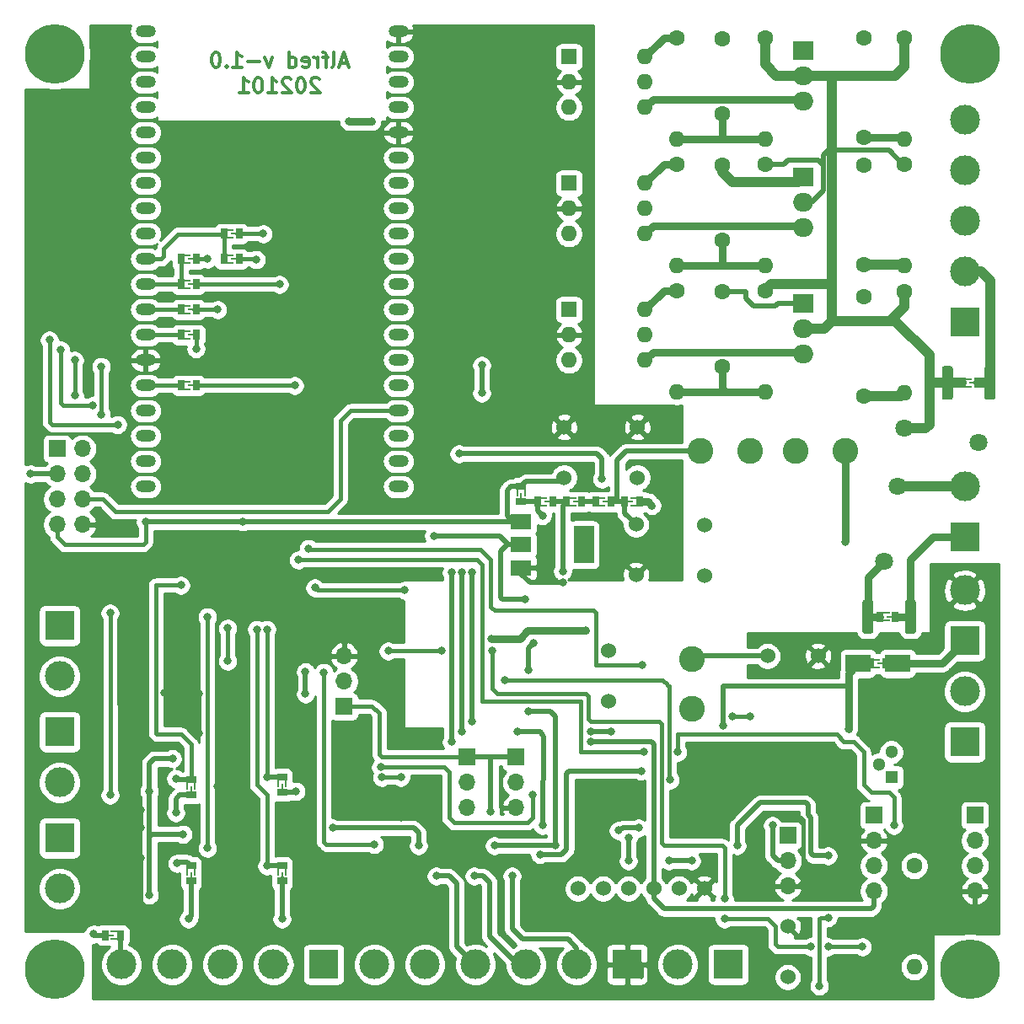
<source format=gbr>
G04 #@! TF.GenerationSoftware,KiCad,Pcbnew,5.1.9-73d0e3b20d~88~ubuntu20.04.1*
G04 #@! TF.CreationDate,2021-03-09T21:18:06-03:00*
G04 #@! TF.ProjectId,std_board,7374645f-626f-4617-9264-2e6b69636164,rev?*
G04 #@! TF.SameCoordinates,Original*
G04 #@! TF.FileFunction,Copper,L2,Bot*
G04 #@! TF.FilePolarity,Positive*
%FSLAX46Y46*%
G04 Gerber Fmt 4.6, Leading zero omitted, Abs format (unit mm)*
G04 Created by KiCad (PCBNEW 5.1.9-73d0e3b20d~88~ubuntu20.04.1) date 2021-03-09 21:18:06*
%MOMM*%
%LPD*%
G01*
G04 APERTURE LIST*
G04 #@! TA.AperFunction,NonConductor*
%ADD10C,0.300000*%
G04 #@! TD*
G04 #@! TA.AperFunction,ComponentPad*
%ADD11O,2.000000X1.200000*%
G04 #@! TD*
G04 #@! TA.AperFunction,ComponentPad*
%ADD12C,1.600000*%
G04 #@! TD*
G04 #@! TA.AperFunction,ComponentPad*
%ADD13O,1.600000X1.600000*%
G04 #@! TD*
G04 #@! TA.AperFunction,ComponentPad*
%ADD14C,2.600000*%
G04 #@! TD*
G04 #@! TA.AperFunction,ComponentPad*
%ADD15C,1.524000*%
G04 #@! TD*
G04 #@! TA.AperFunction,ComponentPad*
%ADD16R,1.600000X1.600000*%
G04 #@! TD*
G04 #@! TA.AperFunction,SMDPad,CuDef*
%ADD17R,1.200000X0.254000*%
G04 #@! TD*
G04 #@! TA.AperFunction,SMDPad,CuDef*
%ADD18R,1.143000X0.254000*%
G04 #@! TD*
G04 #@! TA.AperFunction,SMDPad,CuDef*
%ADD19R,0.762000X1.016000*%
G04 #@! TD*
G04 #@! TA.AperFunction,SMDPad,CuDef*
%ADD20R,0.254000X1.200000*%
G04 #@! TD*
G04 #@! TA.AperFunction,SMDPad,CuDef*
%ADD21R,0.254000X1.143000*%
G04 #@! TD*
G04 #@! TA.AperFunction,SMDPad,CuDef*
%ADD22R,1.016000X0.762000*%
G04 #@! TD*
G04 #@! TA.AperFunction,ComponentPad*
%ADD23C,6.000000*%
G04 #@! TD*
G04 #@! TA.AperFunction,ComponentPad*
%ADD24C,1.800000*%
G04 #@! TD*
G04 #@! TA.AperFunction,SMDPad,CuDef*
%ADD25R,2.500000X1.800000*%
G04 #@! TD*
G04 #@! TA.AperFunction,ComponentPad*
%ADD26R,1.700000X1.700000*%
G04 #@! TD*
G04 #@! TA.AperFunction,ComponentPad*
%ADD27O,1.700000X1.700000*%
G04 #@! TD*
G04 #@! TA.AperFunction,SMDPad,CuDef*
%ADD28R,2.000000X3.800000*%
G04 #@! TD*
G04 #@! TA.AperFunction,SMDPad,CuDef*
%ADD29R,2.000000X1.500000*%
G04 #@! TD*
G04 #@! TA.AperFunction,ComponentPad*
%ADD30O,2.000000X1.905000*%
G04 #@! TD*
G04 #@! TA.AperFunction,ComponentPad*
%ADD31R,2.000000X1.905000*%
G04 #@! TD*
G04 #@! TA.AperFunction,ComponentPad*
%ADD32C,1.300000*%
G04 #@! TD*
G04 #@! TA.AperFunction,ComponentPad*
%ADD33R,1.300000X1.300000*%
G04 #@! TD*
G04 #@! TA.AperFunction,ComponentPad*
%ADD34C,3.000000*%
G04 #@! TD*
G04 #@! TA.AperFunction,ComponentPad*
%ADD35R,3.000000X3.000000*%
G04 #@! TD*
G04 #@! TA.AperFunction,ViaPad*
%ADD36C,0.800000*%
G04 #@! TD*
G04 #@! TA.AperFunction,Conductor*
%ADD37C,0.500000*%
G04 #@! TD*
G04 #@! TA.AperFunction,Conductor*
%ADD38C,0.750000*%
G04 #@! TD*
G04 #@! TA.AperFunction,Conductor*
%ADD39C,0.400000*%
G04 #@! TD*
G04 #@! TA.AperFunction,Conductor*
%ADD40C,1.000000*%
G04 #@! TD*
G04 #@! TA.AperFunction,Conductor*
%ADD41C,0.300000*%
G04 #@! TD*
G04 #@! TA.AperFunction,Conductor*
%ADD42C,0.254000*%
G04 #@! TD*
G04 #@! TA.AperFunction,Conductor*
%ADD43C,0.100000*%
G04 #@! TD*
G04 APERTURE END LIST*
D10*
X32983428Y-3166000D02*
X32269142Y-3166000D01*
X33126285Y-3594571D02*
X32626285Y-2094571D01*
X32126285Y-3594571D01*
X31412000Y-3594571D02*
X31554857Y-3523142D01*
X31626285Y-3380285D01*
X31626285Y-2094571D01*
X31054857Y-2594571D02*
X30483428Y-2594571D01*
X30840571Y-3594571D02*
X30840571Y-2308857D01*
X30769142Y-2166000D01*
X30626285Y-2094571D01*
X30483428Y-2094571D01*
X29983428Y-3594571D02*
X29983428Y-2594571D01*
X29983428Y-2880285D02*
X29912000Y-2737428D01*
X29840571Y-2666000D01*
X29697714Y-2594571D01*
X29554857Y-2594571D01*
X28483428Y-3523142D02*
X28626285Y-3594571D01*
X28912000Y-3594571D01*
X29054857Y-3523142D01*
X29126285Y-3380285D01*
X29126285Y-2808857D01*
X29054857Y-2666000D01*
X28912000Y-2594571D01*
X28626285Y-2594571D01*
X28483428Y-2666000D01*
X28412000Y-2808857D01*
X28412000Y-2951714D01*
X29126285Y-3094571D01*
X27126285Y-3594571D02*
X27126285Y-2094571D01*
X27126285Y-3523142D02*
X27269142Y-3594571D01*
X27554857Y-3594571D01*
X27697714Y-3523142D01*
X27769142Y-3451714D01*
X27840571Y-3308857D01*
X27840571Y-2880285D01*
X27769142Y-2737428D01*
X27697714Y-2666000D01*
X27554857Y-2594571D01*
X27269142Y-2594571D01*
X27126285Y-2666000D01*
X25412000Y-2594571D02*
X25054857Y-3594571D01*
X24697714Y-2594571D01*
X24126285Y-3023142D02*
X22983428Y-3023142D01*
X21483428Y-3594571D02*
X22340571Y-3594571D01*
X21912000Y-3594571D02*
X21912000Y-2094571D01*
X22054857Y-2308857D01*
X22197714Y-2451714D01*
X22340571Y-2523142D01*
X20840571Y-3451714D02*
X20769142Y-3523142D01*
X20840571Y-3594571D01*
X20912000Y-3523142D01*
X20840571Y-3451714D01*
X20840571Y-3594571D01*
X19840571Y-2094571D02*
X19697714Y-2094571D01*
X19554857Y-2166000D01*
X19483428Y-2237428D01*
X19412000Y-2380285D01*
X19340571Y-2666000D01*
X19340571Y-3023142D01*
X19412000Y-3308857D01*
X19483428Y-3451714D01*
X19554857Y-3523142D01*
X19697714Y-3594571D01*
X19840571Y-3594571D01*
X19983428Y-3523142D01*
X20054857Y-3451714D01*
X20126285Y-3308857D01*
X20197714Y-3023142D01*
X20197714Y-2666000D01*
X20126285Y-2380285D01*
X20054857Y-2237428D01*
X19983428Y-2166000D01*
X19840571Y-2094571D01*
X30162000Y-4787428D02*
X30090571Y-4716000D01*
X29947714Y-4644571D01*
X29590571Y-4644571D01*
X29447714Y-4716000D01*
X29376285Y-4787428D01*
X29304857Y-4930285D01*
X29304857Y-5073142D01*
X29376285Y-5287428D01*
X30233428Y-6144571D01*
X29304857Y-6144571D01*
X28376285Y-4644571D02*
X28233428Y-4644571D01*
X28090571Y-4716000D01*
X28019142Y-4787428D01*
X27947714Y-4930285D01*
X27876285Y-5216000D01*
X27876285Y-5573142D01*
X27947714Y-5858857D01*
X28019142Y-6001714D01*
X28090571Y-6073142D01*
X28233428Y-6144571D01*
X28376285Y-6144571D01*
X28519142Y-6073142D01*
X28590571Y-6001714D01*
X28662000Y-5858857D01*
X28733428Y-5573142D01*
X28733428Y-5216000D01*
X28662000Y-4930285D01*
X28590571Y-4787428D01*
X28519142Y-4716000D01*
X28376285Y-4644571D01*
X27304857Y-4787428D02*
X27233428Y-4716000D01*
X27090571Y-4644571D01*
X26733428Y-4644571D01*
X26590571Y-4716000D01*
X26519142Y-4787428D01*
X26447714Y-4930285D01*
X26447714Y-5073142D01*
X26519142Y-5287428D01*
X27376285Y-6144571D01*
X26447714Y-6144571D01*
X25019142Y-6144571D02*
X25876285Y-6144571D01*
X25447714Y-6144571D02*
X25447714Y-4644571D01*
X25590571Y-4858857D01*
X25733428Y-5001714D01*
X25876285Y-5073142D01*
X24090571Y-4644571D02*
X23947714Y-4644571D01*
X23804857Y-4716000D01*
X23733428Y-4787428D01*
X23662000Y-4930285D01*
X23590571Y-5216000D01*
X23590571Y-5573142D01*
X23662000Y-5858857D01*
X23733428Y-6001714D01*
X23804857Y-6073142D01*
X23947714Y-6144571D01*
X24090571Y-6144571D01*
X24233428Y-6073142D01*
X24304857Y-6001714D01*
X24376285Y-5858857D01*
X24447714Y-5573142D01*
X24447714Y-5216000D01*
X24376285Y-4930285D01*
X24304857Y-4787428D01*
X24233428Y-4716000D01*
X24090571Y-4644571D01*
X22162000Y-6144571D02*
X23019142Y-6144571D01*
X22590571Y-6144571D02*
X22590571Y-4644571D01*
X22733428Y-4858857D01*
X22876285Y-5001714D01*
X23019142Y-5073142D01*
D11*
X38100000Y0D03*
X12700000Y0D03*
X38100000Y-2540000D03*
X12700000Y-2540000D03*
X38100000Y-5080000D03*
X12700000Y-5080000D03*
X38100000Y-7620000D03*
X12700000Y-7620000D03*
X38100000Y-10160000D03*
X12700000Y-10160000D03*
X38100000Y-12700000D03*
X12700000Y-12700000D03*
X38100000Y-15240000D03*
X12700000Y-15240000D03*
X38100000Y-17780000D03*
X12700000Y-17780000D03*
X38100000Y-20320000D03*
X12700000Y-20320000D03*
X38100000Y-22860000D03*
X12700000Y-22860000D03*
X38100000Y-25400000D03*
X12700000Y-25400000D03*
X38100000Y-27940000D03*
X12700000Y-27940000D03*
X38100000Y-30480000D03*
X12700000Y-30480000D03*
X38100000Y-33020000D03*
X12700000Y-33020000D03*
X38100000Y-35560000D03*
X12700000Y-35560000D03*
X38100000Y-38100000D03*
X12700000Y-38100000D03*
X38100000Y-40640000D03*
X12700000Y-40640000D03*
X38100000Y-43180000D03*
X12700000Y-43180000D03*
X38100000Y-45720000D03*
X12700000Y-45720000D03*
D12*
X89916000Y-83820000D03*
D13*
X89916000Y-93980000D03*
D14*
X77978000Y-42164000D03*
X82978000Y-42164000D03*
D15*
X61976000Y-54610000D03*
X61976000Y-49530000D03*
D12*
X66040000Y-635000D03*
D13*
X66040000Y-10795000D03*
X62865000Y-2540000D03*
X55245000Y-7620000D03*
X62865000Y-5080000D03*
X55245000Y-5080000D03*
X62865000Y-7620000D03*
D16*
X55245000Y-2540000D03*
D12*
X88900000Y-13335000D03*
D13*
X88900000Y-23495000D03*
X88900000Y-36322000D03*
D12*
X88900000Y-26162000D03*
D17*
X86773000Y-63500000D03*
D18*
X85884000Y-63881000D03*
D19*
X85503000Y-63500000D03*
D18*
X85884000Y-63119000D03*
D19*
X87027000Y-63500000D03*
D20*
X17272000Y-76454000D03*
D21*
X16891000Y-75565000D03*
D22*
X17272000Y-75184000D03*
D21*
X17653000Y-75565000D03*
D22*
X17272000Y-76708000D03*
D20*
X17272000Y-85090000D03*
D21*
X16891000Y-84201000D03*
D22*
X17272000Y-83820000D03*
D21*
X17653000Y-84201000D03*
D22*
X17272000Y-85344000D03*
D17*
X87757000Y-58801000D03*
D18*
X86868000Y-59182000D03*
D19*
X86487000Y-58801000D03*
D18*
X86868000Y-58420000D03*
D19*
X88011000Y-58801000D03*
D23*
X3556000Y-94234000D03*
X3556000Y-2286000D03*
D20*
X26416000Y-85090000D03*
D21*
X26035000Y-84201000D03*
D22*
X26416000Y-83820000D03*
D21*
X26797000Y-84201000D03*
D22*
X26416000Y-85344000D03*
D20*
X26416000Y-76200000D03*
D21*
X26035000Y-75311000D03*
D22*
X26416000Y-74930000D03*
D21*
X26797000Y-75311000D03*
D22*
X26416000Y-76454000D03*
D24*
X96400000Y-41278000D03*
X88900000Y-39878000D03*
X88265000Y-45720000D03*
X86865000Y-53220000D03*
D13*
X62865000Y-27940000D03*
X55245000Y-33020000D03*
X62865000Y-30480000D03*
X55245000Y-30480000D03*
X62865000Y-33020000D03*
D16*
X55245000Y-27940000D03*
D13*
X62865000Y-15240000D03*
X55245000Y-20320000D03*
X62865000Y-17780000D03*
X55245000Y-17780000D03*
X62865000Y-20320000D03*
D16*
X55245000Y-15240000D03*
D25*
X84265000Y-63500000D03*
X88265000Y-63500000D03*
D12*
X84836000Y-10635000D03*
X84836000Y-635000D03*
X70612000Y-8255000D03*
X70612000Y-755000D03*
X84836000Y-23462000D03*
X84836000Y-13462000D03*
X70612000Y-13455000D03*
X70612000Y-20955000D03*
X84836000Y-26670000D03*
X84836000Y-36670000D03*
X70612000Y-33655000D03*
X70612000Y-26155000D03*
D26*
X44958000Y-72898000D03*
D27*
X44958000Y-75438000D03*
X44958000Y-77978000D03*
D26*
X49911000Y-72898000D03*
D27*
X49911000Y-75438000D03*
X49911000Y-77978000D03*
X77216000Y-85852000D03*
X77216000Y-83312000D03*
D26*
X77216000Y-80772000D03*
X96012000Y-78740000D03*
D27*
X96012000Y-81280000D03*
X96012000Y-83820000D03*
X96012000Y-86360000D03*
X85852000Y-86360000D03*
X85852000Y-83820000D03*
X85852000Y-81280000D03*
D26*
X85852000Y-78740000D03*
D23*
X95504000Y-2286000D03*
X95504000Y-94234000D03*
D22*
X50419000Y-47244000D03*
D21*
X50800000Y-46101000D03*
D22*
X50419000Y-45720000D03*
D21*
X50038000Y-46101000D03*
D20*
X50419000Y-46990000D03*
D28*
X56744000Y-51562000D03*
D29*
X50444000Y-51562000D03*
X50444000Y-49262000D03*
X50444000Y-53862000D03*
D14*
X68406000Y-42164000D03*
X73406000Y-42164000D03*
D19*
X17780000Y-22860000D03*
D18*
X16637000Y-22479000D03*
D19*
X16256000Y-22860000D03*
D18*
X16637000Y-23241000D03*
D17*
X17526000Y-22860000D03*
X17526000Y-25400000D03*
D18*
X16637000Y-25781000D03*
D19*
X16256000Y-25400000D03*
D18*
X16637000Y-25019000D03*
D19*
X17780000Y-25400000D03*
X8636000Y-90805000D03*
D18*
X9779000Y-91186000D03*
D19*
X10160000Y-90805000D03*
D18*
X9779000Y-90424000D03*
D17*
X8890000Y-90805000D03*
D26*
X32639000Y-67818000D03*
D27*
X32639000Y-65278000D03*
X32639000Y-62738000D03*
D19*
X22098000Y-22860000D03*
D18*
X20955000Y-22479000D03*
D19*
X20574000Y-22860000D03*
D18*
X20955000Y-23241000D03*
D17*
X21844000Y-22860000D03*
X21844000Y-20320000D03*
D18*
X20955000Y-20701000D03*
D19*
X20574000Y-20320000D03*
D18*
X20955000Y-19939000D03*
D19*
X22098000Y-20320000D03*
D17*
X17526000Y-27940000D03*
D18*
X16637000Y-28321000D03*
D19*
X16256000Y-27940000D03*
D18*
X16637000Y-27559000D03*
D19*
X17780000Y-27940000D03*
G04 #@! TA.AperFunction,SMDPad,CuDef*
G36*
G01*
X88972500Y-60251001D02*
X88972500Y-57350999D01*
G75*
G02*
X89222499Y-57101000I249999J0D01*
G01*
X89847501Y-57101000D01*
G75*
G02*
X90097500Y-57350999I0J-249999D01*
G01*
X90097500Y-60251001D01*
G75*
G02*
X89847501Y-60501000I-249999J0D01*
G01*
X89222499Y-60501000D01*
G75*
G02*
X88972500Y-60251001I0J249999D01*
G01*
G37*
G04 #@! TD.AperFunction*
G04 #@! TA.AperFunction,SMDPad,CuDef*
G36*
G01*
X84697500Y-60251001D02*
X84697500Y-57350999D01*
G75*
G02*
X84947499Y-57101000I249999J0D01*
G01*
X85572501Y-57101000D01*
G75*
G02*
X85822500Y-57350999I0J-249999D01*
G01*
X85822500Y-60251001D01*
G75*
G02*
X85572501Y-60501000I-249999J0D01*
G01*
X84947499Y-60501000D01*
G75*
G02*
X84697500Y-60251001I0J249999D01*
G01*
G37*
G04 #@! TD.AperFunction*
G04 #@! TA.AperFunction,SMDPad,CuDef*
G36*
G01*
X92698500Y-36756001D02*
X92698500Y-33855999D01*
G75*
G02*
X92948499Y-33606000I249999J0D01*
G01*
X93573501Y-33606000D01*
G75*
G02*
X93823500Y-33855999I0J-249999D01*
G01*
X93823500Y-36756001D01*
G75*
G02*
X93573501Y-37006000I-249999J0D01*
G01*
X92948499Y-37006000D01*
G75*
G02*
X92698500Y-36756001I0J249999D01*
G01*
G37*
G04 #@! TD.AperFunction*
G04 #@! TA.AperFunction,SMDPad,CuDef*
G36*
G01*
X96973500Y-36756001D02*
X96973500Y-33855999D01*
G75*
G02*
X97223499Y-33606000I249999J0D01*
G01*
X97848501Y-33606000D01*
G75*
G02*
X98098500Y-33855999I0J-249999D01*
G01*
X98098500Y-36756001D01*
G75*
G02*
X97848501Y-37006000I-249999J0D01*
G01*
X97223499Y-37006000D01*
G75*
G02*
X96973500Y-36756001I0J249999D01*
G01*
G37*
G04 #@! TD.AperFunction*
X17780000Y-30480000D03*
D18*
X16637000Y-30099000D03*
D19*
X16256000Y-30480000D03*
D18*
X16637000Y-30861000D03*
D17*
X17526000Y-30480000D03*
D30*
X78740000Y-6985000D03*
X78740000Y-4445000D03*
D31*
X78740000Y-1905000D03*
X78740000Y-14605000D03*
D30*
X78740000Y-17145000D03*
X78740000Y-19685000D03*
D31*
X78740000Y-27305000D03*
D30*
X78740000Y-29845000D03*
X78740000Y-32385000D03*
D13*
X74930000Y-10795000D03*
D12*
X74930000Y-635000D03*
D13*
X88900000Y-10795000D03*
D12*
X88900000Y-635000D03*
X66040000Y-13335000D03*
D13*
X66040000Y-23495000D03*
D12*
X74930000Y-13335000D03*
D13*
X74930000Y-23495000D03*
D12*
X66040000Y-26035000D03*
D13*
X66040000Y-36195000D03*
X74930000Y-36195000D03*
D12*
X74930000Y-26035000D03*
D32*
X86360000Y-73660000D03*
X87630000Y-72390000D03*
D33*
X87630000Y-74930000D03*
D15*
X77216000Y-94996000D03*
X77216000Y-89916000D03*
X63754000Y-86106000D03*
X61214000Y-86106000D03*
X66294000Y-86106000D03*
X68834000Y-86106000D03*
X58674000Y-86106000D03*
X56134000Y-86106000D03*
D34*
X94996000Y-56134000D03*
D35*
X94996000Y-61214000D03*
D34*
X94996000Y-45720000D03*
D35*
X94996000Y-50800000D03*
D34*
X94996000Y-8890000D03*
X94996000Y-13970000D03*
D35*
X94996000Y-29210000D03*
D34*
X94996000Y-19050000D03*
X94996000Y-24130000D03*
D35*
X94996000Y-71374000D03*
D34*
X94996000Y-66294000D03*
X25527000Y-93726000D03*
X20447000Y-93726000D03*
D35*
X30607000Y-93726000D03*
D34*
X15367000Y-93726000D03*
X10287000Y-93726000D03*
D35*
X71247000Y-93726000D03*
D34*
X66167000Y-93726000D03*
D35*
X4064000Y-59690000D03*
D34*
X4064000Y-64770000D03*
D35*
X4064000Y-81026000D03*
D34*
X4064000Y-86106000D03*
X4064000Y-75438000D03*
D35*
X4064000Y-70358000D03*
D19*
X96266000Y-35306000D03*
D18*
X95123000Y-34925000D03*
D19*
X94742000Y-35306000D03*
D18*
X95123000Y-35687000D03*
D17*
X96012000Y-35306000D03*
D15*
X54737000Y-44831000D03*
X54737000Y-39751000D03*
X62103000Y-39751000D03*
X62103000Y-44831000D03*
X59182000Y-67310000D03*
X59182000Y-62230000D03*
X68834000Y-49616360D03*
X68834000Y-54696360D03*
X75184000Y-62738000D03*
X80264000Y-62738000D03*
D14*
X67564000Y-63072000D03*
X67564000Y-68072000D03*
D17*
X61087000Y-47244000D03*
D18*
X61976000Y-46863000D03*
D19*
X62357000Y-47244000D03*
D18*
X61976000Y-47625000D03*
D19*
X60833000Y-47244000D03*
X53594000Y-47244000D03*
D18*
X52451000Y-46863000D03*
D19*
X52070000Y-47244000D03*
D18*
X52451000Y-47625000D03*
D17*
X53340000Y-47244000D03*
D19*
X59436000Y-47244000D03*
D18*
X58293000Y-46863000D03*
D19*
X57912000Y-47244000D03*
D18*
X58293000Y-47625000D03*
D17*
X59182000Y-47244000D03*
D19*
X56515000Y-47244000D03*
D18*
X55372000Y-46863000D03*
D19*
X54991000Y-47244000D03*
D18*
X55372000Y-47625000D03*
D17*
X56261000Y-47244000D03*
D26*
X3810000Y-41910000D03*
D27*
X6350000Y-41910000D03*
X3810000Y-44450000D03*
X6350000Y-44450000D03*
X3810000Y-46990000D03*
X6350000Y-46990000D03*
X3810000Y-49530000D03*
X6350000Y-49530000D03*
D34*
X56007000Y-93726000D03*
X50927000Y-93726000D03*
D35*
X61087000Y-93726000D03*
D34*
X45847000Y-93726000D03*
X40767000Y-93726000D03*
X35687000Y-93726000D03*
D19*
X17780000Y-35560000D03*
D18*
X16637000Y-35179000D03*
D19*
X16256000Y-35560000D03*
D18*
X16637000Y-35941000D03*
D17*
X17526000Y-35560000D03*
D36*
X28765500Y-64325500D03*
X28765500Y-66548000D03*
X83312000Y-70104000D03*
X12700000Y-49276000D03*
X70739000Y-69723000D03*
X62484000Y-74295000D03*
X52324000Y-82677000D03*
X47371000Y-78359000D03*
X22465000Y-49262000D03*
X40005000Y-85852000D03*
X31115000Y-85852000D03*
X20193000Y-84582000D03*
X12192000Y-83058000D03*
X46101000Y-10160000D03*
X48006000Y-10160000D03*
X54610000Y-55372000D03*
X12192000Y-80010000D03*
X12192000Y-78232000D03*
X21971000Y-75946000D03*
X36322000Y-77216000D03*
X38354000Y-78994000D03*
X76708000Y-78994000D03*
X22225000Y-68961000D03*
X18034000Y-66548000D03*
X18034000Y-70485000D03*
X90170000Y-65278000D03*
X90170000Y-81280000D03*
X19939000Y-75819000D03*
X11049000Y-53340000D03*
X6477000Y-52959000D03*
X11049000Y-56642000D03*
X14605000Y-66421000D03*
X11049000Y-58674000D03*
X1143000Y-44450000D03*
X8255000Y-33655000D03*
X8255000Y-38481000D03*
X35687000Y-81661000D03*
X30607000Y-64389000D03*
X51562000Y-76708000D03*
X36322000Y-73914000D03*
X20955000Y-63246000D03*
X20955000Y-59944000D03*
X3048000Y-30988000D03*
X9906000Y-39497000D03*
X5588000Y-36576000D03*
X5588000Y-33020000D03*
X13081000Y-86741000D03*
X16446500Y-80645000D03*
X13081000Y-76327000D03*
X47752000Y-81788000D03*
X31496000Y-80010000D03*
X40132000Y-81788000D03*
X15397000Y-73055000D03*
X81280000Y-89027000D03*
X80391000Y-95885000D03*
X53848000Y-81788000D03*
X51181000Y-68326000D03*
X51181000Y-64135000D03*
X51689000Y-61468000D03*
X50800000Y-57023000D03*
X41656000Y-50673000D03*
X44196000Y-42418000D03*
X58547000Y-44958000D03*
X35433000Y-9017000D03*
X33147000Y-9017000D03*
X45720000Y-84836000D03*
X7493000Y-90678000D03*
X7366000Y-37592000D03*
X9144000Y-76708000D03*
X4191000Y-32004000D03*
X9142441Y-58418441D03*
X41910000Y-84836000D03*
X43434000Y-54356000D03*
X43434000Y-71374000D03*
X57404000Y-71374000D03*
X67564000Y-83312000D03*
X72136000Y-81788000D03*
X81280000Y-82804000D03*
X45466000Y-54356000D03*
X61214000Y-86106000D03*
X45466000Y-69342000D03*
X59436000Y-70358000D03*
X57404000Y-70358000D03*
X61214000Y-83312000D03*
X61214000Y-81026000D03*
X65278000Y-83312000D03*
X17018000Y-89154000D03*
X15748000Y-78486000D03*
X26416000Y-89154000D03*
X27813000Y-76327000D03*
X49530000Y-84836000D03*
X87884000Y-79756000D03*
X62738000Y-72390000D03*
X66167000Y-72390000D03*
X26162000Y-25400000D03*
X28067000Y-53086000D03*
X27686000Y-35560000D03*
X29718000Y-55880000D03*
X38735000Y-56134000D03*
X48768000Y-65151000D03*
X65405000Y-75184000D03*
X37084000Y-62230000D03*
X42418000Y-62230000D03*
X70866000Y-87122000D03*
X70866000Y-89154000D03*
X79502000Y-91948000D03*
X81280000Y-91948000D03*
X84709000Y-91948000D03*
X47498000Y-62230000D03*
X24892000Y-74930000D03*
X24892000Y-60071000D03*
X23812500Y-22923500D03*
X17780000Y-31877000D03*
X16256000Y-55626000D03*
X15748000Y-75057000D03*
X24892000Y-83820000D03*
X19939000Y-27940000D03*
X23876000Y-60071000D03*
X38354000Y-74930000D03*
X36449000Y-74930000D03*
X82994500Y-51244500D03*
X82994500Y-51244500D03*
X52578000Y-48641000D03*
X52578000Y-48641000D03*
X63563500Y-47625000D03*
X54610000Y-54229000D03*
X56959500Y-60198000D03*
X56959500Y-60198000D03*
X47434500Y-61023500D03*
X73406000Y-68834000D03*
X71628000Y-68834000D03*
X62611000Y-63627000D03*
X29083000Y-51943000D03*
X24511000Y-20320000D03*
X44450000Y-54356000D03*
X46482000Y-36322000D03*
X46482000Y-33528000D03*
X44450000Y-70358000D03*
X75692000Y-79756000D03*
X50038000Y-70358000D03*
X60198000Y-80264000D03*
X62230000Y-80010000D03*
X52578000Y-79756000D03*
X15875000Y-83566000D03*
X18923000Y-22860000D03*
X18923000Y-58801000D03*
X18923000Y-82042000D03*
D37*
X50927000Y-45212000D02*
X50419000Y-45720000D01*
X54483000Y-45212000D02*
X50927000Y-45212000D01*
X50444000Y-49262000D02*
X49643000Y-49262000D01*
X49643000Y-49262000D02*
X49022000Y-48641000D01*
X49022000Y-48641000D02*
X49022000Y-46101000D01*
X49403000Y-45720000D02*
X50419000Y-45720000D01*
X49022000Y-46101000D02*
X49403000Y-45720000D01*
X28765500Y-64325500D02*
X28765500Y-66548000D01*
D38*
X83312000Y-64453000D02*
X84265000Y-63500000D01*
D39*
X3810000Y-49530000D02*
X3810000Y-50800000D01*
X3810000Y-50800000D02*
X4572000Y-51562000D01*
X4572000Y-51562000D02*
X7874000Y-51562000D01*
X7874000Y-51562000D02*
X12446000Y-51562000D01*
X12700000Y-51308000D02*
X12700000Y-49276000D01*
X12446000Y-51562000D02*
X12700000Y-51308000D01*
X36449000Y-72898000D02*
X44958000Y-72898000D01*
X36195000Y-72644000D02*
X36449000Y-72898000D01*
X36195000Y-68453000D02*
X36195000Y-72644000D01*
X35433000Y-67818000D02*
X36195000Y-68453000D01*
X32639000Y-67818000D02*
X35433000Y-67818000D01*
D37*
X12714000Y-49262000D02*
X12700000Y-49276000D01*
X83312000Y-65786000D02*
X70993000Y-65786000D01*
D38*
X83312000Y-70104000D02*
X83312000Y-65786000D01*
X83312000Y-65786000D02*
X83312000Y-64453000D01*
D37*
X70993000Y-65786000D02*
X70739000Y-65786000D01*
X70739000Y-65786000D02*
X70739000Y-69723000D01*
X62484000Y-74295000D02*
X55245000Y-74295000D01*
X55245000Y-74295000D02*
X54991000Y-74549000D01*
X54991000Y-74549000D02*
X54991000Y-82169000D01*
X54483000Y-82677000D02*
X52324000Y-82677000D01*
X54991000Y-82169000D02*
X54483000Y-82677000D01*
X47371000Y-78359000D02*
X47371000Y-73025000D01*
X49784000Y-72898000D02*
X44958000Y-72898000D01*
X22465000Y-49262000D02*
X12714000Y-49262000D01*
X50444000Y-49262000D02*
X22465000Y-49262000D01*
X31115000Y-85852000D02*
X40005000Y-85852000D01*
X20193000Y-84582000D02*
X20193000Y-89662000D01*
X20193000Y-89662000D02*
X20193000Y-90043000D01*
X12192000Y-83058000D02*
X12192000Y-90297000D01*
X12192000Y-90297000D02*
X12446000Y-90551000D01*
X20193000Y-90424000D02*
X20193000Y-84582000D01*
X20066000Y-90551000D02*
X20193000Y-90424000D01*
X19685000Y-90551000D02*
X30861000Y-90551000D01*
X12446000Y-90551000D02*
X19685000Y-90551000D01*
X19685000Y-90551000D02*
X20066000Y-90551000D01*
X31115000Y-90297000D02*
X31115000Y-85852000D01*
X30861000Y-90551000D02*
X31115000Y-90297000D01*
X62484000Y-93726000D02*
X62484000Y-94996000D01*
X46101000Y-10160000D02*
X48006000Y-10160000D01*
X50444000Y-53862000D02*
X50444000Y-54508000D01*
X51308000Y-55372000D02*
X54610000Y-55372000D01*
X50444000Y-54508000D02*
X51308000Y-55372000D01*
X12192000Y-80010000D02*
X12192000Y-78486000D01*
X12192000Y-78486000D02*
X12192000Y-78232000D01*
X38100000Y-78994000D02*
X38354000Y-78994000D01*
X36322000Y-77216000D02*
X38100000Y-78994000D01*
D39*
X78232000Y-85852000D02*
X77216000Y-85852000D01*
X78740000Y-85344000D02*
X78232000Y-85852000D01*
X78740000Y-79248000D02*
X78740000Y-85344000D01*
X78486000Y-78994000D02*
X78740000Y-79248000D01*
X76708000Y-78994000D02*
X78486000Y-78994000D01*
D37*
X18034000Y-66548000D02*
X18034000Y-70485000D01*
D38*
X90170000Y-65278000D02*
X90170000Y-81280000D01*
D37*
X21971000Y-69215000D02*
X22225000Y-68961000D01*
X21971000Y-75946000D02*
X21971000Y-69215000D01*
D39*
X20066000Y-75946000D02*
X19939000Y-75819000D01*
X21971000Y-75946000D02*
X20066000Y-75946000D01*
D38*
X6858000Y-53340000D02*
X6477000Y-52959000D01*
X11049000Y-53340000D02*
X6858000Y-53340000D01*
D39*
X14732000Y-66548000D02*
X14605000Y-66421000D01*
X18034000Y-66548000D02*
X14732000Y-66548000D01*
D38*
X11049000Y-56642000D02*
X11049000Y-58674000D01*
D37*
X3810000Y-44450000D02*
X3556000Y-44196000D01*
X3810000Y-44450000D02*
X1143000Y-44450000D01*
D39*
X12700000Y-30480000D02*
X16256000Y-30480000D01*
X12700000Y-27940000D02*
X16256000Y-27940000D01*
X8255000Y-36576000D02*
X8255000Y-38481000D01*
X8255000Y-33655000D02*
X8255000Y-36576000D01*
X35687000Y-81661000D02*
X30861000Y-81661000D01*
X30861000Y-81661000D02*
X30607000Y-81407000D01*
X30607000Y-81407000D02*
X30607000Y-64389000D01*
X51562000Y-78994000D02*
X51054000Y-79502000D01*
X51054000Y-79502000D02*
X48514000Y-79502000D01*
X51562000Y-76708000D02*
X51562000Y-78994000D01*
X36322000Y-73914000D02*
X42672000Y-73914000D01*
X42672000Y-73914000D02*
X43180000Y-74422000D01*
X43180000Y-74422000D02*
X43180000Y-78994000D01*
X43688000Y-79502000D02*
X48514000Y-79502000D01*
X43180000Y-78994000D02*
X43688000Y-79502000D01*
X20955000Y-63246000D02*
X20955000Y-59944000D01*
X3048000Y-39243000D02*
X3048000Y-30988000D01*
X3302000Y-39497000D02*
X3048000Y-39243000D01*
X9906000Y-39497000D02*
X3302000Y-39497000D01*
X5588000Y-36576000D02*
X5588000Y-33020000D01*
D37*
X13081000Y-86741000D02*
X13081000Y-80899000D01*
X13335000Y-80645000D02*
X16446500Y-80645000D01*
X13081000Y-80899000D02*
X13335000Y-80645000D01*
X13081000Y-80899000D02*
X13081000Y-76327000D01*
X31496000Y-80010000D02*
X39624000Y-80010000D01*
X40132000Y-80518000D02*
X40132000Y-81788000D01*
X39624000Y-80010000D02*
X40132000Y-80518000D01*
X13081000Y-76327000D02*
X13081000Y-73533000D01*
X13081000Y-73533000D02*
X13563600Y-73050400D01*
X15392400Y-73050400D02*
X15397000Y-73055000D01*
X13563600Y-73050400D02*
X15392400Y-73050400D01*
D39*
X80518000Y-89027000D02*
X81280000Y-89027000D01*
X80391000Y-95885000D02*
X80391000Y-89154000D01*
X80391000Y-89154000D02*
X80518000Y-89027000D01*
D37*
X47752000Y-81788000D02*
X53848000Y-81788000D01*
X53848000Y-81788000D02*
X53848000Y-68834000D01*
X53340000Y-68326000D02*
X51181000Y-68326000D01*
X53848000Y-68834000D02*
X53340000Y-68326000D01*
X51181000Y-61976000D02*
X51689000Y-61468000D01*
X51181000Y-64135000D02*
X51181000Y-61976000D01*
X50800000Y-57023000D02*
X48514000Y-57023000D01*
X48514000Y-57023000D02*
X48387000Y-56896000D01*
X48387000Y-56896000D02*
X48387000Y-52197000D01*
X49022000Y-51562000D02*
X50444000Y-51562000D01*
X48387000Y-52197000D02*
X49022000Y-51562000D01*
X50444000Y-51562000D02*
X49149000Y-51562000D01*
X48260000Y-50673000D02*
X41656000Y-50673000D01*
X49149000Y-51562000D02*
X48260000Y-50673000D01*
X44196000Y-42418000D02*
X58039000Y-42418000D01*
X58547000Y-42926000D02*
X58547000Y-44958000D01*
X58039000Y-42418000D02*
X58547000Y-42926000D01*
D38*
X35433000Y-9017000D02*
X33147000Y-9017000D01*
D37*
X74930000Y-13335000D02*
X76835000Y-13335000D01*
X76835000Y-13335000D02*
X77216000Y-12954000D01*
X77216000Y-12954000D02*
X80264000Y-12954000D01*
X80264000Y-12954000D02*
X80772000Y-13462000D01*
X80772000Y-13462000D02*
X80772000Y-16002000D01*
X79629000Y-17145000D02*
X78740000Y-17145000D01*
X80772000Y-16002000D02*
X79629000Y-17145000D01*
X80772000Y-12446000D02*
X80772000Y-13462000D01*
X81280000Y-11938000D02*
X80772000Y-12446000D01*
X88900000Y-26162000D02*
X88392000Y-26162000D01*
X88900000Y-13335000D02*
X88773000Y-13335000D01*
X87376000Y-11938000D02*
X81280000Y-11938000D01*
X88773000Y-13335000D02*
X87376000Y-11938000D01*
D40*
X88900000Y-3556000D02*
X88900000Y-635000D01*
X88011000Y-4445000D02*
X88900000Y-3556000D01*
X74930000Y-635000D02*
X74930000Y-3302000D01*
X76073000Y-4445000D02*
X78740000Y-4445000D01*
X74930000Y-3302000D02*
X76073000Y-4445000D01*
X78740000Y-4445000D02*
X81661000Y-4445000D01*
X81661000Y-4445000D02*
X88011000Y-4445000D01*
X80899000Y-29845000D02*
X78740000Y-29845000D01*
X81661000Y-29083000D02*
X80899000Y-29845000D01*
X75565000Y-25400000D02*
X81661000Y-25400000D01*
X74930000Y-26035000D02*
X75565000Y-25400000D01*
X81661000Y-25400000D02*
X81661000Y-29083000D01*
X81661000Y-4445000D02*
X81661000Y-25400000D01*
X81661000Y-29083000D02*
X87503000Y-29083000D01*
X88900000Y-27686000D02*
X88900000Y-26162000D01*
X87503000Y-29083000D02*
X88900000Y-27686000D01*
X93261000Y-35306000D02*
X94711999Y-35306000D01*
X87503000Y-29083000D02*
X88011000Y-29083000D01*
X88011000Y-29083000D02*
X91440000Y-32512000D01*
X91440000Y-32512000D02*
X91440000Y-34036000D01*
X88900000Y-39878000D02*
X91059000Y-39878000D01*
X91440000Y-39497000D02*
X91059000Y-39878000D01*
X93261000Y-35306000D02*
X91440000Y-35306000D01*
X91440000Y-35306000D02*
X91440000Y-39497000D01*
X91440000Y-34036000D02*
X91440000Y-35306000D01*
D37*
X70612000Y-755000D02*
X70619000Y-755000D01*
D40*
X78740000Y-1905000D02*
X78409999Y-2235001D01*
D37*
X70612000Y-26155000D02*
X73018000Y-26155000D01*
X78740000Y-27305000D02*
X76200000Y-27305000D01*
X76200000Y-27305000D02*
X75946000Y-27559000D01*
X75946000Y-27559000D02*
X73787000Y-27559000D01*
X73018000Y-26790000D02*
X73018000Y-26155000D01*
X73787000Y-27559000D02*
X73018000Y-26790000D01*
X70612000Y-13455000D02*
X70619000Y-13455000D01*
D40*
X78740000Y-14605000D02*
X78232000Y-15113000D01*
X78232000Y-15113000D02*
X71628000Y-15113000D01*
X70612000Y-14097000D02*
X70612000Y-13455000D01*
X71628000Y-15113000D02*
X70612000Y-14097000D01*
X97536000Y-35306000D02*
X96394501Y-35306000D01*
X97536000Y-35306000D02*
X97536000Y-25019000D01*
X96647000Y-24130000D02*
X94996000Y-24130000D01*
X97536000Y-25019000D02*
X96647000Y-24130000D01*
D38*
X64770000Y-635000D02*
X62865000Y-2540000D01*
X66040000Y-635000D02*
X64770000Y-635000D01*
X64770000Y-13335000D02*
X62865000Y-15240000D01*
X66040000Y-13335000D02*
X64770000Y-13335000D01*
X64770000Y-26035000D02*
X62865000Y-27940000D01*
X66040000Y-26035000D02*
X64770000Y-26035000D01*
D40*
X4191000Y-59563000D02*
X4064000Y-59690000D01*
D39*
X16256000Y-35560000D02*
X12700000Y-35560000D01*
D38*
X88740000Y-10635000D02*
X88900000Y-10795000D01*
X84836000Y-10635000D02*
X88740000Y-10635000D01*
X70612000Y-10541000D02*
X70866000Y-10795000D01*
X70612000Y-8255000D02*
X70612000Y-10541000D01*
X70866000Y-10795000D02*
X74930000Y-10795000D01*
X66040000Y-10795000D02*
X70866000Y-10795000D01*
D40*
X88867000Y-23462000D02*
X88900000Y-23495000D01*
X84836000Y-23462000D02*
X88867000Y-23462000D01*
D38*
X70612000Y-23368000D02*
X70739000Y-23495000D01*
X70612000Y-20955000D02*
X70612000Y-23368000D01*
X70739000Y-23495000D02*
X74930000Y-23495000D01*
X66040000Y-23495000D02*
X70739000Y-23495000D01*
D37*
X46609000Y-84836000D02*
X45720000Y-84836000D01*
X47244000Y-85471000D02*
X46609000Y-84836000D01*
X47244000Y-85471000D02*
X47244000Y-90932000D01*
X50038000Y-93726000D02*
X50927000Y-93726000D01*
X47244000Y-90932000D02*
X50038000Y-93726000D01*
D38*
X78575001Y-6820001D02*
X78740000Y-6985000D01*
X63664999Y-6820001D02*
X78575001Y-6820001D01*
X62865000Y-7620000D02*
X63664999Y-6820001D01*
X78575001Y-19520001D02*
X78740000Y-19685000D01*
X63664999Y-19520001D02*
X78575001Y-19520001D01*
X62865000Y-20320000D02*
X63664999Y-19520001D01*
X78575001Y-32220001D02*
X78740000Y-32385000D01*
X63664999Y-32220001D02*
X78575001Y-32220001D01*
X62865000Y-33020000D02*
X63664999Y-32220001D01*
D40*
X88552000Y-36670000D02*
X88900000Y-36322000D01*
X84836000Y-36670000D02*
X88552000Y-36670000D01*
D38*
X70612000Y-35814000D02*
X70993000Y-36195000D01*
X70612000Y-33655000D02*
X70612000Y-35814000D01*
X70993000Y-36195000D02*
X74930000Y-36195000D01*
X66040000Y-36195000D02*
X70993000Y-36195000D01*
D37*
X7620000Y-90805000D02*
X7493000Y-90678000D01*
X8636000Y-90805000D02*
X7620000Y-90805000D01*
D39*
X4445000Y-37592000D02*
X7366000Y-37592000D01*
X4191000Y-37338000D02*
X4445000Y-37592000D01*
X4191000Y-32004000D02*
X4191000Y-37338000D01*
X9142441Y-58418441D02*
X9144000Y-76708000D01*
X38100000Y-38100000D02*
X33274000Y-38100000D01*
X33274000Y-38100000D02*
X32258000Y-39116000D01*
X32258000Y-39116000D02*
X32258000Y-46990000D01*
X32258000Y-46990000D02*
X30988000Y-48260000D01*
X30988000Y-48260000D02*
X9652000Y-48260000D01*
X8382000Y-46990000D02*
X6350000Y-46990000D01*
X9652000Y-48260000D02*
X8382000Y-46990000D01*
D37*
X41910000Y-84836000D02*
X43180000Y-84836000D01*
X43180000Y-84836000D02*
X43942000Y-85598000D01*
X43942000Y-85598000D02*
X43942000Y-91948000D01*
X45720000Y-93726000D02*
X45847000Y-93726000D01*
X43942000Y-91948000D02*
X45720000Y-93726000D01*
X10160000Y-93599000D02*
X10287000Y-93726000D01*
X10160000Y-90805000D02*
X10160000Y-93599000D01*
X63754000Y-86106000D02*
X63754000Y-87122000D01*
X63754000Y-87122000D02*
X64770000Y-88138000D01*
X64770000Y-88138000D02*
X85598000Y-88138000D01*
X85852000Y-87884000D02*
X85852000Y-86360000D01*
X85598000Y-88138000D02*
X85852000Y-87884000D01*
X43434000Y-54356000D02*
X43434000Y-71374000D01*
X63754000Y-86106000D02*
X63754000Y-72390000D01*
X63754000Y-71628000D02*
X63754000Y-72390000D01*
X63500000Y-71374000D02*
X63754000Y-71628000D01*
X57404000Y-71374000D02*
X63500000Y-71374000D01*
X45466000Y-54356000D02*
X45466000Y-69342000D01*
X72136000Y-79756000D02*
X72136000Y-81788000D01*
X74422000Y-77470000D02*
X72136000Y-79756000D01*
X78994000Y-77470000D02*
X74422000Y-77470000D01*
X79248000Y-77724000D02*
X78994000Y-77470000D01*
X79502000Y-78994000D02*
X79248000Y-78740000D01*
X79502000Y-82550000D02*
X79502000Y-78994000D01*
X79756000Y-82804000D02*
X79502000Y-82550000D01*
X79248000Y-78740000D02*
X79248000Y-77724000D01*
X81280000Y-82804000D02*
X79756000Y-82804000D01*
X57404000Y-70358000D02*
X59436000Y-70358000D01*
X61214000Y-81026000D02*
X61214000Y-83312000D01*
X65278000Y-83312000D02*
X67564000Y-83312000D01*
D39*
X12700000Y-25400000D02*
X16256000Y-25400000D01*
X16256000Y-22860000D02*
X16256000Y-25400000D01*
D37*
X17272000Y-88900000D02*
X17018000Y-89154000D01*
X17272000Y-85344000D02*
X17272000Y-88900000D01*
X17272000Y-76708000D02*
X16129000Y-76708000D01*
X15748000Y-77089000D02*
X15748000Y-78486000D01*
X16129000Y-76708000D02*
X15748000Y-77089000D01*
D41*
X26416000Y-93218000D02*
X26924000Y-93726000D01*
D37*
X26416000Y-85090000D02*
X26416000Y-89154000D01*
X27686000Y-76454000D02*
X27813000Y-76327000D01*
X26416000Y-76454000D02*
X27686000Y-76454000D01*
D39*
X12700000Y-22860000D02*
X13589000Y-22860000D01*
X12700000Y-22860000D02*
X14287500Y-22860000D01*
X14287500Y-22860000D02*
X14541500Y-22606000D01*
X14541500Y-22606000D02*
X14541500Y-21780500D01*
X14541500Y-21780500D02*
X15938500Y-20383500D01*
X20510500Y-20383500D02*
X20574000Y-20320000D01*
X15938500Y-20383500D02*
X20510500Y-20383500D01*
X20574000Y-22860000D02*
X20574000Y-20320000D01*
D37*
X56007000Y-92075000D02*
X56007000Y-93726000D01*
X55118000Y-91186000D02*
X56007000Y-92075000D01*
X50546000Y-91186000D02*
X55118000Y-91186000D01*
X49530000Y-90170000D02*
X50546000Y-91186000D01*
X49530000Y-84836000D02*
X49530000Y-90170000D01*
D39*
X26162000Y-25400000D02*
X23368000Y-25400000D01*
X56388000Y-67310000D02*
X56388000Y-72390000D01*
X46482000Y-67310000D02*
X56388000Y-67310000D01*
X46482000Y-53594000D02*
X46482000Y-67310000D01*
X45974000Y-53086000D02*
X46482000Y-53594000D01*
X56388000Y-72390000D02*
X62738000Y-72390000D01*
X28067000Y-53086000D02*
X45974000Y-53086000D01*
X23368000Y-25400000D02*
X17780000Y-25400000D01*
X17780000Y-35560000D02*
X27686000Y-35560000D01*
X87884000Y-76962000D02*
X87884000Y-79756000D01*
X85598000Y-76454000D02*
X87376000Y-76454000D01*
X84836000Y-75692000D02*
X85598000Y-76454000D01*
X83820000Y-71374000D02*
X84836000Y-72390000D01*
X82804000Y-71374000D02*
X83820000Y-71374000D01*
X87376000Y-76454000D02*
X87884000Y-76962000D01*
X82169000Y-70612000D02*
X82804000Y-71374000D01*
X84836000Y-72390000D02*
X84836000Y-75692000D01*
X66167000Y-70612000D02*
X82169000Y-70612000D01*
X66167000Y-72390000D02*
X66167000Y-70612000D01*
X29972000Y-56134000D02*
X29718000Y-55880000D01*
X38735000Y-56134000D02*
X29972000Y-56134000D01*
X48768000Y-65151000D02*
X64643000Y-65151000D01*
X64643000Y-65151000D02*
X65024000Y-65532000D01*
X65024000Y-65532000D02*
X65151000Y-65659000D01*
X65151000Y-65659000D02*
X65278000Y-65786000D01*
X65278000Y-75057000D02*
X65405000Y-75184000D01*
X65278000Y-65786000D02*
X65278000Y-75057000D01*
X37084000Y-62230000D02*
X42418000Y-62230000D01*
X75184000Y-89154000D02*
X70866000Y-89154000D01*
X75946000Y-91694000D02*
X75946000Y-89916000D01*
X76200000Y-91948000D02*
X75946000Y-91694000D01*
X79502000Y-91948000D02*
X76200000Y-91948000D01*
X75946000Y-89916000D02*
X75184000Y-89154000D01*
X81280000Y-91948000D02*
X84709000Y-91948000D01*
X70866000Y-82042000D02*
X70866000Y-84074000D01*
X70866000Y-84074000D02*
X70866000Y-87122000D01*
X64516000Y-81534000D02*
X64770000Y-81788000D01*
X47498000Y-62230000D02*
X47498000Y-66040000D01*
X57404000Y-69342000D02*
X64262000Y-69342000D01*
X47498000Y-66040000D02*
X48006000Y-66548000D01*
X64262000Y-69342000D02*
X64516000Y-69596000D01*
X48006000Y-66548000D02*
X56896000Y-66548000D01*
X64516000Y-69596000D02*
X64516000Y-81534000D01*
X56896000Y-66548000D02*
X57150000Y-66802000D01*
X57150000Y-66802000D02*
X57150000Y-69088000D01*
X57150000Y-69088000D02*
X57404000Y-69342000D01*
X64770000Y-81788000D02*
X70612000Y-81788000D01*
X70612000Y-81788000D02*
X70866000Y-82042000D01*
D37*
X24892000Y-74930000D02*
X26416000Y-74930000D01*
D39*
X24892000Y-74930000D02*
X24892000Y-60071000D01*
X23749000Y-22860000D02*
X22098000Y-22860000D01*
X23812500Y-22923500D02*
X23749000Y-22860000D01*
X17780000Y-31877000D02*
X17780000Y-30480000D01*
X17272000Y-71628000D02*
X17272000Y-75184000D01*
X16256000Y-70612000D02*
X17272000Y-71628000D01*
X13843000Y-70612000D02*
X16256000Y-70612000D01*
X13716000Y-70485000D02*
X13843000Y-70612000D01*
X13716000Y-55626000D02*
X13716000Y-70485000D01*
X16256000Y-55626000D02*
X13716000Y-55626000D01*
D37*
X17272000Y-75184000D02*
X15875000Y-75184000D01*
X15875000Y-75184000D02*
X15748000Y-75057000D01*
X26416000Y-83820000D02*
X24892000Y-83820000D01*
D39*
X24892000Y-83820000D02*
X24892000Y-76708000D01*
X24892000Y-76708000D02*
X23876000Y-75692000D01*
X23876000Y-75692000D02*
X23876000Y-60071000D01*
X17526000Y-27940000D02*
X17780000Y-27940000D01*
X17780000Y-27940000D02*
X19939000Y-27940000D01*
D38*
X92710000Y-63500000D02*
X94996000Y-61214000D01*
X88265000Y-63500000D02*
X92710000Y-63500000D01*
D40*
X94996000Y-45720000D02*
X88265000Y-45720000D01*
D39*
X38354000Y-74930000D02*
X36449000Y-74930000D01*
D37*
X82978000Y-51228000D02*
X82994500Y-51244500D01*
D38*
X82978000Y-42164000D02*
X82978000Y-51228000D01*
D37*
X67898000Y-62738000D02*
X67564000Y-63072000D01*
X75184000Y-62738000D02*
X67898000Y-62738000D01*
X50419000Y-47244000D02*
X52070000Y-47244000D01*
X52070000Y-48133000D02*
X52578000Y-48641000D01*
X52070000Y-47244000D02*
X52070000Y-48133000D01*
X60833000Y-48387000D02*
X61976000Y-49530000D01*
X60833000Y-47244000D02*
X60833000Y-48387000D01*
X68406000Y-42164000D02*
X60960000Y-42164000D01*
X60071000Y-43053000D02*
X60071000Y-47244000D01*
X60960000Y-42164000D02*
X60071000Y-43053000D01*
X60071000Y-47244000D02*
X60833000Y-47244000D01*
X59436000Y-47244000D02*
X60071000Y-47244000D01*
D38*
X63182500Y-47244000D02*
X63563500Y-47625000D01*
X62357000Y-47244000D02*
X63182500Y-47244000D01*
D37*
X53594000Y-47244000D02*
X54991000Y-47244000D01*
X54610000Y-47625000D02*
X54991000Y-47244000D01*
X54610000Y-54229000D02*
X54610000Y-47625000D01*
D38*
X94996000Y-50800000D02*
X91821000Y-50800000D01*
X89535000Y-53086000D02*
X89535000Y-58801000D01*
X91821000Y-50800000D02*
X89535000Y-53086000D01*
X89535000Y-58801000D02*
X88011000Y-58801000D01*
D37*
X86865000Y-53220000D02*
X86607000Y-53220000D01*
D38*
X86487000Y-58801000D02*
X85260000Y-58801000D01*
X85260000Y-54825000D02*
X86865000Y-53220000D01*
X85260000Y-58801000D02*
X85260000Y-54825000D01*
X47434500Y-61023500D02*
X50292000Y-61023500D01*
X51117500Y-60198000D02*
X56959500Y-60198000D01*
X50292000Y-61023500D02*
X51117500Y-60198000D01*
D37*
X56515000Y-47244000D02*
X57912000Y-47244000D01*
D39*
X73406000Y-68834000D02*
X71628000Y-68834000D01*
X62611000Y-63627000D02*
X57912000Y-63627000D01*
X57912000Y-63627000D02*
X57912000Y-59055000D01*
X57912000Y-59055000D02*
X57912000Y-58547000D01*
X57912000Y-58547000D02*
X57912000Y-58420000D01*
X57912000Y-58420000D02*
X57658000Y-58166000D01*
X57658000Y-58166000D02*
X47752000Y-58166000D01*
X47752000Y-58166000D02*
X47371000Y-57785000D01*
X47371000Y-57785000D02*
X47371000Y-53086000D01*
X46355000Y-52070000D02*
X42418000Y-52070000D01*
X47371000Y-53086000D02*
X46355000Y-52070000D01*
X29210000Y-52070000D02*
X29083000Y-51943000D01*
X42418000Y-52070000D02*
X29210000Y-52070000D01*
X21844000Y-20320000D02*
X24511000Y-20320000D01*
D37*
X46482000Y-33528000D02*
X46482000Y-36322000D01*
X44450000Y-54356000D02*
X44450000Y-70358000D01*
X76200000Y-83312000D02*
X77216000Y-83312000D01*
X75692000Y-82804000D02*
X76200000Y-83312000D01*
X75692000Y-79756000D02*
X75692000Y-82804000D01*
X60706000Y-80010000D02*
X60198000Y-80264000D01*
X62230000Y-80010000D02*
X60706000Y-80010000D01*
X52324000Y-70358000D02*
X50038000Y-70358000D01*
X52705000Y-70866000D02*
X52324000Y-70358000D01*
X52578000Y-79756000D02*
X52705000Y-70866000D01*
X15875000Y-83566000D02*
X16002000Y-83439000D01*
X16891000Y-83439000D02*
X17272000Y-83820000D01*
X16002000Y-83439000D02*
X16891000Y-83439000D01*
D39*
X17780000Y-22860000D02*
X18923000Y-22860000D01*
X18923000Y-58801000D02*
X18923000Y-73914000D01*
X18923000Y-73914000D02*
X18923000Y-82042000D01*
D42*
X2656525Y-45396632D02*
X2863368Y-45603475D01*
X3037760Y-45720000D01*
X2863368Y-45836525D01*
X2656525Y-46043368D01*
X2494010Y-46286589D01*
X2382068Y-46556842D01*
X2325000Y-46843740D01*
X2325000Y-47136260D01*
X2382068Y-47423158D01*
X2494010Y-47693411D01*
X2656525Y-47936632D01*
X2863368Y-48143475D01*
X3037760Y-48260000D01*
X2863368Y-48376525D01*
X2656525Y-48583368D01*
X2494010Y-48826589D01*
X2382068Y-49096842D01*
X2325000Y-49383740D01*
X2325000Y-49676260D01*
X2382068Y-49963158D01*
X2494010Y-50233411D01*
X2656525Y-50476632D01*
X2863368Y-50683475D01*
X2975001Y-50758066D01*
X2975001Y-50758972D01*
X2970960Y-50800000D01*
X2987082Y-50963688D01*
X3034828Y-51121086D01*
X3112364Y-51266145D01*
X3126382Y-51283226D01*
X3216710Y-51393291D01*
X3248574Y-51419441D01*
X3952563Y-52123431D01*
X3978709Y-52155291D01*
X4010568Y-52181437D01*
X4010570Y-52181439D01*
X4083749Y-52241495D01*
X4105854Y-52259636D01*
X4250913Y-52337172D01*
X4408311Y-52384918D01*
X4530981Y-52397000D01*
X4530982Y-52397000D01*
X4572000Y-52401040D01*
X4613018Y-52397000D01*
X12404982Y-52397000D01*
X12446000Y-52401040D01*
X12487018Y-52397000D01*
X12487019Y-52397000D01*
X12609689Y-52384918D01*
X12767087Y-52337172D01*
X12912146Y-52259636D01*
X13039291Y-52155291D01*
X13065446Y-52123421D01*
X13261422Y-51927445D01*
X13293291Y-51901291D01*
X13397636Y-51774146D01*
X13475172Y-51629087D01*
X13522918Y-51471689D01*
X13535000Y-51349019D01*
X13535000Y-51349017D01*
X13539040Y-51308001D01*
X13535000Y-51266985D01*
X13535000Y-50147000D01*
X21926546Y-50147000D01*
X21974744Y-50179205D01*
X22163102Y-50257226D01*
X22363061Y-50297000D01*
X22566939Y-50297000D01*
X22766898Y-50257226D01*
X22955256Y-50179205D01*
X23003454Y-50147000D01*
X40762678Y-50147000D01*
X40738795Y-50182744D01*
X40660774Y-50371102D01*
X40621000Y-50571061D01*
X40621000Y-50774939D01*
X40660774Y-50974898D01*
X40738795Y-51163256D01*
X40786733Y-51235000D01*
X29838711Y-51235000D01*
X29742774Y-51139063D01*
X29573256Y-51025795D01*
X29384898Y-50947774D01*
X29184939Y-50908000D01*
X28981061Y-50908000D01*
X28781102Y-50947774D01*
X28592744Y-51025795D01*
X28423226Y-51139063D01*
X28279063Y-51283226D01*
X28165795Y-51452744D01*
X28087774Y-51641102D01*
X28048000Y-51841061D01*
X28048000Y-52044939D01*
X28049206Y-52051000D01*
X27965061Y-52051000D01*
X27765102Y-52090774D01*
X27576744Y-52168795D01*
X27407226Y-52282063D01*
X27263063Y-52426226D01*
X27149795Y-52595744D01*
X27071774Y-52784102D01*
X27032000Y-52984061D01*
X27032000Y-53187939D01*
X27071774Y-53387898D01*
X27149795Y-53576256D01*
X27263063Y-53745774D01*
X27407226Y-53889937D01*
X27576744Y-54003205D01*
X27765102Y-54081226D01*
X27965061Y-54121000D01*
X28168939Y-54121000D01*
X28368898Y-54081226D01*
X28557256Y-54003205D01*
X28680285Y-53921000D01*
X42493907Y-53921000D01*
X42438774Y-54054102D01*
X42399000Y-54254061D01*
X42399000Y-54457939D01*
X42438774Y-54657898D01*
X42516795Y-54846256D01*
X42549000Y-54894454D01*
X42549000Y-55118000D01*
X38932459Y-55118000D01*
X38836939Y-55099000D01*
X38633061Y-55099000D01*
X38433102Y-55138774D01*
X38244744Y-55216795D01*
X38121715Y-55299000D01*
X30574572Y-55299000D01*
X30521937Y-55220226D01*
X30377774Y-55076063D01*
X30208256Y-54962795D01*
X30019898Y-54884774D01*
X29819939Y-54845000D01*
X29616061Y-54845000D01*
X29416102Y-54884774D01*
X29227744Y-54962795D01*
X29058226Y-55076063D01*
X28914063Y-55220226D01*
X28800795Y-55389744D01*
X28722774Y-55578102D01*
X28683000Y-55778061D01*
X28683000Y-55981939D01*
X28722774Y-56181898D01*
X28800795Y-56370256D01*
X28914063Y-56539774D01*
X29058226Y-56683937D01*
X29227744Y-56797205D01*
X29416102Y-56875226D01*
X29616061Y-56915000D01*
X29670125Y-56915000D01*
X29808311Y-56956918D01*
X29930981Y-56969000D01*
X29930983Y-56969000D01*
X29971999Y-56973040D01*
X30013015Y-56969000D01*
X38121715Y-56969000D01*
X38244744Y-57051205D01*
X38433102Y-57129226D01*
X38608000Y-57164015D01*
X38608000Y-61395000D01*
X37697285Y-61395000D01*
X37574256Y-61312795D01*
X37385898Y-61234774D01*
X37185939Y-61195000D01*
X36982061Y-61195000D01*
X36782102Y-61234774D01*
X36593744Y-61312795D01*
X36424226Y-61426063D01*
X36280063Y-61570226D01*
X36166795Y-61739744D01*
X36088774Y-61928102D01*
X36049000Y-62128061D01*
X36049000Y-62331939D01*
X36088774Y-62531898D01*
X36166795Y-62720256D01*
X36280063Y-62889774D01*
X36424226Y-63033937D01*
X36593744Y-63147205D01*
X36782102Y-63225226D01*
X36982061Y-63265000D01*
X37185939Y-63265000D01*
X37385898Y-63225226D01*
X37574256Y-63147205D01*
X37697285Y-63065000D01*
X38608000Y-63065000D01*
X38608000Y-69850000D01*
X38610440Y-69874776D01*
X38617667Y-69898601D01*
X38629403Y-69920557D01*
X38645197Y-69939803D01*
X38664443Y-69955597D01*
X38686399Y-69967333D01*
X38710224Y-69974560D01*
X38735000Y-69977000D01*
X42549001Y-69977000D01*
X42549001Y-70835544D01*
X42516795Y-70883744D01*
X42438774Y-71072102D01*
X42399000Y-71272061D01*
X42399000Y-71475939D01*
X42438774Y-71675898D01*
X42516795Y-71864256D01*
X42630063Y-72033774D01*
X42659289Y-72063000D01*
X37030000Y-72063000D01*
X37030000Y-68456081D01*
X37030594Y-68377037D01*
X37022267Y-68333463D01*
X37017918Y-68289311D01*
X37006866Y-68252877D01*
X36999719Y-68215480D01*
X36983050Y-68174366D01*
X36970172Y-68131913D01*
X36952225Y-68098337D01*
X36937919Y-68063051D01*
X36913548Y-68025978D01*
X36892636Y-67986854D01*
X36868481Y-67957421D01*
X36847568Y-67925608D01*
X36816439Y-67894008D01*
X36788291Y-67859709D01*
X36727139Y-67809524D01*
X36028302Y-67227159D01*
X36026291Y-67224709D01*
X35965096Y-67174488D01*
X35936042Y-67150276D01*
X35933445Y-67148512D01*
X35899146Y-67120364D01*
X35865562Y-67102413D01*
X35834069Y-67081026D01*
X35793219Y-67063744D01*
X35754087Y-67042828D01*
X35717647Y-67031774D01*
X35682587Y-67016942D01*
X35639146Y-67007961D01*
X35596689Y-66995082D01*
X35558795Y-66991350D01*
X35521512Y-66983642D01*
X35477153Y-66983309D01*
X35474019Y-66983000D01*
X35436081Y-66983000D01*
X35357037Y-66982406D01*
X35353929Y-66983000D01*
X34127072Y-66983000D01*
X34127072Y-66968000D01*
X34114812Y-66843518D01*
X34078502Y-66723820D01*
X34019537Y-66613506D01*
X33940185Y-66516815D01*
X33843494Y-66437463D01*
X33733180Y-66378498D01*
X33660620Y-66356487D01*
X33792475Y-66224632D01*
X33954990Y-65981411D01*
X34066932Y-65711158D01*
X34124000Y-65424260D01*
X34124000Y-65131740D01*
X34066932Y-64844842D01*
X33954990Y-64574589D01*
X33792475Y-64331368D01*
X33585632Y-64124525D01*
X33403466Y-64002805D01*
X33520355Y-63933178D01*
X33736588Y-63738269D01*
X33910641Y-63504920D01*
X34035825Y-63242099D01*
X34080476Y-63094890D01*
X33959155Y-62865000D01*
X32766000Y-62865000D01*
X32766000Y-62885000D01*
X32512000Y-62885000D01*
X32512000Y-62865000D01*
X31318845Y-62865000D01*
X31197524Y-63094890D01*
X31242175Y-63242099D01*
X31367359Y-63504920D01*
X31541412Y-63738269D01*
X31757645Y-63933178D01*
X31874534Y-64002805D01*
X31692368Y-64124525D01*
X31623390Y-64193503D01*
X31602226Y-64087102D01*
X31524205Y-63898744D01*
X31410937Y-63729226D01*
X31266774Y-63585063D01*
X31097256Y-63471795D01*
X30908898Y-63393774D01*
X30708939Y-63354000D01*
X30505061Y-63354000D01*
X30305102Y-63393774D01*
X30116744Y-63471795D01*
X29947226Y-63585063D01*
X29803063Y-63729226D01*
X29701655Y-63880994D01*
X29682705Y-63835244D01*
X29569437Y-63665726D01*
X29425274Y-63521563D01*
X29255756Y-63408295D01*
X29067398Y-63330274D01*
X28867439Y-63290500D01*
X28663561Y-63290500D01*
X28463602Y-63330274D01*
X28275244Y-63408295D01*
X28105726Y-63521563D01*
X27961563Y-63665726D01*
X27848295Y-63835244D01*
X27770274Y-64023602D01*
X27730500Y-64223561D01*
X27730500Y-64427439D01*
X27770274Y-64627398D01*
X27848295Y-64815756D01*
X27880500Y-64863955D01*
X27880501Y-66009545D01*
X27848295Y-66057744D01*
X27770274Y-66246102D01*
X27730500Y-66446061D01*
X27730500Y-66649939D01*
X27770274Y-66849898D01*
X27848295Y-67038256D01*
X27961563Y-67207774D01*
X28105726Y-67351937D01*
X28275244Y-67465205D01*
X28463602Y-67543226D01*
X28663561Y-67583000D01*
X28867439Y-67583000D01*
X29067398Y-67543226D01*
X29255756Y-67465205D01*
X29425274Y-67351937D01*
X29569437Y-67207774D01*
X29682705Y-67038256D01*
X29760726Y-66849898D01*
X29772001Y-66793215D01*
X29772000Y-81365981D01*
X29767960Y-81407000D01*
X29773829Y-81466589D01*
X29784082Y-81570688D01*
X29831828Y-81728086D01*
X29909364Y-81873145D01*
X30013709Y-82000291D01*
X30045579Y-82026446D01*
X30241554Y-82222421D01*
X30267709Y-82254291D01*
X30394854Y-82358636D01*
X30539913Y-82436172D01*
X30697311Y-82483918D01*
X30819981Y-82496000D01*
X30819983Y-82496000D01*
X30860999Y-82500040D01*
X30902015Y-82496000D01*
X35073715Y-82496000D01*
X35196744Y-82578205D01*
X35385102Y-82656226D01*
X35585061Y-82696000D01*
X35788939Y-82696000D01*
X35988898Y-82656226D01*
X36177256Y-82578205D01*
X36346774Y-82464937D01*
X36490937Y-82320774D01*
X36604205Y-82151256D01*
X36682226Y-81962898D01*
X36722000Y-81762939D01*
X36722000Y-81559061D01*
X36682226Y-81359102D01*
X36604205Y-81170744D01*
X36490937Y-81001226D01*
X36384711Y-80895000D01*
X39247000Y-80895000D01*
X39247001Y-81249545D01*
X39214795Y-81297744D01*
X39136774Y-81486102D01*
X39097000Y-81686061D01*
X39097000Y-81889939D01*
X39136774Y-82089898D01*
X39214795Y-82278256D01*
X39328063Y-82447774D01*
X39472226Y-82591937D01*
X39641744Y-82705205D01*
X39830102Y-82783226D01*
X40030061Y-82823000D01*
X40233939Y-82823000D01*
X40433898Y-82783226D01*
X40622256Y-82705205D01*
X40791774Y-82591937D01*
X40935937Y-82447774D01*
X41049205Y-82278256D01*
X41127226Y-82089898D01*
X41167000Y-81889939D01*
X41167000Y-81686061D01*
X41127226Y-81486102D01*
X41049205Y-81297744D01*
X41017000Y-81249546D01*
X41017000Y-80561465D01*
X41021281Y-80517999D01*
X41017000Y-80474533D01*
X41017000Y-80474523D01*
X41004195Y-80344510D01*
X40953589Y-80177687D01*
X40871411Y-80023941D01*
X40760817Y-79889183D01*
X40727045Y-79861467D01*
X40280534Y-79414956D01*
X40252817Y-79381183D01*
X40118059Y-79270589D01*
X39964313Y-79188411D01*
X39797490Y-79137805D01*
X39667477Y-79125000D01*
X39667469Y-79125000D01*
X39624000Y-79120719D01*
X39580531Y-79125000D01*
X32034454Y-79125000D01*
X31986256Y-79092795D01*
X31797898Y-79014774D01*
X31597939Y-78975000D01*
X31442000Y-78975000D01*
X31442000Y-69202543D01*
X31544820Y-69257502D01*
X31664518Y-69293812D01*
X31789000Y-69306072D01*
X33489000Y-69306072D01*
X33613482Y-69293812D01*
X33733180Y-69257502D01*
X33843494Y-69198537D01*
X33940185Y-69119185D01*
X34019537Y-69022494D01*
X34078502Y-68912180D01*
X34114812Y-68792482D01*
X34127072Y-68668000D01*
X34127072Y-68653000D01*
X35130689Y-68653000D01*
X35360000Y-68844093D01*
X35360001Y-72602972D01*
X35355960Y-72644000D01*
X35372082Y-72807688D01*
X35419828Y-72965086D01*
X35497364Y-73110145D01*
X35497365Y-73110146D01*
X35571639Y-73200650D01*
X35518063Y-73254226D01*
X35404795Y-73423744D01*
X35326774Y-73612102D01*
X35287000Y-73812061D01*
X35287000Y-74015939D01*
X35326774Y-74215898D01*
X35404795Y-74404256D01*
X35492268Y-74535169D01*
X35453774Y-74628102D01*
X35414000Y-74828061D01*
X35414000Y-75031939D01*
X35453774Y-75231898D01*
X35531795Y-75420256D01*
X35645063Y-75589774D01*
X35789226Y-75733937D01*
X35958744Y-75847205D01*
X36147102Y-75925226D01*
X36347061Y-75965000D01*
X36550939Y-75965000D01*
X36750898Y-75925226D01*
X36939256Y-75847205D01*
X37062285Y-75765000D01*
X37740715Y-75765000D01*
X37863744Y-75847205D01*
X38052102Y-75925226D01*
X38252061Y-75965000D01*
X38455939Y-75965000D01*
X38655898Y-75925226D01*
X38844256Y-75847205D01*
X39013774Y-75733937D01*
X39157937Y-75589774D01*
X39271205Y-75420256D01*
X39349226Y-75231898D01*
X39389000Y-75031939D01*
X39389000Y-74828061D01*
X39373274Y-74749000D01*
X42326133Y-74749000D01*
X42345000Y-74767867D01*
X42345001Y-78952972D01*
X42340960Y-78994000D01*
X42357082Y-79157688D01*
X42404828Y-79315086D01*
X42482364Y-79460145D01*
X42482365Y-79460146D01*
X42586710Y-79587291D01*
X42618574Y-79613441D01*
X43068554Y-80063421D01*
X43094709Y-80095291D01*
X43221854Y-80199636D01*
X43366913Y-80277172D01*
X43524311Y-80324918D01*
X43646981Y-80337000D01*
X43646991Y-80337000D01*
X43687999Y-80341039D01*
X43729007Y-80337000D01*
X51012982Y-80337000D01*
X51054000Y-80341040D01*
X51095018Y-80337000D01*
X51095019Y-80337000D01*
X51217689Y-80324918D01*
X51375087Y-80277172D01*
X51520146Y-80199636D01*
X51610701Y-80125319D01*
X51660795Y-80246256D01*
X51774063Y-80415774D01*
X51918226Y-80559937D01*
X52087744Y-80673205D01*
X52276102Y-80751226D01*
X52476061Y-80791000D01*
X52679939Y-80791000D01*
X52879898Y-80751226D01*
X52963000Y-80716804D01*
X52963000Y-80903000D01*
X48290454Y-80903000D01*
X48242256Y-80870795D01*
X48053898Y-80792774D01*
X47853939Y-80753000D01*
X47650061Y-80753000D01*
X47450102Y-80792774D01*
X47261744Y-80870795D01*
X47092226Y-80984063D01*
X46948063Y-81128226D01*
X46834795Y-81297744D01*
X46756774Y-81486102D01*
X46717000Y-81686061D01*
X46717000Y-81889939D01*
X46756774Y-82089898D01*
X46834795Y-82278256D01*
X46948063Y-82447774D01*
X47092226Y-82591937D01*
X47261744Y-82705205D01*
X47450102Y-82783226D01*
X47650061Y-82823000D01*
X47853939Y-82823000D01*
X48053898Y-82783226D01*
X48242256Y-82705205D01*
X48290454Y-82673000D01*
X51289000Y-82673000D01*
X51289000Y-82778939D01*
X51328774Y-82978898D01*
X51406795Y-83167256D01*
X51520063Y-83336774D01*
X51664226Y-83480937D01*
X51833744Y-83594205D01*
X52022102Y-83672226D01*
X52222061Y-83712000D01*
X52425939Y-83712000D01*
X52625898Y-83672226D01*
X52814256Y-83594205D01*
X52862454Y-83562000D01*
X54439531Y-83562000D01*
X54483000Y-83566281D01*
X54526469Y-83562000D01*
X54526477Y-83562000D01*
X54656490Y-83549195D01*
X54823313Y-83498589D01*
X54977059Y-83416411D01*
X55111817Y-83305817D01*
X55139534Y-83272044D01*
X55586044Y-82825534D01*
X55619817Y-82797817D01*
X55730411Y-82663059D01*
X55812589Y-82509313D01*
X55863195Y-82342490D01*
X55876000Y-82212477D01*
X55876000Y-82212467D01*
X55880281Y-82169001D01*
X55876000Y-82125535D01*
X55876000Y-75180000D01*
X61945546Y-75180000D01*
X61993744Y-75212205D01*
X62182102Y-75290226D01*
X62382061Y-75330000D01*
X62585939Y-75330000D01*
X62785898Y-75290226D01*
X62869001Y-75255803D01*
X62869001Y-79192183D01*
X62720256Y-79092795D01*
X62531898Y-79014774D01*
X62331939Y-78975000D01*
X62128061Y-78975000D01*
X61928102Y-79014774D01*
X61739744Y-79092795D01*
X61691546Y-79125000D01*
X60718027Y-79125000D01*
X60642959Y-79122956D01*
X60588010Y-79132339D01*
X60532510Y-79137805D01*
X60502263Y-79146981D01*
X60471116Y-79152299D01*
X60419042Y-79172226D01*
X60365687Y-79188411D01*
X60299449Y-79223816D01*
X60289080Y-79229000D01*
X60096061Y-79229000D01*
X59896102Y-79268774D01*
X59707744Y-79346795D01*
X59538226Y-79460063D01*
X59394063Y-79604226D01*
X59280795Y-79773744D01*
X59202774Y-79962102D01*
X59163000Y-80162061D01*
X59163000Y-80365939D01*
X59202774Y-80565898D01*
X59280795Y-80754256D01*
X59394063Y-80923774D01*
X59538226Y-81067937D01*
X59707744Y-81181205D01*
X59896102Y-81259226D01*
X60096061Y-81299000D01*
X60213026Y-81299000D01*
X60218774Y-81327898D01*
X60296795Y-81516256D01*
X60329000Y-81564455D01*
X60329001Y-82773545D01*
X60296795Y-82821744D01*
X60218774Y-83010102D01*
X60179000Y-83210061D01*
X60179000Y-83413939D01*
X60218774Y-83613898D01*
X60296795Y-83802256D01*
X60410063Y-83971774D01*
X60554226Y-84115937D01*
X60723744Y-84229205D01*
X60912102Y-84307226D01*
X61112061Y-84347000D01*
X61315939Y-84347000D01*
X61515898Y-84307226D01*
X61704256Y-84229205D01*
X61873774Y-84115937D01*
X62017937Y-83971774D01*
X62131205Y-83802256D01*
X62209226Y-83613898D01*
X62249000Y-83413939D01*
X62249000Y-83210061D01*
X62209226Y-83010102D01*
X62131205Y-82821744D01*
X62099000Y-82773546D01*
X62099000Y-81564454D01*
X62131205Y-81516256D01*
X62209226Y-81327898D01*
X62249000Y-81127939D01*
X62249000Y-81045000D01*
X62331939Y-81045000D01*
X62531898Y-81005226D01*
X62720256Y-80927205D01*
X62869000Y-80827817D01*
X62869000Y-85017182D01*
X62863465Y-85020880D01*
X62668880Y-85215465D01*
X62515995Y-85444273D01*
X62484000Y-85521515D01*
X62452005Y-85444273D01*
X62299120Y-85215465D01*
X62104535Y-85020880D01*
X61875727Y-84867995D01*
X61621490Y-84762686D01*
X61351592Y-84709000D01*
X61076408Y-84709000D01*
X60806510Y-84762686D01*
X60552273Y-84867995D01*
X60323465Y-85020880D01*
X60128880Y-85215465D01*
X59975995Y-85444273D01*
X59944000Y-85521515D01*
X59912005Y-85444273D01*
X59759120Y-85215465D01*
X59564535Y-85020880D01*
X59335727Y-84867995D01*
X59081490Y-84762686D01*
X58811592Y-84709000D01*
X58536408Y-84709000D01*
X58266510Y-84762686D01*
X58012273Y-84867995D01*
X57783465Y-85020880D01*
X57588880Y-85215465D01*
X57435995Y-85444273D01*
X57404000Y-85521515D01*
X57372005Y-85444273D01*
X57219120Y-85215465D01*
X57024535Y-85020880D01*
X56795727Y-84867995D01*
X56541490Y-84762686D01*
X56271592Y-84709000D01*
X55996408Y-84709000D01*
X55726510Y-84762686D01*
X55472273Y-84867995D01*
X55243465Y-85020880D01*
X55048880Y-85215465D01*
X54895995Y-85444273D01*
X54790686Y-85698510D01*
X54737000Y-85968408D01*
X54737000Y-86243592D01*
X54790686Y-86513490D01*
X54895995Y-86767727D01*
X55048880Y-86996535D01*
X55243465Y-87191120D01*
X55472273Y-87344005D01*
X55726510Y-87449314D01*
X55996408Y-87503000D01*
X56271592Y-87503000D01*
X56541490Y-87449314D01*
X56795727Y-87344005D01*
X57024535Y-87191120D01*
X57219120Y-86996535D01*
X57372005Y-86767727D01*
X57404000Y-86690485D01*
X57435995Y-86767727D01*
X57588880Y-86996535D01*
X57783465Y-87191120D01*
X58012273Y-87344005D01*
X58266510Y-87449314D01*
X58536408Y-87503000D01*
X58811592Y-87503000D01*
X59081490Y-87449314D01*
X59335727Y-87344005D01*
X59564535Y-87191120D01*
X59759120Y-86996535D01*
X59912005Y-86767727D01*
X59944000Y-86690485D01*
X59975995Y-86767727D01*
X60128880Y-86996535D01*
X60323465Y-87191120D01*
X60552273Y-87344005D01*
X60806510Y-87449314D01*
X61076408Y-87503000D01*
X61351592Y-87503000D01*
X61621490Y-87449314D01*
X61875727Y-87344005D01*
X62104535Y-87191120D01*
X62299120Y-86996535D01*
X62452005Y-86767727D01*
X62484000Y-86690485D01*
X62515995Y-86767727D01*
X62668880Y-86996535D01*
X62863465Y-87191120D01*
X62872094Y-87196886D01*
X62881805Y-87295490D01*
X62932412Y-87462313D01*
X63014590Y-87616059D01*
X63097468Y-87717046D01*
X63097471Y-87717049D01*
X63125184Y-87750817D01*
X63158951Y-87778529D01*
X64113470Y-88733049D01*
X64141183Y-88766817D01*
X64174951Y-88794530D01*
X64174953Y-88794532D01*
X64221722Y-88832914D01*
X64275941Y-88877411D01*
X64429687Y-88959589D01*
X64530966Y-88990312D01*
X64596509Y-89010195D01*
X64611306Y-89011652D01*
X64726523Y-89023000D01*
X64726531Y-89023000D01*
X64770000Y-89027281D01*
X64813469Y-89023000D01*
X69836781Y-89023000D01*
X69831000Y-89052061D01*
X69831000Y-89255939D01*
X69870774Y-89455898D01*
X69948795Y-89644256D01*
X70062063Y-89813774D01*
X70206226Y-89957937D01*
X70375744Y-90071205D01*
X70564102Y-90149226D01*
X70764061Y-90189000D01*
X70967939Y-90189000D01*
X71167898Y-90149226D01*
X71356256Y-90071205D01*
X71479285Y-89989000D01*
X74838132Y-89989000D01*
X75111001Y-90261869D01*
X75111000Y-91652981D01*
X75106960Y-91694000D01*
X75111000Y-91735018D01*
X75123082Y-91857688D01*
X75170828Y-92015086D01*
X75248364Y-92160145D01*
X75352709Y-92287291D01*
X75384579Y-92313446D01*
X75580554Y-92509421D01*
X75606709Y-92541291D01*
X75733854Y-92645636D01*
X75878913Y-92723172D01*
X76036311Y-92770918D01*
X76158981Y-92783000D01*
X76158983Y-92783000D01*
X76199999Y-92787040D01*
X76241015Y-92783000D01*
X78888715Y-92783000D01*
X79011744Y-92865205D01*
X79200102Y-92943226D01*
X79400061Y-92983000D01*
X79556000Y-92983000D01*
X79556000Y-95271715D01*
X79473795Y-95394744D01*
X79395774Y-95583102D01*
X79356000Y-95783061D01*
X79356000Y-95986939D01*
X79395774Y-96186898D01*
X79473795Y-96375256D01*
X79587063Y-96544774D01*
X79731226Y-96688937D01*
X79900744Y-96802205D01*
X80089102Y-96880226D01*
X80289061Y-96920000D01*
X80492939Y-96920000D01*
X80692898Y-96880226D01*
X80881256Y-96802205D01*
X81050774Y-96688937D01*
X81194937Y-96544774D01*
X81308205Y-96375256D01*
X81386226Y-96186898D01*
X81426000Y-95986939D01*
X81426000Y-95783061D01*
X81386226Y-95583102D01*
X81308205Y-95394744D01*
X81226000Y-95271715D01*
X81226000Y-93838665D01*
X88481000Y-93838665D01*
X88481000Y-94121335D01*
X88536147Y-94398574D01*
X88644320Y-94659727D01*
X88801363Y-94894759D01*
X89001241Y-95094637D01*
X89236273Y-95251680D01*
X89497426Y-95359853D01*
X89774665Y-95415000D01*
X90057335Y-95415000D01*
X90334574Y-95359853D01*
X90595727Y-95251680D01*
X90830759Y-95094637D01*
X91030637Y-94894759D01*
X91187680Y-94659727D01*
X91295853Y-94398574D01*
X91351000Y-94121335D01*
X91351000Y-93838665D01*
X91295853Y-93561426D01*
X91187680Y-93300273D01*
X91030637Y-93065241D01*
X90830759Y-92865363D01*
X90595727Y-92708320D01*
X90334574Y-92600147D01*
X90057335Y-92545000D01*
X89774665Y-92545000D01*
X89497426Y-92600147D01*
X89236273Y-92708320D01*
X89001241Y-92865363D01*
X88801363Y-93065241D01*
X88644320Y-93300273D01*
X88536147Y-93561426D01*
X88481000Y-93838665D01*
X81226000Y-93838665D01*
X81226000Y-92983000D01*
X81381939Y-92983000D01*
X81581898Y-92943226D01*
X81770256Y-92865205D01*
X81893285Y-92783000D01*
X84095715Y-92783000D01*
X84218744Y-92865205D01*
X84407102Y-92943226D01*
X84607061Y-92983000D01*
X84810939Y-92983000D01*
X85010898Y-92943226D01*
X85199256Y-92865205D01*
X85368774Y-92751937D01*
X85512937Y-92607774D01*
X85626205Y-92438256D01*
X85704226Y-92249898D01*
X85744000Y-92049939D01*
X85744000Y-91846061D01*
X85704226Y-91646102D01*
X85626205Y-91457744D01*
X85512937Y-91288226D01*
X85368774Y-91144063D01*
X85199256Y-91030795D01*
X85010898Y-90952774D01*
X84810939Y-90913000D01*
X84607061Y-90913000D01*
X84407102Y-90952774D01*
X84218744Y-91030795D01*
X84095715Y-91113000D01*
X81893285Y-91113000D01*
X81770256Y-91030795D01*
X81581898Y-90952774D01*
X81381939Y-90913000D01*
X81226000Y-90913000D01*
X81226000Y-90062000D01*
X81381939Y-90062000D01*
X81581898Y-90022226D01*
X81770256Y-89944205D01*
X81939774Y-89830937D01*
X82083937Y-89686774D01*
X82197205Y-89517256D01*
X82275226Y-89328898D01*
X82315000Y-89128939D01*
X82315000Y-89023000D01*
X85554531Y-89023000D01*
X85598000Y-89027281D01*
X85641469Y-89023000D01*
X85641477Y-89023000D01*
X85771490Y-89010195D01*
X85938313Y-88959589D01*
X86092059Y-88877411D01*
X86226817Y-88766817D01*
X86254534Y-88733044D01*
X86447045Y-88540533D01*
X86480817Y-88512817D01*
X86591411Y-88378059D01*
X86673589Y-88224313D01*
X86724195Y-88057490D01*
X86737000Y-87927477D01*
X86737000Y-87927467D01*
X86741281Y-87884001D01*
X86737000Y-87840535D01*
X86737000Y-87554656D01*
X86798632Y-87513475D01*
X87005475Y-87306632D01*
X87167990Y-87063411D01*
X87279932Y-86793158D01*
X87295102Y-86716890D01*
X94570524Y-86716890D01*
X94615175Y-86864099D01*
X94740359Y-87126920D01*
X94914412Y-87360269D01*
X95130645Y-87555178D01*
X95380748Y-87704157D01*
X95655109Y-87801481D01*
X95885000Y-87680814D01*
X95885000Y-86487000D01*
X96139000Y-86487000D01*
X96139000Y-87680814D01*
X96368891Y-87801481D01*
X96643252Y-87704157D01*
X96893355Y-87555178D01*
X97109588Y-87360269D01*
X97283641Y-87126920D01*
X97408825Y-86864099D01*
X97453476Y-86716890D01*
X97332155Y-86487000D01*
X96139000Y-86487000D01*
X95885000Y-86487000D01*
X94691845Y-86487000D01*
X94570524Y-86716890D01*
X87295102Y-86716890D01*
X87337000Y-86506260D01*
X87337000Y-86213740D01*
X87279932Y-85926842D01*
X87167990Y-85656589D01*
X87005475Y-85413368D01*
X86798632Y-85206525D01*
X86624240Y-85090000D01*
X86798632Y-84973475D01*
X87005475Y-84766632D01*
X87167990Y-84523411D01*
X87279932Y-84253158D01*
X87337000Y-83966260D01*
X87337000Y-83678665D01*
X88481000Y-83678665D01*
X88481000Y-83961335D01*
X88536147Y-84238574D01*
X88644320Y-84499727D01*
X88801363Y-84734759D01*
X89001241Y-84934637D01*
X89236273Y-85091680D01*
X89497426Y-85199853D01*
X89774665Y-85255000D01*
X90057335Y-85255000D01*
X90334574Y-85199853D01*
X90595727Y-85091680D01*
X90830759Y-84934637D01*
X91030637Y-84734759D01*
X91187680Y-84499727D01*
X91295853Y-84238574D01*
X91351000Y-83961335D01*
X91351000Y-83678665D01*
X91295853Y-83401426D01*
X91187680Y-83140273D01*
X91030637Y-82905241D01*
X90830759Y-82705363D01*
X90595727Y-82548320D01*
X90334574Y-82440147D01*
X90057335Y-82385000D01*
X89774665Y-82385000D01*
X89497426Y-82440147D01*
X89236273Y-82548320D01*
X89001241Y-82705363D01*
X88801363Y-82905241D01*
X88644320Y-83140273D01*
X88536147Y-83401426D01*
X88481000Y-83678665D01*
X87337000Y-83678665D01*
X87337000Y-83673740D01*
X87279932Y-83386842D01*
X87167990Y-83116589D01*
X87005475Y-82873368D01*
X86798632Y-82666525D01*
X86616466Y-82544805D01*
X86733355Y-82475178D01*
X86949588Y-82280269D01*
X87123641Y-82046920D01*
X87248825Y-81784099D01*
X87293476Y-81636890D01*
X87172155Y-81407000D01*
X85979000Y-81407000D01*
X85979000Y-81427000D01*
X85725000Y-81427000D01*
X85725000Y-81407000D01*
X84531845Y-81407000D01*
X84410524Y-81636890D01*
X84455175Y-81784099D01*
X84580359Y-82046920D01*
X84754412Y-82280269D01*
X84970645Y-82475178D01*
X85087534Y-82544805D01*
X84905368Y-82666525D01*
X84698525Y-82873368D01*
X84536010Y-83116589D01*
X84424068Y-83386842D01*
X84367000Y-83673740D01*
X84367000Y-83966260D01*
X84424068Y-84253158D01*
X84536010Y-84523411D01*
X84698525Y-84766632D01*
X84905368Y-84973475D01*
X85079760Y-85090000D01*
X84905368Y-85206525D01*
X84698525Y-85413368D01*
X84536010Y-85656589D01*
X84424068Y-85926842D01*
X84367000Y-86213740D01*
X84367000Y-86506260D01*
X84424068Y-86793158D01*
X84536010Y-87063411D01*
X84662689Y-87253000D01*
X77687009Y-87253000D01*
X77847252Y-87196157D01*
X78097355Y-87047178D01*
X78313588Y-86852269D01*
X78487641Y-86618920D01*
X78612825Y-86356099D01*
X78657476Y-86208890D01*
X78536155Y-85979000D01*
X77343000Y-85979000D01*
X77343000Y-85999000D01*
X77089000Y-85999000D01*
X77089000Y-85979000D01*
X75895845Y-85979000D01*
X75774524Y-86208890D01*
X75819175Y-86356099D01*
X75944359Y-86618920D01*
X76118412Y-86852269D01*
X76334645Y-87047178D01*
X76584748Y-87196157D01*
X76744991Y-87253000D01*
X71895219Y-87253000D01*
X71901000Y-87223939D01*
X71901000Y-87020061D01*
X71861226Y-86820102D01*
X71783205Y-86631744D01*
X71701000Y-86508715D01*
X71701000Y-82728093D01*
X71834102Y-82783226D01*
X72034061Y-82823000D01*
X72237939Y-82823000D01*
X72437898Y-82783226D01*
X72626256Y-82705205D01*
X72795774Y-82591937D01*
X72939937Y-82447774D01*
X73053205Y-82278256D01*
X73131226Y-82089898D01*
X73171000Y-81889939D01*
X73171000Y-81686061D01*
X73131226Y-81486102D01*
X73053205Y-81297744D01*
X73021000Y-81249546D01*
X73021000Y-80122578D01*
X74788579Y-78355000D01*
X78363000Y-78355000D01*
X78363000Y-78696530D01*
X78358719Y-78740000D01*
X78363000Y-78783469D01*
X78363000Y-78783476D01*
X78375805Y-78913489D01*
X78426411Y-79080312D01*
X78508589Y-79234058D01*
X78617001Y-79366158D01*
X78617001Y-79605791D01*
X78596537Y-79567506D01*
X78517185Y-79470815D01*
X78420494Y-79391463D01*
X78310180Y-79332498D01*
X78190482Y-79296188D01*
X78066000Y-79283928D01*
X76616737Y-79283928D01*
X76609205Y-79265744D01*
X76495937Y-79096226D01*
X76351774Y-78952063D01*
X76182256Y-78838795D01*
X75993898Y-78760774D01*
X75793939Y-78721000D01*
X75590061Y-78721000D01*
X75390102Y-78760774D01*
X75201744Y-78838795D01*
X75032226Y-78952063D01*
X74888063Y-79096226D01*
X74774795Y-79265744D01*
X74696774Y-79454102D01*
X74657000Y-79654061D01*
X74657000Y-79857939D01*
X74696774Y-80057898D01*
X74774795Y-80246256D01*
X74807000Y-80294455D01*
X74807001Y-82760521D01*
X74802719Y-82804000D01*
X74819805Y-82977490D01*
X74870412Y-83144313D01*
X74952590Y-83298059D01*
X75035468Y-83399046D01*
X75035471Y-83399049D01*
X75063184Y-83432817D01*
X75096952Y-83460530D01*
X75543466Y-83907044D01*
X75571183Y-83940817D01*
X75705941Y-84051411D01*
X75859687Y-84133589D01*
X76009299Y-84178974D01*
X76062525Y-84258632D01*
X76269368Y-84465475D01*
X76451534Y-84587195D01*
X76334645Y-84656822D01*
X76118412Y-84851731D01*
X75944359Y-85085080D01*
X75819175Y-85347901D01*
X75774524Y-85495110D01*
X75895845Y-85725000D01*
X77089000Y-85725000D01*
X77089000Y-85705000D01*
X77343000Y-85705000D01*
X77343000Y-85725000D01*
X78536155Y-85725000D01*
X78657476Y-85495110D01*
X78612825Y-85347901D01*
X78487641Y-85085080D01*
X78313588Y-84851731D01*
X78097355Y-84656822D01*
X77980466Y-84587195D01*
X78162632Y-84465475D01*
X78369475Y-84258632D01*
X78531990Y-84015411D01*
X78643932Y-83745158D01*
X78701000Y-83458260D01*
X78701000Y-83165740D01*
X78643932Y-82878842D01*
X78531990Y-82608589D01*
X78369475Y-82365368D01*
X78237620Y-82233513D01*
X78310180Y-82211502D01*
X78420494Y-82152537D01*
X78517185Y-82073185D01*
X78596537Y-81976494D01*
X78617000Y-81938211D01*
X78617000Y-82506531D01*
X78612719Y-82550000D01*
X78617000Y-82593469D01*
X78617000Y-82593476D01*
X78629805Y-82723489D01*
X78680411Y-82890312D01*
X78762589Y-83044058D01*
X78873183Y-83178817D01*
X78906956Y-83206534D01*
X79099466Y-83399044D01*
X79127183Y-83432817D01*
X79261941Y-83543411D01*
X79415687Y-83625589D01*
X79582510Y-83676195D01*
X79712523Y-83689000D01*
X79712533Y-83689000D01*
X79755999Y-83693281D01*
X79799465Y-83689000D01*
X80741546Y-83689000D01*
X80789744Y-83721205D01*
X80978102Y-83799226D01*
X81178061Y-83839000D01*
X81381939Y-83839000D01*
X81581898Y-83799226D01*
X81770256Y-83721205D01*
X81939774Y-83607937D01*
X82083937Y-83463774D01*
X82197205Y-83294256D01*
X82275226Y-83105898D01*
X82315000Y-82905939D01*
X82315000Y-82702061D01*
X82275226Y-82502102D01*
X82197205Y-82313744D01*
X82083937Y-82144226D01*
X81939774Y-82000063D01*
X81770256Y-81886795D01*
X81581898Y-81808774D01*
X81381939Y-81769000D01*
X81178061Y-81769000D01*
X80978102Y-81808774D01*
X80789744Y-81886795D01*
X80741546Y-81919000D01*
X80387000Y-81919000D01*
X80387000Y-79037465D01*
X80391281Y-78993999D01*
X80387000Y-78950533D01*
X80387000Y-78950523D01*
X80374195Y-78820510D01*
X80323589Y-78653687D01*
X80241411Y-78499941D01*
X80133000Y-78367843D01*
X80133000Y-77767465D01*
X80137281Y-77723999D01*
X80133000Y-77680533D01*
X80133000Y-77680523D01*
X80120195Y-77550510D01*
X80069589Y-77383687D01*
X79987411Y-77229941D01*
X79876817Y-77095183D01*
X79843044Y-77067466D01*
X79650534Y-76874956D01*
X79622817Y-76841183D01*
X79488059Y-76730589D01*
X79334313Y-76648411D01*
X79167490Y-76597805D01*
X79037477Y-76585000D01*
X79037469Y-76585000D01*
X78994000Y-76580719D01*
X78950531Y-76585000D01*
X74465465Y-76585000D01*
X74421999Y-76580719D01*
X74378533Y-76585000D01*
X74378523Y-76585000D01*
X74248510Y-76597805D01*
X74081687Y-76648411D01*
X73927941Y-76730589D01*
X73905572Y-76748947D01*
X73826953Y-76813468D01*
X73826951Y-76813470D01*
X73793183Y-76841183D01*
X73765470Y-76874951D01*
X71540956Y-79099466D01*
X71507183Y-79127183D01*
X71396589Y-79261942D01*
X71314411Y-79415688D01*
X71263805Y-79582511D01*
X71251000Y-79712524D01*
X71251000Y-79712531D01*
X71246719Y-79756000D01*
X71251000Y-79799469D01*
X71251001Y-81246134D01*
X71231446Y-81226579D01*
X71205291Y-81194709D01*
X71078146Y-81090364D01*
X70933087Y-81012828D01*
X70775689Y-80965082D01*
X70653019Y-80953000D01*
X70653018Y-80953000D01*
X70612000Y-80948960D01*
X70570982Y-80953000D01*
X65351000Y-80953000D01*
X65351000Y-76219000D01*
X65506939Y-76219000D01*
X65706898Y-76179226D01*
X65895256Y-76101205D01*
X66064774Y-75987937D01*
X66208937Y-75843774D01*
X66322205Y-75674256D01*
X66400226Y-75485898D01*
X66440000Y-75285939D01*
X66440000Y-75082061D01*
X66400226Y-74882102D01*
X66322205Y-74693744D01*
X66208937Y-74524226D01*
X66113000Y-74428289D01*
X66113000Y-73425000D01*
X66268939Y-73425000D01*
X66468898Y-73385226D01*
X66657256Y-73307205D01*
X66826774Y-73193937D01*
X66970937Y-73049774D01*
X67084205Y-72880256D01*
X67162226Y-72691898D01*
X67202000Y-72491939D01*
X67202000Y-72288061D01*
X67162226Y-72088102D01*
X67084205Y-71899744D01*
X67002000Y-71776715D01*
X67002000Y-71447000D01*
X81777908Y-71447000D01*
X82160498Y-71906108D01*
X82210709Y-71967291D01*
X82245008Y-71995439D01*
X82276608Y-72026568D01*
X82308421Y-72047481D01*
X82337854Y-72071636D01*
X82376978Y-72092548D01*
X82414051Y-72116919D01*
X82449337Y-72131225D01*
X82482913Y-72149172D01*
X82525366Y-72162050D01*
X82566480Y-72178719D01*
X82603877Y-72185866D01*
X82640311Y-72196918D01*
X82684463Y-72201267D01*
X82728037Y-72209594D01*
X82807081Y-72209000D01*
X83474133Y-72209000D01*
X84001000Y-72735868D01*
X84001001Y-75650972D01*
X83996960Y-75692000D01*
X84013082Y-75855688D01*
X84060828Y-76013086D01*
X84136417Y-76154502D01*
X84138365Y-76158146D01*
X84242710Y-76285291D01*
X84274574Y-76311441D01*
X84978563Y-77015431D01*
X85004709Y-77047291D01*
X85036568Y-77073437D01*
X85036570Y-77073439D01*
X85100235Y-77125687D01*
X85131854Y-77151636D01*
X85276913Y-77229172D01*
X85351930Y-77251928D01*
X85002000Y-77251928D01*
X84877518Y-77264188D01*
X84757820Y-77300498D01*
X84647506Y-77359463D01*
X84550815Y-77438815D01*
X84471463Y-77535506D01*
X84412498Y-77645820D01*
X84376188Y-77765518D01*
X84363928Y-77890000D01*
X84363928Y-79590000D01*
X84376188Y-79714482D01*
X84412498Y-79834180D01*
X84471463Y-79944494D01*
X84550815Y-80041185D01*
X84647506Y-80120537D01*
X84757820Y-80179502D01*
X84838466Y-80203966D01*
X84754412Y-80279731D01*
X84580359Y-80513080D01*
X84455175Y-80775901D01*
X84410524Y-80923110D01*
X84531845Y-81153000D01*
X85725000Y-81153000D01*
X85725000Y-81133000D01*
X85979000Y-81133000D01*
X85979000Y-81153000D01*
X87172155Y-81153000D01*
X87293476Y-80923110D01*
X87248825Y-80775901D01*
X87123641Y-80513080D01*
X86949588Y-80279731D01*
X86865534Y-80203966D01*
X86939930Y-80181398D01*
X86966795Y-80246256D01*
X87080063Y-80415774D01*
X87224226Y-80559937D01*
X87393744Y-80673205D01*
X87582102Y-80751226D01*
X87782061Y-80791000D01*
X87985939Y-80791000D01*
X88185898Y-80751226D01*
X88374256Y-80673205D01*
X88543774Y-80559937D01*
X88687937Y-80415774D01*
X88801205Y-80246256D01*
X88879226Y-80057898D01*
X88919000Y-79857939D01*
X88919000Y-79654061D01*
X88879226Y-79454102D01*
X88801205Y-79265744D01*
X88719000Y-79142715D01*
X88719000Y-77890000D01*
X94523928Y-77890000D01*
X94523928Y-79590000D01*
X94536188Y-79714482D01*
X94572498Y-79834180D01*
X94631463Y-79944494D01*
X94710815Y-80041185D01*
X94807506Y-80120537D01*
X94917820Y-80179502D01*
X94990380Y-80201513D01*
X94858525Y-80333368D01*
X94696010Y-80576589D01*
X94584068Y-80846842D01*
X94527000Y-81133740D01*
X94527000Y-81426260D01*
X94584068Y-81713158D01*
X94696010Y-81983411D01*
X94858525Y-82226632D01*
X95065368Y-82433475D01*
X95239760Y-82550000D01*
X95065368Y-82666525D01*
X94858525Y-82873368D01*
X94696010Y-83116589D01*
X94584068Y-83386842D01*
X94527000Y-83673740D01*
X94527000Y-83966260D01*
X94584068Y-84253158D01*
X94696010Y-84523411D01*
X94858525Y-84766632D01*
X95065368Y-84973475D01*
X95247534Y-85095195D01*
X95130645Y-85164822D01*
X94914412Y-85359731D01*
X94740359Y-85593080D01*
X94615175Y-85855901D01*
X94570524Y-86003110D01*
X94691845Y-86233000D01*
X95885000Y-86233000D01*
X95885000Y-86213000D01*
X96139000Y-86213000D01*
X96139000Y-86233000D01*
X97332155Y-86233000D01*
X97453476Y-86003110D01*
X97408825Y-85855901D01*
X97283641Y-85593080D01*
X97109588Y-85359731D01*
X96893355Y-85164822D01*
X96776466Y-85095195D01*
X96958632Y-84973475D01*
X97165475Y-84766632D01*
X97327990Y-84523411D01*
X97439932Y-84253158D01*
X97497000Y-83966260D01*
X97497000Y-83673740D01*
X97439932Y-83386842D01*
X97327990Y-83116589D01*
X97165475Y-82873368D01*
X96958632Y-82666525D01*
X96784240Y-82550000D01*
X96958632Y-82433475D01*
X97165475Y-82226632D01*
X97327990Y-81983411D01*
X97439932Y-81713158D01*
X97497000Y-81426260D01*
X97497000Y-81133740D01*
X97439932Y-80846842D01*
X97327990Y-80576589D01*
X97165475Y-80333368D01*
X97033620Y-80201513D01*
X97106180Y-80179502D01*
X97216494Y-80120537D01*
X97313185Y-80041185D01*
X97392537Y-79944494D01*
X97451502Y-79834180D01*
X97487812Y-79714482D01*
X97500072Y-79590000D01*
X97500072Y-77890000D01*
X97487812Y-77765518D01*
X97451502Y-77645820D01*
X97392537Y-77535506D01*
X97313185Y-77438815D01*
X97216494Y-77359463D01*
X97106180Y-77300498D01*
X96986482Y-77264188D01*
X96862000Y-77251928D01*
X95162000Y-77251928D01*
X95037518Y-77264188D01*
X94917820Y-77300498D01*
X94807506Y-77359463D01*
X94710815Y-77438815D01*
X94631463Y-77535506D01*
X94572498Y-77645820D01*
X94536188Y-77765518D01*
X94523928Y-77890000D01*
X88719000Y-77890000D01*
X88719000Y-77003007D01*
X88723039Y-76961999D01*
X88719000Y-76920991D01*
X88719000Y-76920981D01*
X88706918Y-76798311D01*
X88659172Y-76640913D01*
X88581636Y-76495854D01*
X88477291Y-76368709D01*
X88445422Y-76342555D01*
X88317268Y-76214401D01*
X88404482Y-76205812D01*
X88524180Y-76169502D01*
X88634494Y-76110537D01*
X88731185Y-76031185D01*
X88810537Y-75934494D01*
X88869502Y-75824180D01*
X88905812Y-75704482D01*
X88918072Y-75580000D01*
X88918072Y-74280000D01*
X88905812Y-74155518D01*
X88869502Y-74035820D01*
X88810537Y-73925506D01*
X88731185Y-73828815D01*
X88634494Y-73749463D01*
X88524180Y-73690498D01*
X88404482Y-73654188D01*
X88280000Y-73641928D01*
X87922828Y-73641928D01*
X88004821Y-73625619D01*
X88238676Y-73528753D01*
X88449140Y-73388125D01*
X88628125Y-73209140D01*
X88768753Y-72998676D01*
X88865619Y-72764821D01*
X88915000Y-72516561D01*
X88915000Y-72263439D01*
X88865619Y-72015179D01*
X88768753Y-71781324D01*
X88628125Y-71570860D01*
X88449140Y-71391875D01*
X88238676Y-71251247D01*
X88004821Y-71154381D01*
X87756561Y-71105000D01*
X87503439Y-71105000D01*
X87255179Y-71154381D01*
X87021324Y-71251247D01*
X86810860Y-71391875D01*
X86631875Y-71570860D01*
X86491247Y-71781324D01*
X86394381Y-72015179D01*
X86345000Y-72263439D01*
X86345000Y-72375000D01*
X86233439Y-72375000D01*
X85985179Y-72424381D01*
X85751324Y-72521247D01*
X85671000Y-72574918D01*
X85671000Y-72431018D01*
X85675040Y-72390000D01*
X85658918Y-72226311D01*
X85611172Y-72068913D01*
X85533636Y-71923854D01*
X85479591Y-71858000D01*
X85429291Y-71796709D01*
X85397428Y-71770560D01*
X84439446Y-70812579D01*
X84413291Y-70780709D01*
X84286146Y-70676364D01*
X84203765Y-70632330D01*
X84229205Y-70594256D01*
X84307226Y-70405898D01*
X84347000Y-70205939D01*
X84347000Y-70002061D01*
X84322000Y-69876377D01*
X84322000Y-69874000D01*
X92857928Y-69874000D01*
X92857928Y-72874000D01*
X92870188Y-72998482D01*
X92906498Y-73118180D01*
X92965463Y-73228494D01*
X93044815Y-73325185D01*
X93141506Y-73404537D01*
X93251820Y-73463502D01*
X93371518Y-73499812D01*
X93496000Y-73512072D01*
X96496000Y-73512072D01*
X96620482Y-73499812D01*
X96740180Y-73463502D01*
X96850494Y-73404537D01*
X96947185Y-73325185D01*
X97026537Y-73228494D01*
X97085502Y-73118180D01*
X97121812Y-72998482D01*
X97134072Y-72874000D01*
X97134072Y-69874000D01*
X97121812Y-69749518D01*
X97085502Y-69629820D01*
X97026537Y-69519506D01*
X96947185Y-69422815D01*
X96850494Y-69343463D01*
X96740180Y-69284498D01*
X96620482Y-69248188D01*
X96496000Y-69235928D01*
X93496000Y-69235928D01*
X93371518Y-69248188D01*
X93251820Y-69284498D01*
X93141506Y-69343463D01*
X93044815Y-69422815D01*
X92965463Y-69519506D01*
X92906498Y-69629820D01*
X92870188Y-69749518D01*
X92857928Y-69874000D01*
X84322000Y-69874000D01*
X84322000Y-66083721D01*
X92861000Y-66083721D01*
X92861000Y-66504279D01*
X92943047Y-66916756D01*
X93103988Y-67305302D01*
X93337637Y-67654983D01*
X93635017Y-67952363D01*
X93984698Y-68186012D01*
X94373244Y-68346953D01*
X94785721Y-68429000D01*
X95206279Y-68429000D01*
X95618756Y-68346953D01*
X96007302Y-68186012D01*
X96356983Y-67952363D01*
X96654363Y-67654983D01*
X96888012Y-67305302D01*
X97048953Y-66916756D01*
X97131000Y-66504279D01*
X97131000Y-66083721D01*
X97048953Y-65671244D01*
X96888012Y-65282698D01*
X96654363Y-64933017D01*
X96356983Y-64635637D01*
X96007302Y-64401988D01*
X95618756Y-64241047D01*
X95206279Y-64159000D01*
X94785721Y-64159000D01*
X94373244Y-64241047D01*
X93984698Y-64401988D01*
X93635017Y-64635637D01*
X93337637Y-64933017D01*
X93103988Y-65282698D01*
X92943047Y-65671244D01*
X92861000Y-66083721D01*
X84322000Y-66083721D01*
X84322000Y-65038072D01*
X85515000Y-65038072D01*
X85639482Y-65025812D01*
X85759180Y-64989502D01*
X85869494Y-64930537D01*
X85966185Y-64851185D01*
X86045537Y-64754494D01*
X86103491Y-64646072D01*
X86426509Y-64646072D01*
X86484463Y-64754494D01*
X86563815Y-64851185D01*
X86660506Y-64930537D01*
X86770820Y-64989502D01*
X86890518Y-65025812D01*
X87015000Y-65038072D01*
X89515000Y-65038072D01*
X89639482Y-65025812D01*
X89759180Y-64989502D01*
X89869494Y-64930537D01*
X89966185Y-64851185D01*
X90045537Y-64754494D01*
X90104502Y-64644180D01*
X90140812Y-64524482D01*
X90142238Y-64510000D01*
X92660392Y-64510000D01*
X92710000Y-64514886D01*
X92907994Y-64495385D01*
X92974162Y-64475313D01*
X93098380Y-64437632D01*
X93273840Y-64343847D01*
X93427633Y-64217633D01*
X93459261Y-64179094D01*
X94286283Y-63352072D01*
X96496000Y-63352072D01*
X96620482Y-63339812D01*
X96740180Y-63303502D01*
X96850494Y-63244537D01*
X96947185Y-63165185D01*
X97026537Y-63068494D01*
X97085502Y-62958180D01*
X97121812Y-62838482D01*
X97134072Y-62714000D01*
X97134072Y-59714000D01*
X97121812Y-59589518D01*
X97085502Y-59469820D01*
X97026537Y-59359506D01*
X96947185Y-59262815D01*
X96850494Y-59183463D01*
X96740180Y-59124498D01*
X96620482Y-59088188D01*
X96496000Y-59075928D01*
X93496000Y-59075928D01*
X93371518Y-59088188D01*
X93251820Y-59124498D01*
X93141506Y-59183463D01*
X93044815Y-59262815D01*
X92965463Y-59359506D01*
X92906498Y-59469820D01*
X92870188Y-59589518D01*
X92857928Y-59714000D01*
X92857928Y-61923717D01*
X92291645Y-62490000D01*
X90142238Y-62490000D01*
X90140812Y-62475518D01*
X90104502Y-62355820D01*
X90045537Y-62245506D01*
X89966185Y-62148815D01*
X89869494Y-62069463D01*
X89759180Y-62010498D01*
X89639482Y-61974188D01*
X89515000Y-61961928D01*
X87015000Y-61961928D01*
X86890518Y-61974188D01*
X86770820Y-62010498D01*
X86660506Y-62069463D01*
X86563815Y-62148815D01*
X86484463Y-62245506D01*
X86426509Y-62353928D01*
X86103491Y-62353928D01*
X86045537Y-62245506D01*
X85966185Y-62148815D01*
X85869494Y-62069463D01*
X85759180Y-62010498D01*
X85639482Y-61974188D01*
X85515000Y-61961928D01*
X83015000Y-61961928D01*
X82890518Y-61974188D01*
X82770820Y-62010498D01*
X82660506Y-62069463D01*
X82563815Y-62148815D01*
X82484463Y-62245506D01*
X82425498Y-62355820D01*
X82389188Y-62475518D01*
X82376928Y-62600000D01*
X82376928Y-64059832D01*
X82374368Y-64064621D01*
X82316615Y-64255006D01*
X82297114Y-64453000D01*
X82302001Y-64502617D01*
X82302001Y-64901000D01*
X73152000Y-64901000D01*
X73152000Y-63623000D01*
X74095182Y-63623000D01*
X74098880Y-63628535D01*
X74293465Y-63823120D01*
X74522273Y-63976005D01*
X74776510Y-64081314D01*
X75046408Y-64135000D01*
X75321592Y-64135000D01*
X75591490Y-64081314D01*
X75845727Y-63976005D01*
X76074535Y-63823120D01*
X76194090Y-63703565D01*
X79478040Y-63703565D01*
X79545020Y-63943656D01*
X79794048Y-64060756D01*
X80061135Y-64127023D01*
X80336017Y-64139910D01*
X80608133Y-64098922D01*
X80867023Y-64005636D01*
X80982980Y-63943656D01*
X81049960Y-63703565D01*
X80264000Y-62917605D01*
X79478040Y-63703565D01*
X76194090Y-63703565D01*
X76269120Y-63628535D01*
X76422005Y-63399727D01*
X76527314Y-63145490D01*
X76581000Y-62875592D01*
X76581000Y-62810017D01*
X78862090Y-62810017D01*
X78903078Y-63082133D01*
X78996364Y-63341023D01*
X79058344Y-63456980D01*
X79298435Y-63523960D01*
X80084395Y-62738000D01*
X80443605Y-62738000D01*
X81229565Y-63523960D01*
X81469656Y-63456980D01*
X81586756Y-63207952D01*
X81653023Y-62940865D01*
X81665910Y-62665983D01*
X81624922Y-62393867D01*
X81531636Y-62134977D01*
X81469656Y-62019020D01*
X81229565Y-61952040D01*
X80443605Y-62738000D01*
X80084395Y-62738000D01*
X79298435Y-61952040D01*
X79058344Y-62019020D01*
X78941244Y-62268048D01*
X78874977Y-62535135D01*
X78862090Y-62810017D01*
X76581000Y-62810017D01*
X76581000Y-62600408D01*
X76527314Y-62330510D01*
X76422005Y-62076273D01*
X76269120Y-61847465D01*
X76194090Y-61772435D01*
X79478040Y-61772435D01*
X80264000Y-62558395D01*
X81049960Y-61772435D01*
X80982980Y-61532344D01*
X80733952Y-61415244D01*
X80466865Y-61348977D01*
X80191983Y-61336090D01*
X79919867Y-61377078D01*
X79660977Y-61470364D01*
X79545020Y-61532344D01*
X79478040Y-61772435D01*
X76194090Y-61772435D01*
X76074535Y-61652880D01*
X75845727Y-61499995D01*
X75591490Y-61394686D01*
X75321592Y-61341000D01*
X75046408Y-61341000D01*
X74776510Y-61394686D01*
X74522273Y-61499995D01*
X74293465Y-61652880D01*
X74098880Y-61847465D01*
X74095182Y-61853000D01*
X73152000Y-61853000D01*
X73152000Y-60452000D01*
X84084908Y-60452000D01*
X84127028Y-60590851D01*
X84209095Y-60744387D01*
X84319538Y-60878962D01*
X84454113Y-60989405D01*
X84607649Y-61071472D01*
X84774245Y-61122008D01*
X84947499Y-61139072D01*
X85572501Y-61139072D01*
X85745755Y-61122008D01*
X85912351Y-61071472D01*
X86065887Y-60989405D01*
X86200462Y-60878962D01*
X86310905Y-60744387D01*
X86392972Y-60590851D01*
X86435092Y-60452000D01*
X88359908Y-60452000D01*
X88402028Y-60590851D01*
X88484095Y-60744387D01*
X88594538Y-60878962D01*
X88729113Y-60989405D01*
X88882649Y-61071472D01*
X89049245Y-61122008D01*
X89222499Y-61139072D01*
X89847501Y-61139072D01*
X90020755Y-61122008D01*
X90187351Y-61071472D01*
X90340887Y-60989405D01*
X90475462Y-60878962D01*
X90585905Y-60744387D01*
X90667972Y-60590851D01*
X90710092Y-60452000D01*
X91440000Y-60452000D01*
X91464776Y-60449560D01*
X91488601Y-60442333D01*
X91510557Y-60430597D01*
X91529803Y-60414803D01*
X91545597Y-60395557D01*
X91557333Y-60373601D01*
X91564560Y-60349776D01*
X91567000Y-60325000D01*
X91567000Y-57625653D01*
X93683952Y-57625653D01*
X93839962Y-57941214D01*
X94214745Y-58132020D01*
X94619551Y-58246044D01*
X95038824Y-58278902D01*
X95456451Y-58229334D01*
X95856383Y-58099243D01*
X96152038Y-57941214D01*
X96308048Y-57625653D01*
X94996000Y-56313605D01*
X93683952Y-57625653D01*
X91567000Y-57625653D01*
X91567000Y-56176824D01*
X92851098Y-56176824D01*
X92900666Y-56594451D01*
X93030757Y-56994383D01*
X93188786Y-57290038D01*
X93504347Y-57446048D01*
X94816395Y-56134000D01*
X95175605Y-56134000D01*
X96487653Y-57446048D01*
X96803214Y-57290038D01*
X96994020Y-56915255D01*
X97108044Y-56510449D01*
X97140902Y-56091176D01*
X97091334Y-55673549D01*
X96961243Y-55273617D01*
X96803214Y-54977962D01*
X96487653Y-54821952D01*
X95175605Y-56134000D01*
X94816395Y-56134000D01*
X93504347Y-54821952D01*
X93188786Y-54977962D01*
X92997980Y-55352745D01*
X92883956Y-55757551D01*
X92851098Y-56176824D01*
X91567000Y-56176824D01*
X91567000Y-54642347D01*
X93683952Y-54642347D01*
X94996000Y-55954395D01*
X96308048Y-54642347D01*
X96152038Y-54326786D01*
X95777255Y-54135980D01*
X95372449Y-54021956D01*
X94953176Y-53989098D01*
X94535549Y-54038666D01*
X94135617Y-54168757D01*
X93839962Y-54326786D01*
X93683952Y-54642347D01*
X91567000Y-54642347D01*
X91567000Y-53467000D01*
X98400000Y-53467000D01*
X98400001Y-90678000D01*
X96259176Y-90678000D01*
X95862016Y-90599000D01*
X95145984Y-90599000D01*
X94748824Y-90678000D01*
X91948000Y-90678000D01*
X91923224Y-90680440D01*
X91899399Y-90687667D01*
X91877443Y-90699403D01*
X91858197Y-90715197D01*
X91842403Y-90734443D01*
X91830667Y-90756399D01*
X91823440Y-90780224D01*
X91821000Y-90805000D01*
X91821000Y-97130000D01*
X7366000Y-97130000D01*
X7366000Y-91708015D01*
X7391061Y-91713000D01*
X7594939Y-91713000D01*
X7710569Y-91690000D01*
X7742933Y-91690000D01*
X7803815Y-91764185D01*
X7900506Y-91843537D01*
X8010820Y-91902502D01*
X8130518Y-91938812D01*
X8255000Y-91951072D01*
X9017000Y-91951072D01*
X9112250Y-91941691D01*
X9114219Y-91941885D01*
X8926017Y-92067637D01*
X8628637Y-92365017D01*
X8394988Y-92714698D01*
X8234047Y-93103244D01*
X8152000Y-93515721D01*
X8152000Y-93936279D01*
X8234047Y-94348756D01*
X8394988Y-94737302D01*
X8628637Y-95086983D01*
X8926017Y-95384363D01*
X9275698Y-95618012D01*
X9664244Y-95778953D01*
X10076721Y-95861000D01*
X10497279Y-95861000D01*
X10909756Y-95778953D01*
X11298302Y-95618012D01*
X11647983Y-95384363D01*
X11945363Y-95086983D01*
X12179012Y-94737302D01*
X12339953Y-94348756D01*
X12422000Y-93936279D01*
X12422000Y-93515721D01*
X13232000Y-93515721D01*
X13232000Y-93936279D01*
X13314047Y-94348756D01*
X13474988Y-94737302D01*
X13708637Y-95086983D01*
X14006017Y-95384363D01*
X14355698Y-95618012D01*
X14744244Y-95778953D01*
X15156721Y-95861000D01*
X15577279Y-95861000D01*
X15989756Y-95778953D01*
X16378302Y-95618012D01*
X16727983Y-95384363D01*
X17025363Y-95086983D01*
X17259012Y-94737302D01*
X17419953Y-94348756D01*
X17502000Y-93936279D01*
X17502000Y-93515721D01*
X18312000Y-93515721D01*
X18312000Y-93936279D01*
X18394047Y-94348756D01*
X18554988Y-94737302D01*
X18788637Y-95086983D01*
X19086017Y-95384363D01*
X19435698Y-95618012D01*
X19824244Y-95778953D01*
X20236721Y-95861000D01*
X20657279Y-95861000D01*
X21069756Y-95778953D01*
X21458302Y-95618012D01*
X21807983Y-95384363D01*
X22105363Y-95086983D01*
X22339012Y-94737302D01*
X22499953Y-94348756D01*
X22582000Y-93936279D01*
X22582000Y-93515721D01*
X23392000Y-93515721D01*
X23392000Y-93936279D01*
X23474047Y-94348756D01*
X23634988Y-94737302D01*
X23868637Y-95086983D01*
X24166017Y-95384363D01*
X24515698Y-95618012D01*
X24904244Y-95778953D01*
X25316721Y-95861000D01*
X25737279Y-95861000D01*
X26149756Y-95778953D01*
X26538302Y-95618012D01*
X26887983Y-95384363D01*
X27185363Y-95086983D01*
X27419012Y-94737302D01*
X27579953Y-94348756D01*
X27638467Y-94054585D01*
X27652753Y-94027859D01*
X27697641Y-93879886D01*
X27712797Y-93725999D01*
X27697641Y-93572112D01*
X27652753Y-93424140D01*
X27638467Y-93397413D01*
X27579953Y-93103244D01*
X27419012Y-92714698D01*
X27185363Y-92365017D01*
X27046346Y-92226000D01*
X28468928Y-92226000D01*
X28468928Y-95226000D01*
X28481188Y-95350482D01*
X28517498Y-95470180D01*
X28576463Y-95580494D01*
X28655815Y-95677185D01*
X28752506Y-95756537D01*
X28862820Y-95815502D01*
X28982518Y-95851812D01*
X29107000Y-95864072D01*
X32107000Y-95864072D01*
X32231482Y-95851812D01*
X32351180Y-95815502D01*
X32461494Y-95756537D01*
X32558185Y-95677185D01*
X32637537Y-95580494D01*
X32696502Y-95470180D01*
X32732812Y-95350482D01*
X32745072Y-95226000D01*
X32745072Y-93515721D01*
X33552000Y-93515721D01*
X33552000Y-93936279D01*
X33634047Y-94348756D01*
X33794988Y-94737302D01*
X34028637Y-95086983D01*
X34326017Y-95384363D01*
X34675698Y-95618012D01*
X35064244Y-95778953D01*
X35476721Y-95861000D01*
X35897279Y-95861000D01*
X36309756Y-95778953D01*
X36698302Y-95618012D01*
X37047983Y-95384363D01*
X37345363Y-95086983D01*
X37579012Y-94737302D01*
X37739953Y-94348756D01*
X37822000Y-93936279D01*
X37822000Y-93515721D01*
X38632000Y-93515721D01*
X38632000Y-93936279D01*
X38714047Y-94348756D01*
X38874988Y-94737302D01*
X39108637Y-95086983D01*
X39406017Y-95384363D01*
X39755698Y-95618012D01*
X40144244Y-95778953D01*
X40556721Y-95861000D01*
X40977279Y-95861000D01*
X41389756Y-95778953D01*
X41778302Y-95618012D01*
X42127983Y-95384363D01*
X42425363Y-95086983D01*
X42659012Y-94737302D01*
X42819953Y-94348756D01*
X42902000Y-93936279D01*
X42902000Y-93515721D01*
X42819953Y-93103244D01*
X42659012Y-92714698D01*
X42425363Y-92365017D01*
X42127983Y-92067637D01*
X41778302Y-91833988D01*
X41389756Y-91673047D01*
X40977279Y-91591000D01*
X40556721Y-91591000D01*
X40144244Y-91673047D01*
X39755698Y-91833988D01*
X39406017Y-92067637D01*
X39108637Y-92365017D01*
X38874988Y-92714698D01*
X38714047Y-93103244D01*
X38632000Y-93515721D01*
X37822000Y-93515721D01*
X37739953Y-93103244D01*
X37579012Y-92714698D01*
X37345363Y-92365017D01*
X37047983Y-92067637D01*
X36698302Y-91833988D01*
X36309756Y-91673047D01*
X35897279Y-91591000D01*
X35476721Y-91591000D01*
X35064244Y-91673047D01*
X34675698Y-91833988D01*
X34326017Y-92067637D01*
X34028637Y-92365017D01*
X33794988Y-92714698D01*
X33634047Y-93103244D01*
X33552000Y-93515721D01*
X32745072Y-93515721D01*
X32745072Y-92226000D01*
X32732812Y-92101518D01*
X32696502Y-91981820D01*
X32637537Y-91871506D01*
X32558185Y-91774815D01*
X32461494Y-91695463D01*
X32351180Y-91636498D01*
X32231482Y-91600188D01*
X32107000Y-91587928D01*
X29107000Y-91587928D01*
X28982518Y-91600188D01*
X28862820Y-91636498D01*
X28752506Y-91695463D01*
X28655815Y-91774815D01*
X28576463Y-91871506D01*
X28517498Y-91981820D01*
X28481188Y-92101518D01*
X28468928Y-92226000D01*
X27046346Y-92226000D01*
X26887983Y-92067637D01*
X26538302Y-91833988D01*
X26149756Y-91673047D01*
X25737279Y-91591000D01*
X25316721Y-91591000D01*
X24904244Y-91673047D01*
X24515698Y-91833988D01*
X24166017Y-92067637D01*
X23868637Y-92365017D01*
X23634988Y-92714698D01*
X23474047Y-93103244D01*
X23392000Y-93515721D01*
X22582000Y-93515721D01*
X22499953Y-93103244D01*
X22339012Y-92714698D01*
X22105363Y-92365017D01*
X21807983Y-92067637D01*
X21458302Y-91833988D01*
X21069756Y-91673047D01*
X20657279Y-91591000D01*
X20236721Y-91591000D01*
X19824244Y-91673047D01*
X19435698Y-91833988D01*
X19086017Y-92067637D01*
X18788637Y-92365017D01*
X18554988Y-92714698D01*
X18394047Y-93103244D01*
X18312000Y-93515721D01*
X17502000Y-93515721D01*
X17419953Y-93103244D01*
X17259012Y-92714698D01*
X17025363Y-92365017D01*
X16727983Y-92067637D01*
X16378302Y-91833988D01*
X15989756Y-91673047D01*
X15577279Y-91591000D01*
X15156721Y-91591000D01*
X14744244Y-91673047D01*
X14355698Y-91833988D01*
X14006017Y-92067637D01*
X13708637Y-92365017D01*
X13474988Y-92714698D01*
X13314047Y-93103244D01*
X13232000Y-93515721D01*
X12422000Y-93515721D01*
X12339953Y-93103244D01*
X12179012Y-92714698D01*
X11945363Y-92365017D01*
X11647983Y-92067637D01*
X11298302Y-91833988D01*
X11045000Y-91729067D01*
X11045000Y-91699830D01*
X11071537Y-91667494D01*
X11130502Y-91557180D01*
X11166812Y-91437482D01*
X11179072Y-91313000D01*
X11179072Y-90297000D01*
X11166812Y-90172518D01*
X11130502Y-90052820D01*
X11071537Y-89942506D01*
X10992185Y-89845815D01*
X10895494Y-89766463D01*
X10785180Y-89707498D01*
X10665482Y-89671188D01*
X10541000Y-89658928D01*
X9207500Y-89658928D01*
X9112250Y-89668309D01*
X9017000Y-89658928D01*
X8255000Y-89658928D01*
X8130518Y-89671188D01*
X8010820Y-89707498D01*
X7942609Y-89743958D01*
X7794898Y-89682774D01*
X7594939Y-89643000D01*
X7391061Y-89643000D01*
X7191102Y-89682774D01*
X7002744Y-89760795D01*
X6833226Y-89874063D01*
X6689063Y-90018226D01*
X6575795Y-90187744D01*
X6497774Y-90376102D01*
X6488247Y-90424000D01*
X660000Y-90424000D01*
X660000Y-85895721D01*
X1929000Y-85895721D01*
X1929000Y-86316279D01*
X2011047Y-86728756D01*
X2171988Y-87117302D01*
X2405637Y-87466983D01*
X2703017Y-87764363D01*
X3052698Y-87998012D01*
X3441244Y-88158953D01*
X3853721Y-88241000D01*
X4274279Y-88241000D01*
X4686756Y-88158953D01*
X5075302Y-87998012D01*
X5424983Y-87764363D01*
X5722363Y-87466983D01*
X5956012Y-87117302D01*
X6116953Y-86728756D01*
X6199000Y-86316279D01*
X6199000Y-85895721D01*
X6116953Y-85483244D01*
X5956012Y-85094698D01*
X5722363Y-84745017D01*
X5424983Y-84447637D01*
X5075302Y-84213988D01*
X4686756Y-84053047D01*
X4274279Y-83971000D01*
X3853721Y-83971000D01*
X3441244Y-84053047D01*
X3052698Y-84213988D01*
X2703017Y-84447637D01*
X2405637Y-84745017D01*
X2171988Y-85094698D01*
X2011047Y-85483244D01*
X1929000Y-85895721D01*
X660000Y-85895721D01*
X660000Y-79526000D01*
X1925928Y-79526000D01*
X1925928Y-82526000D01*
X1938188Y-82650482D01*
X1974498Y-82770180D01*
X2033463Y-82880494D01*
X2112815Y-82977185D01*
X2209506Y-83056537D01*
X2319820Y-83115502D01*
X2439518Y-83151812D01*
X2564000Y-83164072D01*
X5564000Y-83164072D01*
X5688482Y-83151812D01*
X5808180Y-83115502D01*
X5918494Y-83056537D01*
X6015185Y-82977185D01*
X6094537Y-82880494D01*
X6153502Y-82770180D01*
X6189812Y-82650482D01*
X6202072Y-82526000D01*
X6202072Y-79526000D01*
X6189812Y-79401518D01*
X6153502Y-79281820D01*
X6094537Y-79171506D01*
X6015185Y-79074815D01*
X5918494Y-78995463D01*
X5808180Y-78936498D01*
X5688482Y-78900188D01*
X5564000Y-78887928D01*
X2564000Y-78887928D01*
X2439518Y-78900188D01*
X2319820Y-78936498D01*
X2209506Y-78995463D01*
X2112815Y-79074815D01*
X2033463Y-79171506D01*
X1974498Y-79281820D01*
X1938188Y-79401518D01*
X1925928Y-79526000D01*
X660000Y-79526000D01*
X660000Y-75227721D01*
X1929000Y-75227721D01*
X1929000Y-75648279D01*
X2011047Y-76060756D01*
X2171988Y-76449302D01*
X2405637Y-76798983D01*
X2703017Y-77096363D01*
X3052698Y-77330012D01*
X3441244Y-77490953D01*
X3853721Y-77573000D01*
X4274279Y-77573000D01*
X4686756Y-77490953D01*
X5075302Y-77330012D01*
X5424983Y-77096363D01*
X5722363Y-76798983D01*
X5956012Y-76449302D01*
X6116953Y-76060756D01*
X6199000Y-75648279D01*
X6199000Y-75227721D01*
X6116953Y-74815244D01*
X5956012Y-74426698D01*
X5722363Y-74077017D01*
X5424983Y-73779637D01*
X5075302Y-73545988D01*
X4686756Y-73385047D01*
X4274279Y-73303000D01*
X3853721Y-73303000D01*
X3441244Y-73385047D01*
X3052698Y-73545988D01*
X2703017Y-73779637D01*
X2405637Y-74077017D01*
X2171988Y-74426698D01*
X2011047Y-74815244D01*
X1929000Y-75227721D01*
X660000Y-75227721D01*
X660000Y-68858000D01*
X1925928Y-68858000D01*
X1925928Y-71858000D01*
X1938188Y-71982482D01*
X1974498Y-72102180D01*
X2033463Y-72212494D01*
X2112815Y-72309185D01*
X2209506Y-72388537D01*
X2319820Y-72447502D01*
X2439518Y-72483812D01*
X2564000Y-72496072D01*
X5564000Y-72496072D01*
X5688482Y-72483812D01*
X5808180Y-72447502D01*
X5918494Y-72388537D01*
X6015185Y-72309185D01*
X6094537Y-72212494D01*
X6153502Y-72102180D01*
X6189812Y-71982482D01*
X6202072Y-71858000D01*
X6202072Y-68858000D01*
X6189812Y-68733518D01*
X6153502Y-68613820D01*
X6094537Y-68503506D01*
X6015185Y-68406815D01*
X5918494Y-68327463D01*
X5808180Y-68268498D01*
X5688482Y-68232188D01*
X5564000Y-68219928D01*
X2564000Y-68219928D01*
X2439518Y-68232188D01*
X2319820Y-68268498D01*
X2209506Y-68327463D01*
X2112815Y-68406815D01*
X2033463Y-68503506D01*
X1974498Y-68613820D01*
X1938188Y-68733518D01*
X1925928Y-68858000D01*
X660000Y-68858000D01*
X660000Y-64559721D01*
X1929000Y-64559721D01*
X1929000Y-64980279D01*
X2011047Y-65392756D01*
X2171988Y-65781302D01*
X2405637Y-66130983D01*
X2703017Y-66428363D01*
X3052698Y-66662012D01*
X3441244Y-66822953D01*
X3853721Y-66905000D01*
X4274279Y-66905000D01*
X4686756Y-66822953D01*
X5075302Y-66662012D01*
X5424983Y-66428363D01*
X5722363Y-66130983D01*
X5956012Y-65781302D01*
X6116953Y-65392756D01*
X6199000Y-64980279D01*
X6199000Y-64559721D01*
X6116953Y-64147244D01*
X5956012Y-63758698D01*
X5722363Y-63409017D01*
X5424983Y-63111637D01*
X5075302Y-62877988D01*
X4686756Y-62717047D01*
X4274279Y-62635000D01*
X3853721Y-62635000D01*
X3441244Y-62717047D01*
X3052698Y-62877988D01*
X2703017Y-63111637D01*
X2405637Y-63409017D01*
X2171988Y-63758698D01*
X2011047Y-64147244D01*
X1929000Y-64559721D01*
X660000Y-64559721D01*
X660000Y-58190000D01*
X1925928Y-58190000D01*
X1925928Y-61190000D01*
X1938188Y-61314482D01*
X1974498Y-61434180D01*
X2033463Y-61544494D01*
X2112815Y-61641185D01*
X2209506Y-61720537D01*
X2319820Y-61779502D01*
X2439518Y-61815812D01*
X2564000Y-61828072D01*
X5564000Y-61828072D01*
X5688482Y-61815812D01*
X5808180Y-61779502D01*
X5918494Y-61720537D01*
X6015185Y-61641185D01*
X6094537Y-61544494D01*
X6153502Y-61434180D01*
X6189812Y-61314482D01*
X6202072Y-61190000D01*
X6202072Y-58316502D01*
X8107441Y-58316502D01*
X8107441Y-58520380D01*
X8147215Y-58720339D01*
X8225236Y-58908697D01*
X8307494Y-59031805D01*
X8308948Y-76094793D01*
X8226795Y-76217744D01*
X8148774Y-76406102D01*
X8109000Y-76606061D01*
X8109000Y-76809939D01*
X8148774Y-77009898D01*
X8226795Y-77198256D01*
X8340063Y-77367774D01*
X8484226Y-77511937D01*
X8653744Y-77625205D01*
X8842102Y-77703226D01*
X9042061Y-77743000D01*
X9245939Y-77743000D01*
X9445898Y-77703226D01*
X9634256Y-77625205D01*
X9803774Y-77511937D01*
X9947937Y-77367774D01*
X10061205Y-77198256D01*
X10139226Y-77009898D01*
X10179000Y-76809939D01*
X10179000Y-76606061D01*
X10139226Y-76406102D01*
X10064236Y-76225061D01*
X12046000Y-76225061D01*
X12046000Y-76428939D01*
X12085774Y-76628898D01*
X12163795Y-76817256D01*
X12196001Y-76865456D01*
X12196000Y-80855531D01*
X12191719Y-80899000D01*
X12196000Y-80942469D01*
X12196000Y-80942476D01*
X12196001Y-80942486D01*
X12196000Y-86202546D01*
X12163795Y-86250744D01*
X12085774Y-86439102D01*
X12046000Y-86639061D01*
X12046000Y-86842939D01*
X12085774Y-87042898D01*
X12163795Y-87231256D01*
X12277063Y-87400774D01*
X12421226Y-87544937D01*
X12590744Y-87658205D01*
X12779102Y-87736226D01*
X12979061Y-87776000D01*
X13182939Y-87776000D01*
X13382898Y-87736226D01*
X13571256Y-87658205D01*
X13740774Y-87544937D01*
X13884937Y-87400774D01*
X13998205Y-87231256D01*
X14076226Y-87042898D01*
X14116000Y-86842939D01*
X14116000Y-86639061D01*
X14076226Y-86439102D01*
X13998205Y-86250744D01*
X13966000Y-86202546D01*
X13966000Y-83464061D01*
X14840000Y-83464061D01*
X14840000Y-83667939D01*
X14879774Y-83867898D01*
X14957795Y-84056256D01*
X15071063Y-84225774D01*
X15215226Y-84369937D01*
X15384744Y-84483205D01*
X15573102Y-84561226D01*
X15773061Y-84601000D01*
X15976939Y-84601000D01*
X16125928Y-84571364D01*
X16125928Y-84772500D01*
X16135309Y-84867750D01*
X16125928Y-84963000D01*
X16125928Y-85725000D01*
X16138188Y-85849482D01*
X16174498Y-85969180D01*
X16233463Y-86079494D01*
X16312815Y-86176185D01*
X16387000Y-86237067D01*
X16387001Y-88330836D01*
X16358226Y-88350063D01*
X16214063Y-88494226D01*
X16100795Y-88663744D01*
X16022774Y-88852102D01*
X15983000Y-89052061D01*
X15983000Y-89255939D01*
X16022774Y-89455898D01*
X16100795Y-89644256D01*
X16214063Y-89813774D01*
X16358226Y-89957937D01*
X16527744Y-90071205D01*
X16716102Y-90149226D01*
X16916061Y-90189000D01*
X17119939Y-90189000D01*
X17319898Y-90149226D01*
X17508256Y-90071205D01*
X17677774Y-89957937D01*
X17821937Y-89813774D01*
X17935205Y-89644256D01*
X18013226Y-89455898D01*
X18033893Y-89351998D01*
X18093589Y-89240313D01*
X18144195Y-89073490D01*
X18157000Y-88943477D01*
X18157000Y-88943467D01*
X18161281Y-88900001D01*
X18157000Y-88856535D01*
X18157000Y-86237067D01*
X18231185Y-86176185D01*
X18310537Y-86079494D01*
X18369502Y-85969180D01*
X18405812Y-85849482D01*
X18418072Y-85725000D01*
X18418072Y-84963000D01*
X18408691Y-84867750D01*
X18418072Y-84772500D01*
X18418072Y-83439000D01*
X18405812Y-83314518D01*
X18369502Y-83194820D01*
X18310537Y-83084506D01*
X18231185Y-82987815D01*
X18134494Y-82908463D01*
X18024180Y-82849498D01*
X17904482Y-82813188D01*
X17780000Y-82800928D01*
X17508540Y-82800928D01*
X17385059Y-82699589D01*
X17231313Y-82617411D01*
X17064490Y-82566805D01*
X16934477Y-82554000D01*
X16934469Y-82554000D01*
X16891000Y-82549719D01*
X16847531Y-82554000D01*
X16092569Y-82554000D01*
X15976939Y-82531000D01*
X15773061Y-82531000D01*
X15573102Y-82570774D01*
X15384744Y-82648795D01*
X15215226Y-82762063D01*
X15071063Y-82906226D01*
X14957795Y-83075744D01*
X14879774Y-83264102D01*
X14840000Y-83464061D01*
X13966000Y-83464061D01*
X13966000Y-81530000D01*
X15908046Y-81530000D01*
X15956244Y-81562205D01*
X16144602Y-81640226D01*
X16344561Y-81680000D01*
X16548439Y-81680000D01*
X16748398Y-81640226D01*
X16936756Y-81562205D01*
X17106274Y-81448937D01*
X17250437Y-81304774D01*
X17363705Y-81135256D01*
X17441726Y-80946898D01*
X17481500Y-80746939D01*
X17481500Y-80543061D01*
X17441726Y-80343102D01*
X17363705Y-80154744D01*
X17250437Y-79985226D01*
X17106274Y-79841063D01*
X16936756Y-79727795D01*
X16748398Y-79649774D01*
X16548439Y-79610000D01*
X16344561Y-79610000D01*
X16144602Y-79649774D01*
X15956244Y-79727795D01*
X15908046Y-79760000D01*
X13966000Y-79760000D01*
X13966000Y-76865454D01*
X13998205Y-76817256D01*
X14076226Y-76628898D01*
X14116000Y-76428939D01*
X14116000Y-76225061D01*
X14076226Y-76025102D01*
X13998205Y-75836744D01*
X13966000Y-75788546D01*
X13966000Y-73935400D01*
X14851661Y-73935400D01*
X14906744Y-73972205D01*
X15095102Y-74050226D01*
X15295061Y-74090000D01*
X15377959Y-74090000D01*
X15257744Y-74139795D01*
X15088226Y-74253063D01*
X14944063Y-74397226D01*
X14830795Y-74566744D01*
X14752774Y-74755102D01*
X14713000Y-74955061D01*
X14713000Y-75158939D01*
X14752774Y-75358898D01*
X14830795Y-75547256D01*
X14944063Y-75716774D01*
X15088226Y-75860937D01*
X15257744Y-75974205D01*
X15446102Y-76052226D01*
X15516071Y-76066144D01*
X15500183Y-76079183D01*
X15472466Y-76112956D01*
X15152956Y-76432466D01*
X15119183Y-76460183D01*
X15008589Y-76594942D01*
X14926411Y-76748688D01*
X14875805Y-76915511D01*
X14863000Y-77045524D01*
X14863000Y-77045531D01*
X14858719Y-77089000D01*
X14863000Y-77132470D01*
X14863001Y-77947545D01*
X14830795Y-77995744D01*
X14752774Y-78184102D01*
X14713000Y-78384061D01*
X14713000Y-78587939D01*
X14752774Y-78787898D01*
X14830795Y-78976256D01*
X14944063Y-79145774D01*
X15088226Y-79289937D01*
X15257744Y-79403205D01*
X15446102Y-79481226D01*
X15646061Y-79521000D01*
X15849939Y-79521000D01*
X16049898Y-79481226D01*
X16238256Y-79403205D01*
X16407774Y-79289937D01*
X16551937Y-79145774D01*
X16665205Y-78976256D01*
X16743226Y-78787898D01*
X16783000Y-78587939D01*
X16783000Y-78384061D01*
X16743226Y-78184102D01*
X16665205Y-77995744D01*
X16633000Y-77947546D01*
X16633000Y-77712835D01*
X16639518Y-77714812D01*
X16764000Y-77727072D01*
X17780000Y-77727072D01*
X17904482Y-77714812D01*
X18024180Y-77678502D01*
X18088000Y-77644389D01*
X18088001Y-81428714D01*
X18005795Y-81551744D01*
X17927774Y-81740102D01*
X17888000Y-81940061D01*
X17888000Y-82143939D01*
X17927774Y-82343898D01*
X18005795Y-82532256D01*
X18119063Y-82701774D01*
X18263226Y-82845937D01*
X18432744Y-82959205D01*
X18621102Y-83037226D01*
X18821061Y-83077000D01*
X19024939Y-83077000D01*
X19224898Y-83037226D01*
X19413256Y-82959205D01*
X19582774Y-82845937D01*
X19726937Y-82701774D01*
X19840205Y-82532256D01*
X19918226Y-82343898D01*
X19958000Y-82143939D01*
X19958000Y-81940061D01*
X19918226Y-81740102D01*
X19840205Y-81551744D01*
X19758000Y-81428715D01*
X19758000Y-59842061D01*
X19920000Y-59842061D01*
X19920000Y-60045939D01*
X19959774Y-60245898D01*
X20037795Y-60434256D01*
X20120001Y-60557286D01*
X20120000Y-62632715D01*
X20037795Y-62755744D01*
X19959774Y-62944102D01*
X19920000Y-63144061D01*
X19920000Y-63347939D01*
X19959774Y-63547898D01*
X20037795Y-63736256D01*
X20151063Y-63905774D01*
X20295226Y-64049937D01*
X20464744Y-64163205D01*
X20653102Y-64241226D01*
X20853061Y-64281000D01*
X21056939Y-64281000D01*
X21256898Y-64241226D01*
X21445256Y-64163205D01*
X21614774Y-64049937D01*
X21758937Y-63905774D01*
X21872205Y-63736256D01*
X21950226Y-63547898D01*
X21990000Y-63347939D01*
X21990000Y-63144061D01*
X21950226Y-62944102D01*
X21872205Y-62755744D01*
X21790000Y-62632715D01*
X21790000Y-60557285D01*
X21872205Y-60434256D01*
X21950226Y-60245898D01*
X21990000Y-60045939D01*
X21990000Y-59969061D01*
X22841000Y-59969061D01*
X22841000Y-60172939D01*
X22880774Y-60372898D01*
X22958795Y-60561256D01*
X23041001Y-60684286D01*
X23041000Y-75650981D01*
X23036960Y-75692000D01*
X23050436Y-75828820D01*
X23053082Y-75855688D01*
X23100828Y-76013086D01*
X23178364Y-76158145D01*
X23282709Y-76285291D01*
X23314579Y-76311446D01*
X24057001Y-77053869D01*
X24057000Y-83206715D01*
X23974795Y-83329744D01*
X23896774Y-83518102D01*
X23857000Y-83718061D01*
X23857000Y-83921939D01*
X23896774Y-84121898D01*
X23974795Y-84310256D01*
X24088063Y-84479774D01*
X24232226Y-84623937D01*
X24401744Y-84737205D01*
X24590102Y-84815226D01*
X24790061Y-84855000D01*
X24993939Y-84855000D01*
X25193898Y-84815226D01*
X25270991Y-84783293D01*
X25279309Y-84867750D01*
X25269928Y-84963000D01*
X25269928Y-85725000D01*
X25282188Y-85849482D01*
X25318498Y-85969180D01*
X25377463Y-86079494D01*
X25456815Y-86176185D01*
X25531000Y-86237067D01*
X25531001Y-88615544D01*
X25498795Y-88663744D01*
X25420774Y-88852102D01*
X25381000Y-89052061D01*
X25381000Y-89255939D01*
X25420774Y-89455898D01*
X25498795Y-89644256D01*
X25612063Y-89813774D01*
X25756226Y-89957937D01*
X25925744Y-90071205D01*
X26114102Y-90149226D01*
X26314061Y-90189000D01*
X26517939Y-90189000D01*
X26717898Y-90149226D01*
X26906256Y-90071205D01*
X27075774Y-89957937D01*
X27219937Y-89813774D01*
X27333205Y-89644256D01*
X27411226Y-89455898D01*
X27451000Y-89255939D01*
X27451000Y-89052061D01*
X27411226Y-88852102D01*
X27333205Y-88663744D01*
X27301000Y-88615546D01*
X27301000Y-86237067D01*
X27375185Y-86176185D01*
X27454537Y-86079494D01*
X27513502Y-85969180D01*
X27549812Y-85849482D01*
X27562072Y-85725000D01*
X27562072Y-84963000D01*
X27552691Y-84867750D01*
X27562072Y-84772500D01*
X27562072Y-84734061D01*
X40875000Y-84734061D01*
X40875000Y-84937939D01*
X40914774Y-85137898D01*
X40992795Y-85326256D01*
X41106063Y-85495774D01*
X41250226Y-85639937D01*
X41419744Y-85753205D01*
X41608102Y-85831226D01*
X41808061Y-85871000D01*
X42011939Y-85871000D01*
X42211898Y-85831226D01*
X42400256Y-85753205D01*
X42448454Y-85721000D01*
X42813422Y-85721000D01*
X43057000Y-85964579D01*
X43057001Y-91904521D01*
X43052719Y-91948000D01*
X43069805Y-92121490D01*
X43120412Y-92288313D01*
X43202590Y-92442059D01*
X43285468Y-92543046D01*
X43285471Y-92543049D01*
X43313184Y-92576817D01*
X43346951Y-92604529D01*
X43809166Y-93066744D01*
X43794047Y-93103244D01*
X43712000Y-93515721D01*
X43712000Y-93936279D01*
X43794047Y-94348756D01*
X43954988Y-94737302D01*
X44188637Y-95086983D01*
X44486017Y-95384363D01*
X44835698Y-95618012D01*
X45224244Y-95778953D01*
X45636721Y-95861000D01*
X46057279Y-95861000D01*
X46469756Y-95778953D01*
X46858302Y-95618012D01*
X47207983Y-95384363D01*
X47505363Y-95086983D01*
X47739012Y-94737302D01*
X47899953Y-94348756D01*
X47982000Y-93936279D01*
X47982000Y-93515721D01*
X47899953Y-93103244D01*
X47739012Y-92714698D01*
X47666304Y-92605882D01*
X48792000Y-93731579D01*
X48792000Y-93936279D01*
X48874047Y-94348756D01*
X49034988Y-94737302D01*
X49268637Y-95086983D01*
X49566017Y-95384363D01*
X49915698Y-95618012D01*
X50304244Y-95778953D01*
X50716721Y-95861000D01*
X51137279Y-95861000D01*
X51549756Y-95778953D01*
X51938302Y-95618012D01*
X52287983Y-95384363D01*
X52585363Y-95086983D01*
X52819012Y-94737302D01*
X52979953Y-94348756D01*
X53062000Y-93936279D01*
X53062000Y-93515721D01*
X52979953Y-93103244D01*
X52819012Y-92714698D01*
X52585363Y-92365017D01*
X52291346Y-92071000D01*
X54642654Y-92071000D01*
X54348637Y-92365017D01*
X54114988Y-92714698D01*
X53954047Y-93103244D01*
X53872000Y-93515721D01*
X53872000Y-93936279D01*
X53954047Y-94348756D01*
X54114988Y-94737302D01*
X54348637Y-95086983D01*
X54646017Y-95384363D01*
X54995698Y-95618012D01*
X55384244Y-95778953D01*
X55796721Y-95861000D01*
X56217279Y-95861000D01*
X56629756Y-95778953D01*
X57018302Y-95618012D01*
X57367983Y-95384363D01*
X57526346Y-95226000D01*
X58948928Y-95226000D01*
X58961188Y-95350482D01*
X58997498Y-95470180D01*
X59056463Y-95580494D01*
X59135815Y-95677185D01*
X59232506Y-95756537D01*
X59342820Y-95815502D01*
X59462518Y-95851812D01*
X59587000Y-95864072D01*
X60801250Y-95861000D01*
X60960000Y-95702250D01*
X60960000Y-93853000D01*
X61214000Y-93853000D01*
X61214000Y-95702250D01*
X61372750Y-95861000D01*
X62587000Y-95864072D01*
X62711482Y-95851812D01*
X62831180Y-95815502D01*
X62941494Y-95756537D01*
X63038185Y-95677185D01*
X63117537Y-95580494D01*
X63176502Y-95470180D01*
X63212812Y-95350482D01*
X63225072Y-95226000D01*
X63222000Y-94011750D01*
X63063250Y-93853000D01*
X61214000Y-93853000D01*
X60960000Y-93853000D01*
X59110750Y-93853000D01*
X58952000Y-94011750D01*
X58948928Y-95226000D01*
X57526346Y-95226000D01*
X57665363Y-95086983D01*
X57899012Y-94737302D01*
X58059953Y-94348756D01*
X58142000Y-93936279D01*
X58142000Y-93515721D01*
X58059953Y-93103244D01*
X57899012Y-92714698D01*
X57665363Y-92365017D01*
X57526346Y-92226000D01*
X58948928Y-92226000D01*
X58952000Y-93440250D01*
X59110750Y-93599000D01*
X60960000Y-93599000D01*
X60960000Y-91749750D01*
X61214000Y-91749750D01*
X61214000Y-93599000D01*
X63063250Y-93599000D01*
X63146529Y-93515721D01*
X64032000Y-93515721D01*
X64032000Y-93936279D01*
X64114047Y-94348756D01*
X64274988Y-94737302D01*
X64508637Y-95086983D01*
X64806017Y-95384363D01*
X65155698Y-95618012D01*
X65544244Y-95778953D01*
X65956721Y-95861000D01*
X66377279Y-95861000D01*
X66789756Y-95778953D01*
X67178302Y-95618012D01*
X67527983Y-95384363D01*
X67825363Y-95086983D01*
X68059012Y-94737302D01*
X68219953Y-94348756D01*
X68302000Y-93936279D01*
X68302000Y-93515721D01*
X68219953Y-93103244D01*
X68059012Y-92714698D01*
X67825363Y-92365017D01*
X67686346Y-92226000D01*
X69108928Y-92226000D01*
X69108928Y-95226000D01*
X69121188Y-95350482D01*
X69157498Y-95470180D01*
X69216463Y-95580494D01*
X69295815Y-95677185D01*
X69392506Y-95756537D01*
X69502820Y-95815502D01*
X69622518Y-95851812D01*
X69747000Y-95864072D01*
X72747000Y-95864072D01*
X72871482Y-95851812D01*
X72991180Y-95815502D01*
X73101494Y-95756537D01*
X73198185Y-95677185D01*
X73277537Y-95580494D01*
X73336502Y-95470180D01*
X73372812Y-95350482D01*
X73385072Y-95226000D01*
X73385072Y-94858408D01*
X75819000Y-94858408D01*
X75819000Y-95133592D01*
X75872686Y-95403490D01*
X75977995Y-95657727D01*
X76130880Y-95886535D01*
X76325465Y-96081120D01*
X76554273Y-96234005D01*
X76808510Y-96339314D01*
X77078408Y-96393000D01*
X77353592Y-96393000D01*
X77623490Y-96339314D01*
X77877727Y-96234005D01*
X78106535Y-96081120D01*
X78301120Y-95886535D01*
X78454005Y-95657727D01*
X78559314Y-95403490D01*
X78613000Y-95133592D01*
X78613000Y-94858408D01*
X78559314Y-94588510D01*
X78454005Y-94334273D01*
X78301120Y-94105465D01*
X78106535Y-93910880D01*
X77877727Y-93757995D01*
X77623490Y-93652686D01*
X77353592Y-93599000D01*
X77078408Y-93599000D01*
X76808510Y-93652686D01*
X76554273Y-93757995D01*
X76325465Y-93910880D01*
X76130880Y-94105465D01*
X75977995Y-94334273D01*
X75872686Y-94588510D01*
X75819000Y-94858408D01*
X73385072Y-94858408D01*
X73385072Y-92226000D01*
X73372812Y-92101518D01*
X73336502Y-91981820D01*
X73277537Y-91871506D01*
X73198185Y-91774815D01*
X73101494Y-91695463D01*
X72991180Y-91636498D01*
X72871482Y-91600188D01*
X72747000Y-91587928D01*
X69747000Y-91587928D01*
X69622518Y-91600188D01*
X69502820Y-91636498D01*
X69392506Y-91695463D01*
X69295815Y-91774815D01*
X69216463Y-91871506D01*
X69157498Y-91981820D01*
X69121188Y-92101518D01*
X69108928Y-92226000D01*
X67686346Y-92226000D01*
X67527983Y-92067637D01*
X67178302Y-91833988D01*
X66789756Y-91673047D01*
X66377279Y-91591000D01*
X65956721Y-91591000D01*
X65544244Y-91673047D01*
X65155698Y-91833988D01*
X64806017Y-92067637D01*
X64508637Y-92365017D01*
X64274988Y-92714698D01*
X64114047Y-93103244D01*
X64032000Y-93515721D01*
X63146529Y-93515721D01*
X63222000Y-93440250D01*
X63225072Y-92226000D01*
X63212812Y-92101518D01*
X63176502Y-91981820D01*
X63117537Y-91871506D01*
X63038185Y-91774815D01*
X62941494Y-91695463D01*
X62831180Y-91636498D01*
X62711482Y-91600188D01*
X62587000Y-91587928D01*
X61372750Y-91591000D01*
X61214000Y-91749750D01*
X60960000Y-91749750D01*
X60801250Y-91591000D01*
X59587000Y-91587928D01*
X59462518Y-91600188D01*
X59342820Y-91636498D01*
X59232506Y-91695463D01*
X59135815Y-91774815D01*
X59056463Y-91871506D01*
X58997498Y-91981820D01*
X58961188Y-92101518D01*
X58948928Y-92226000D01*
X57526346Y-92226000D01*
X57367983Y-92067637D01*
X57018302Y-91833988D01*
X56835777Y-91758384D01*
X56828589Y-91734687D01*
X56746411Y-91580941D01*
X56716431Y-91544410D01*
X56663532Y-91479953D01*
X56663530Y-91479951D01*
X56635817Y-91446183D01*
X56602050Y-91418471D01*
X55774534Y-90590956D01*
X55746817Y-90557183D01*
X55612059Y-90446589D01*
X55458313Y-90364411D01*
X55291490Y-90313805D01*
X55161477Y-90301000D01*
X55161469Y-90301000D01*
X55118000Y-90296719D01*
X55074531Y-90301000D01*
X50912579Y-90301000D01*
X50415000Y-89803422D01*
X50415000Y-85374454D01*
X50447205Y-85326256D01*
X50525226Y-85137898D01*
X50565000Y-84937939D01*
X50565000Y-84734061D01*
X50525226Y-84534102D01*
X50447205Y-84345744D01*
X50333937Y-84176226D01*
X50189774Y-84032063D01*
X50020256Y-83918795D01*
X49831898Y-83840774D01*
X49631939Y-83801000D01*
X49428061Y-83801000D01*
X49228102Y-83840774D01*
X49039744Y-83918795D01*
X48870226Y-84032063D01*
X48726063Y-84176226D01*
X48612795Y-84345744D01*
X48534774Y-84534102D01*
X48495000Y-84734061D01*
X48495000Y-84937939D01*
X48534774Y-85137898D01*
X48612795Y-85326256D01*
X48645000Y-85374454D01*
X48645001Y-90126521D01*
X48640719Y-90170000D01*
X48657805Y-90343490D01*
X48708412Y-90510313D01*
X48790590Y-90664059D01*
X48873468Y-90765046D01*
X48873471Y-90765049D01*
X48901184Y-90798817D01*
X48934951Y-90826529D01*
X49889470Y-91781049D01*
X49917183Y-91814817D01*
X49932209Y-91827149D01*
X49915698Y-91833988D01*
X49605101Y-92041522D01*
X48129000Y-90565422D01*
X48129000Y-85514469D01*
X48133281Y-85471000D01*
X48129000Y-85427531D01*
X48129000Y-85427523D01*
X48116195Y-85297510D01*
X48103300Y-85255000D01*
X48065589Y-85130686D01*
X47983411Y-84976941D01*
X47900532Y-84875953D01*
X47900530Y-84875951D01*
X47872817Y-84842183D01*
X47839050Y-84814471D01*
X47265534Y-84240956D01*
X47237817Y-84207183D01*
X47103059Y-84096589D01*
X46949313Y-84014411D01*
X46782490Y-83963805D01*
X46652477Y-83951000D01*
X46652469Y-83951000D01*
X46609000Y-83946719D01*
X46565531Y-83951000D01*
X46258454Y-83951000D01*
X46210256Y-83918795D01*
X46021898Y-83840774D01*
X45821939Y-83801000D01*
X45618061Y-83801000D01*
X45418102Y-83840774D01*
X45229744Y-83918795D01*
X45060226Y-84032063D01*
X44916063Y-84176226D01*
X44802795Y-84345744D01*
X44724774Y-84534102D01*
X44685000Y-84734061D01*
X44685000Y-84937939D01*
X44724774Y-85137898D01*
X44802795Y-85326256D01*
X44916063Y-85495774D01*
X45060226Y-85639937D01*
X45229744Y-85753205D01*
X45418102Y-85831226D01*
X45618061Y-85871000D01*
X45821939Y-85871000D01*
X46021898Y-85831226D01*
X46210256Y-85753205D01*
X46248843Y-85727422D01*
X46359000Y-85837579D01*
X46359001Y-90888521D01*
X46354719Y-90932000D01*
X46371805Y-91105490D01*
X46422412Y-91272313D01*
X46504590Y-91426059D01*
X46587468Y-91527046D01*
X46587471Y-91527049D01*
X46615184Y-91560817D01*
X46648951Y-91588529D01*
X46967119Y-91906697D01*
X46858302Y-91833988D01*
X46469756Y-91673047D01*
X46057279Y-91591000D01*
X45636721Y-91591000D01*
X45224244Y-91673047D01*
X45008139Y-91762561D01*
X44827000Y-91581422D01*
X44827000Y-85641469D01*
X44831281Y-85598000D01*
X44827000Y-85554531D01*
X44827000Y-85554523D01*
X44814195Y-85424510D01*
X44763589Y-85257687D01*
X44681411Y-85103941D01*
X44634289Y-85046523D01*
X44598532Y-85002953D01*
X44598530Y-85002951D01*
X44570817Y-84969183D01*
X44537050Y-84941471D01*
X43836534Y-84240956D01*
X43808817Y-84207183D01*
X43674059Y-84096589D01*
X43520313Y-84014411D01*
X43353490Y-83963805D01*
X43223477Y-83951000D01*
X43223469Y-83951000D01*
X43180000Y-83946719D01*
X43136531Y-83951000D01*
X42448454Y-83951000D01*
X42400256Y-83918795D01*
X42211898Y-83840774D01*
X42011939Y-83801000D01*
X41808061Y-83801000D01*
X41608102Y-83840774D01*
X41419744Y-83918795D01*
X41250226Y-84032063D01*
X41106063Y-84176226D01*
X40992795Y-84345744D01*
X40914774Y-84534102D01*
X40875000Y-84734061D01*
X27562072Y-84734061D01*
X27562072Y-83439000D01*
X27549812Y-83314518D01*
X27513502Y-83194820D01*
X27454537Y-83084506D01*
X27375185Y-82987815D01*
X27278494Y-82908463D01*
X27168180Y-82849498D01*
X27048482Y-82813188D01*
X26924000Y-82800928D01*
X25908000Y-82800928D01*
X25783518Y-82813188D01*
X25727000Y-82830333D01*
X25727000Y-77443667D01*
X25783518Y-77460812D01*
X25908000Y-77473072D01*
X26924000Y-77473072D01*
X27048482Y-77460812D01*
X27168180Y-77424502D01*
X27278494Y-77365537D01*
X27310830Y-77339000D01*
X27595431Y-77339000D01*
X27711061Y-77362000D01*
X27914939Y-77362000D01*
X28114898Y-77322226D01*
X28303256Y-77244205D01*
X28472774Y-77130937D01*
X28616937Y-76986774D01*
X28730205Y-76817256D01*
X28808226Y-76628898D01*
X28848000Y-76428939D01*
X28848000Y-76225061D01*
X28808226Y-76025102D01*
X28730205Y-75836744D01*
X28616937Y-75667226D01*
X28472774Y-75523063D01*
X28303256Y-75409795D01*
X28114898Y-75331774D01*
X27914939Y-75292000D01*
X27711061Y-75292000D01*
X27562072Y-75321636D01*
X27562072Y-74549000D01*
X27549812Y-74424518D01*
X27513502Y-74304820D01*
X27454537Y-74194506D01*
X27375185Y-74097815D01*
X27278494Y-74018463D01*
X27168180Y-73959498D01*
X27048482Y-73923188D01*
X26924000Y-73910928D01*
X25908000Y-73910928D01*
X25783518Y-73923188D01*
X25727000Y-73940333D01*
X25727000Y-62381110D01*
X31197524Y-62381110D01*
X31318845Y-62611000D01*
X32512000Y-62611000D01*
X32512000Y-61417186D01*
X32766000Y-61417186D01*
X32766000Y-62611000D01*
X33959155Y-62611000D01*
X34080476Y-62381110D01*
X34035825Y-62233901D01*
X33910641Y-61971080D01*
X33736588Y-61737731D01*
X33520355Y-61542822D01*
X33270252Y-61393843D01*
X32995891Y-61296519D01*
X32766000Y-61417186D01*
X32512000Y-61417186D01*
X32282109Y-61296519D01*
X32007748Y-61393843D01*
X31757645Y-61542822D01*
X31541412Y-61737731D01*
X31367359Y-61971080D01*
X31242175Y-62233901D01*
X31197524Y-62381110D01*
X25727000Y-62381110D01*
X25727000Y-60684285D01*
X25809205Y-60561256D01*
X25887226Y-60372898D01*
X25927000Y-60172939D01*
X25927000Y-59969061D01*
X25887226Y-59769102D01*
X25809205Y-59580744D01*
X25695937Y-59411226D01*
X25551774Y-59267063D01*
X25382256Y-59153795D01*
X25193898Y-59075774D01*
X24993939Y-59036000D01*
X24790061Y-59036000D01*
X24590102Y-59075774D01*
X24401744Y-59153795D01*
X24384000Y-59165651D01*
X24366256Y-59153795D01*
X24177898Y-59075774D01*
X23977939Y-59036000D01*
X23774061Y-59036000D01*
X23574102Y-59075774D01*
X23385744Y-59153795D01*
X23216226Y-59267063D01*
X23072063Y-59411226D01*
X22958795Y-59580744D01*
X22880774Y-59769102D01*
X22841000Y-59969061D01*
X21990000Y-59969061D01*
X21990000Y-59842061D01*
X21950226Y-59642102D01*
X21872205Y-59453744D01*
X21758937Y-59284226D01*
X21614774Y-59140063D01*
X21445256Y-59026795D01*
X21256898Y-58948774D01*
X21056939Y-58909000D01*
X20853061Y-58909000D01*
X20653102Y-58948774D01*
X20464744Y-59026795D01*
X20295226Y-59140063D01*
X20151063Y-59284226D01*
X20037795Y-59453744D01*
X19959774Y-59642102D01*
X19920000Y-59842061D01*
X19758000Y-59842061D01*
X19758000Y-59414285D01*
X19840205Y-59291256D01*
X19918226Y-59102898D01*
X19958000Y-58902939D01*
X19958000Y-58699061D01*
X19918226Y-58499102D01*
X19840205Y-58310744D01*
X19726937Y-58141226D01*
X19582774Y-57997063D01*
X19413256Y-57883795D01*
X19224898Y-57805774D01*
X19024939Y-57766000D01*
X18821061Y-57766000D01*
X18621102Y-57805774D01*
X18432744Y-57883795D01*
X18263226Y-57997063D01*
X18119063Y-58141226D01*
X18005795Y-58310744D01*
X17927774Y-58499102D01*
X17888000Y-58699061D01*
X17888000Y-58902939D01*
X17927774Y-59102898D01*
X18005795Y-59291256D01*
X18088000Y-59414285D01*
X18088001Y-71441508D01*
X18047172Y-71306913D01*
X17969636Y-71161854D01*
X17918369Y-71099385D01*
X17865291Y-71034709D01*
X17833428Y-71008560D01*
X16875446Y-70050579D01*
X16849291Y-70018709D01*
X16722146Y-69914364D01*
X16577087Y-69836828D01*
X16419689Y-69789082D01*
X16297019Y-69777000D01*
X16297018Y-69777000D01*
X16256000Y-69772960D01*
X16214982Y-69777000D01*
X14551000Y-69777000D01*
X14551000Y-56461000D01*
X15642715Y-56461000D01*
X15765744Y-56543205D01*
X15954102Y-56621226D01*
X16154061Y-56661000D01*
X16357939Y-56661000D01*
X16557898Y-56621226D01*
X16746256Y-56543205D01*
X16915774Y-56429937D01*
X17059937Y-56285774D01*
X17173205Y-56116256D01*
X17251226Y-55927898D01*
X17291000Y-55727939D01*
X17291000Y-55524061D01*
X17251226Y-55324102D01*
X17173205Y-55135744D01*
X17059937Y-54966226D01*
X16915774Y-54822063D01*
X16746256Y-54708795D01*
X16557898Y-54630774D01*
X16357939Y-54591000D01*
X16154061Y-54591000D01*
X15954102Y-54630774D01*
X15765744Y-54708795D01*
X15642715Y-54791000D01*
X13757018Y-54791000D01*
X13716000Y-54786960D01*
X13674981Y-54791000D01*
X13552311Y-54803082D01*
X13394913Y-54850828D01*
X13249854Y-54928364D01*
X13122709Y-55032709D01*
X13018364Y-55159854D01*
X12940828Y-55304913D01*
X12893082Y-55462311D01*
X12876960Y-55626000D01*
X12881000Y-55667019D01*
X12881001Y-70443971D01*
X12876960Y-70485000D01*
X12893082Y-70648688D01*
X12940828Y-70806086D01*
X13018364Y-70951145D01*
X13018365Y-70951146D01*
X13122710Y-71078291D01*
X13154574Y-71104441D01*
X13223554Y-71173421D01*
X13249709Y-71205291D01*
X13376854Y-71309636D01*
X13521913Y-71387172D01*
X13679311Y-71434918D01*
X13801981Y-71447000D01*
X13842999Y-71451040D01*
X13884018Y-71447000D01*
X15910133Y-71447000D01*
X16437000Y-71973868D01*
X16437001Y-74257767D01*
X16421020Y-74266309D01*
X16407774Y-74253063D01*
X16238256Y-74139795D01*
X16049898Y-74061774D01*
X15849939Y-74022000D01*
X15767041Y-74022000D01*
X15887256Y-73972205D01*
X16056774Y-73858937D01*
X16200937Y-73714774D01*
X16314205Y-73545256D01*
X16392226Y-73356898D01*
X16432000Y-73156939D01*
X16432000Y-72953061D01*
X16392226Y-72753102D01*
X16314205Y-72564744D01*
X16200937Y-72395226D01*
X16056774Y-72251063D01*
X15887256Y-72137795D01*
X15698898Y-72059774D01*
X15498939Y-72020000D01*
X15295061Y-72020000D01*
X15095102Y-72059774D01*
X14906744Y-72137795D01*
X14865430Y-72165400D01*
X13607065Y-72165400D01*
X13563599Y-72161119D01*
X13520133Y-72165400D01*
X13520123Y-72165400D01*
X13390110Y-72178205D01*
X13223287Y-72228811D01*
X13069541Y-72310989D01*
X12934783Y-72421583D01*
X12907066Y-72455356D01*
X12485952Y-72876470D01*
X12452184Y-72904183D01*
X12424471Y-72937951D01*
X12424468Y-72937954D01*
X12341590Y-73038941D01*
X12259412Y-73192687D01*
X12208805Y-73359510D01*
X12191719Y-73533000D01*
X12196001Y-73576479D01*
X12196000Y-75788545D01*
X12163795Y-75836744D01*
X12085774Y-76025102D01*
X12046000Y-76225061D01*
X10064236Y-76225061D01*
X10061205Y-76217744D01*
X9978947Y-76094636D01*
X9977493Y-59031648D01*
X10059646Y-58908697D01*
X10137667Y-58720339D01*
X10177441Y-58520380D01*
X10177441Y-58316502D01*
X10137667Y-58116543D01*
X10059646Y-57928185D01*
X9946378Y-57758667D01*
X9802215Y-57614504D01*
X9632697Y-57501236D01*
X9444339Y-57423215D01*
X9244380Y-57383441D01*
X9040502Y-57383441D01*
X8840543Y-57423215D01*
X8652185Y-57501236D01*
X8482667Y-57614504D01*
X8338504Y-57758667D01*
X8225236Y-57928185D01*
X8147215Y-58116543D01*
X8107441Y-58316502D01*
X6202072Y-58316502D01*
X6202072Y-58190000D01*
X6189812Y-58065518D01*
X6153502Y-57945820D01*
X6094537Y-57835506D01*
X6015185Y-57738815D01*
X5918494Y-57659463D01*
X5808180Y-57600498D01*
X5688482Y-57564188D01*
X5564000Y-57551928D01*
X2564000Y-57551928D01*
X2439518Y-57564188D01*
X2319820Y-57600498D01*
X2209506Y-57659463D01*
X2112815Y-57738815D01*
X2033463Y-57835506D01*
X1974498Y-57945820D01*
X1938188Y-58065518D01*
X1925928Y-58190000D01*
X660000Y-58190000D01*
X660000Y-45370211D01*
X841102Y-45445226D01*
X1041061Y-45485000D01*
X1244939Y-45485000D01*
X1444898Y-45445226D01*
X1633256Y-45367205D01*
X1681454Y-45335000D01*
X2615344Y-45335000D01*
X2656525Y-45396632D01*
G04 #@! TA.AperFunction,Conductor*
D43*
G36*
X2656525Y-45396632D02*
G01*
X2863368Y-45603475D01*
X3037760Y-45720000D01*
X2863368Y-45836525D01*
X2656525Y-46043368D01*
X2494010Y-46286589D01*
X2382068Y-46556842D01*
X2325000Y-46843740D01*
X2325000Y-47136260D01*
X2382068Y-47423158D01*
X2494010Y-47693411D01*
X2656525Y-47936632D01*
X2863368Y-48143475D01*
X3037760Y-48260000D01*
X2863368Y-48376525D01*
X2656525Y-48583368D01*
X2494010Y-48826589D01*
X2382068Y-49096842D01*
X2325000Y-49383740D01*
X2325000Y-49676260D01*
X2382068Y-49963158D01*
X2494010Y-50233411D01*
X2656525Y-50476632D01*
X2863368Y-50683475D01*
X2975001Y-50758066D01*
X2975001Y-50758972D01*
X2970960Y-50800000D01*
X2987082Y-50963688D01*
X3034828Y-51121086D01*
X3112364Y-51266145D01*
X3126382Y-51283226D01*
X3216710Y-51393291D01*
X3248574Y-51419441D01*
X3952563Y-52123431D01*
X3978709Y-52155291D01*
X4010568Y-52181437D01*
X4010570Y-52181439D01*
X4083749Y-52241495D01*
X4105854Y-52259636D01*
X4250913Y-52337172D01*
X4408311Y-52384918D01*
X4530981Y-52397000D01*
X4530982Y-52397000D01*
X4572000Y-52401040D01*
X4613018Y-52397000D01*
X12404982Y-52397000D01*
X12446000Y-52401040D01*
X12487018Y-52397000D01*
X12487019Y-52397000D01*
X12609689Y-52384918D01*
X12767087Y-52337172D01*
X12912146Y-52259636D01*
X13039291Y-52155291D01*
X13065446Y-52123421D01*
X13261422Y-51927445D01*
X13293291Y-51901291D01*
X13397636Y-51774146D01*
X13475172Y-51629087D01*
X13522918Y-51471689D01*
X13535000Y-51349019D01*
X13535000Y-51349017D01*
X13539040Y-51308001D01*
X13535000Y-51266985D01*
X13535000Y-50147000D01*
X21926546Y-50147000D01*
X21974744Y-50179205D01*
X22163102Y-50257226D01*
X22363061Y-50297000D01*
X22566939Y-50297000D01*
X22766898Y-50257226D01*
X22955256Y-50179205D01*
X23003454Y-50147000D01*
X40762678Y-50147000D01*
X40738795Y-50182744D01*
X40660774Y-50371102D01*
X40621000Y-50571061D01*
X40621000Y-50774939D01*
X40660774Y-50974898D01*
X40738795Y-51163256D01*
X40786733Y-51235000D01*
X29838711Y-51235000D01*
X29742774Y-51139063D01*
X29573256Y-51025795D01*
X29384898Y-50947774D01*
X29184939Y-50908000D01*
X28981061Y-50908000D01*
X28781102Y-50947774D01*
X28592744Y-51025795D01*
X28423226Y-51139063D01*
X28279063Y-51283226D01*
X28165795Y-51452744D01*
X28087774Y-51641102D01*
X28048000Y-51841061D01*
X28048000Y-52044939D01*
X28049206Y-52051000D01*
X27965061Y-52051000D01*
X27765102Y-52090774D01*
X27576744Y-52168795D01*
X27407226Y-52282063D01*
X27263063Y-52426226D01*
X27149795Y-52595744D01*
X27071774Y-52784102D01*
X27032000Y-52984061D01*
X27032000Y-53187939D01*
X27071774Y-53387898D01*
X27149795Y-53576256D01*
X27263063Y-53745774D01*
X27407226Y-53889937D01*
X27576744Y-54003205D01*
X27765102Y-54081226D01*
X27965061Y-54121000D01*
X28168939Y-54121000D01*
X28368898Y-54081226D01*
X28557256Y-54003205D01*
X28680285Y-53921000D01*
X42493907Y-53921000D01*
X42438774Y-54054102D01*
X42399000Y-54254061D01*
X42399000Y-54457939D01*
X42438774Y-54657898D01*
X42516795Y-54846256D01*
X42549000Y-54894454D01*
X42549000Y-55118000D01*
X38932459Y-55118000D01*
X38836939Y-55099000D01*
X38633061Y-55099000D01*
X38433102Y-55138774D01*
X38244744Y-55216795D01*
X38121715Y-55299000D01*
X30574572Y-55299000D01*
X30521937Y-55220226D01*
X30377774Y-55076063D01*
X30208256Y-54962795D01*
X30019898Y-54884774D01*
X29819939Y-54845000D01*
X29616061Y-54845000D01*
X29416102Y-54884774D01*
X29227744Y-54962795D01*
X29058226Y-55076063D01*
X28914063Y-55220226D01*
X28800795Y-55389744D01*
X28722774Y-55578102D01*
X28683000Y-55778061D01*
X28683000Y-55981939D01*
X28722774Y-56181898D01*
X28800795Y-56370256D01*
X28914063Y-56539774D01*
X29058226Y-56683937D01*
X29227744Y-56797205D01*
X29416102Y-56875226D01*
X29616061Y-56915000D01*
X29670125Y-56915000D01*
X29808311Y-56956918D01*
X29930981Y-56969000D01*
X29930983Y-56969000D01*
X29971999Y-56973040D01*
X30013015Y-56969000D01*
X38121715Y-56969000D01*
X38244744Y-57051205D01*
X38433102Y-57129226D01*
X38608000Y-57164015D01*
X38608000Y-61395000D01*
X37697285Y-61395000D01*
X37574256Y-61312795D01*
X37385898Y-61234774D01*
X37185939Y-61195000D01*
X36982061Y-61195000D01*
X36782102Y-61234774D01*
X36593744Y-61312795D01*
X36424226Y-61426063D01*
X36280063Y-61570226D01*
X36166795Y-61739744D01*
X36088774Y-61928102D01*
X36049000Y-62128061D01*
X36049000Y-62331939D01*
X36088774Y-62531898D01*
X36166795Y-62720256D01*
X36280063Y-62889774D01*
X36424226Y-63033937D01*
X36593744Y-63147205D01*
X36782102Y-63225226D01*
X36982061Y-63265000D01*
X37185939Y-63265000D01*
X37385898Y-63225226D01*
X37574256Y-63147205D01*
X37697285Y-63065000D01*
X38608000Y-63065000D01*
X38608000Y-69850000D01*
X38610440Y-69874776D01*
X38617667Y-69898601D01*
X38629403Y-69920557D01*
X38645197Y-69939803D01*
X38664443Y-69955597D01*
X38686399Y-69967333D01*
X38710224Y-69974560D01*
X38735000Y-69977000D01*
X42549001Y-69977000D01*
X42549001Y-70835544D01*
X42516795Y-70883744D01*
X42438774Y-71072102D01*
X42399000Y-71272061D01*
X42399000Y-71475939D01*
X42438774Y-71675898D01*
X42516795Y-71864256D01*
X42630063Y-72033774D01*
X42659289Y-72063000D01*
X37030000Y-72063000D01*
X37030000Y-68456081D01*
X37030594Y-68377037D01*
X37022267Y-68333463D01*
X37017918Y-68289311D01*
X37006866Y-68252877D01*
X36999719Y-68215480D01*
X36983050Y-68174366D01*
X36970172Y-68131913D01*
X36952225Y-68098337D01*
X36937919Y-68063051D01*
X36913548Y-68025978D01*
X36892636Y-67986854D01*
X36868481Y-67957421D01*
X36847568Y-67925608D01*
X36816439Y-67894008D01*
X36788291Y-67859709D01*
X36727139Y-67809524D01*
X36028302Y-67227159D01*
X36026291Y-67224709D01*
X35965096Y-67174488D01*
X35936042Y-67150276D01*
X35933445Y-67148512D01*
X35899146Y-67120364D01*
X35865562Y-67102413D01*
X35834069Y-67081026D01*
X35793219Y-67063744D01*
X35754087Y-67042828D01*
X35717647Y-67031774D01*
X35682587Y-67016942D01*
X35639146Y-67007961D01*
X35596689Y-66995082D01*
X35558795Y-66991350D01*
X35521512Y-66983642D01*
X35477153Y-66983309D01*
X35474019Y-66983000D01*
X35436081Y-66983000D01*
X35357037Y-66982406D01*
X35353929Y-66983000D01*
X34127072Y-66983000D01*
X34127072Y-66968000D01*
X34114812Y-66843518D01*
X34078502Y-66723820D01*
X34019537Y-66613506D01*
X33940185Y-66516815D01*
X33843494Y-66437463D01*
X33733180Y-66378498D01*
X33660620Y-66356487D01*
X33792475Y-66224632D01*
X33954990Y-65981411D01*
X34066932Y-65711158D01*
X34124000Y-65424260D01*
X34124000Y-65131740D01*
X34066932Y-64844842D01*
X33954990Y-64574589D01*
X33792475Y-64331368D01*
X33585632Y-64124525D01*
X33403466Y-64002805D01*
X33520355Y-63933178D01*
X33736588Y-63738269D01*
X33910641Y-63504920D01*
X34035825Y-63242099D01*
X34080476Y-63094890D01*
X33959155Y-62865000D01*
X32766000Y-62865000D01*
X32766000Y-62885000D01*
X32512000Y-62885000D01*
X32512000Y-62865000D01*
X31318845Y-62865000D01*
X31197524Y-63094890D01*
X31242175Y-63242099D01*
X31367359Y-63504920D01*
X31541412Y-63738269D01*
X31757645Y-63933178D01*
X31874534Y-64002805D01*
X31692368Y-64124525D01*
X31623390Y-64193503D01*
X31602226Y-64087102D01*
X31524205Y-63898744D01*
X31410937Y-63729226D01*
X31266774Y-63585063D01*
X31097256Y-63471795D01*
X30908898Y-63393774D01*
X30708939Y-63354000D01*
X30505061Y-63354000D01*
X30305102Y-63393774D01*
X30116744Y-63471795D01*
X29947226Y-63585063D01*
X29803063Y-63729226D01*
X29701655Y-63880994D01*
X29682705Y-63835244D01*
X29569437Y-63665726D01*
X29425274Y-63521563D01*
X29255756Y-63408295D01*
X29067398Y-63330274D01*
X28867439Y-63290500D01*
X28663561Y-63290500D01*
X28463602Y-63330274D01*
X28275244Y-63408295D01*
X28105726Y-63521563D01*
X27961563Y-63665726D01*
X27848295Y-63835244D01*
X27770274Y-64023602D01*
X27730500Y-64223561D01*
X27730500Y-64427439D01*
X27770274Y-64627398D01*
X27848295Y-64815756D01*
X27880500Y-64863955D01*
X27880501Y-66009545D01*
X27848295Y-66057744D01*
X27770274Y-66246102D01*
X27730500Y-66446061D01*
X27730500Y-66649939D01*
X27770274Y-66849898D01*
X27848295Y-67038256D01*
X27961563Y-67207774D01*
X28105726Y-67351937D01*
X28275244Y-67465205D01*
X28463602Y-67543226D01*
X28663561Y-67583000D01*
X28867439Y-67583000D01*
X29067398Y-67543226D01*
X29255756Y-67465205D01*
X29425274Y-67351937D01*
X29569437Y-67207774D01*
X29682705Y-67038256D01*
X29760726Y-66849898D01*
X29772001Y-66793215D01*
X29772000Y-81365981D01*
X29767960Y-81407000D01*
X29773829Y-81466589D01*
X29784082Y-81570688D01*
X29831828Y-81728086D01*
X29909364Y-81873145D01*
X30013709Y-82000291D01*
X30045579Y-82026446D01*
X30241554Y-82222421D01*
X30267709Y-82254291D01*
X30394854Y-82358636D01*
X30539913Y-82436172D01*
X30697311Y-82483918D01*
X30819981Y-82496000D01*
X30819983Y-82496000D01*
X30860999Y-82500040D01*
X30902015Y-82496000D01*
X35073715Y-82496000D01*
X35196744Y-82578205D01*
X35385102Y-82656226D01*
X35585061Y-82696000D01*
X35788939Y-82696000D01*
X35988898Y-82656226D01*
X36177256Y-82578205D01*
X36346774Y-82464937D01*
X36490937Y-82320774D01*
X36604205Y-82151256D01*
X36682226Y-81962898D01*
X36722000Y-81762939D01*
X36722000Y-81559061D01*
X36682226Y-81359102D01*
X36604205Y-81170744D01*
X36490937Y-81001226D01*
X36384711Y-80895000D01*
X39247000Y-80895000D01*
X39247001Y-81249545D01*
X39214795Y-81297744D01*
X39136774Y-81486102D01*
X39097000Y-81686061D01*
X39097000Y-81889939D01*
X39136774Y-82089898D01*
X39214795Y-82278256D01*
X39328063Y-82447774D01*
X39472226Y-82591937D01*
X39641744Y-82705205D01*
X39830102Y-82783226D01*
X40030061Y-82823000D01*
X40233939Y-82823000D01*
X40433898Y-82783226D01*
X40622256Y-82705205D01*
X40791774Y-82591937D01*
X40935937Y-82447774D01*
X41049205Y-82278256D01*
X41127226Y-82089898D01*
X41167000Y-81889939D01*
X41167000Y-81686061D01*
X41127226Y-81486102D01*
X41049205Y-81297744D01*
X41017000Y-81249546D01*
X41017000Y-80561465D01*
X41021281Y-80517999D01*
X41017000Y-80474533D01*
X41017000Y-80474523D01*
X41004195Y-80344510D01*
X40953589Y-80177687D01*
X40871411Y-80023941D01*
X40760817Y-79889183D01*
X40727045Y-79861467D01*
X40280534Y-79414956D01*
X40252817Y-79381183D01*
X40118059Y-79270589D01*
X39964313Y-79188411D01*
X39797490Y-79137805D01*
X39667477Y-79125000D01*
X39667469Y-79125000D01*
X39624000Y-79120719D01*
X39580531Y-79125000D01*
X32034454Y-79125000D01*
X31986256Y-79092795D01*
X31797898Y-79014774D01*
X31597939Y-78975000D01*
X31442000Y-78975000D01*
X31442000Y-69202543D01*
X31544820Y-69257502D01*
X31664518Y-69293812D01*
X31789000Y-69306072D01*
X33489000Y-69306072D01*
X33613482Y-69293812D01*
X33733180Y-69257502D01*
X33843494Y-69198537D01*
X33940185Y-69119185D01*
X34019537Y-69022494D01*
X34078502Y-68912180D01*
X34114812Y-68792482D01*
X34127072Y-68668000D01*
X34127072Y-68653000D01*
X35130689Y-68653000D01*
X35360000Y-68844093D01*
X35360001Y-72602972D01*
X35355960Y-72644000D01*
X35372082Y-72807688D01*
X35419828Y-72965086D01*
X35497364Y-73110145D01*
X35497365Y-73110146D01*
X35571639Y-73200650D01*
X35518063Y-73254226D01*
X35404795Y-73423744D01*
X35326774Y-73612102D01*
X35287000Y-73812061D01*
X35287000Y-74015939D01*
X35326774Y-74215898D01*
X35404795Y-74404256D01*
X35492268Y-74535169D01*
X35453774Y-74628102D01*
X35414000Y-74828061D01*
X35414000Y-75031939D01*
X35453774Y-75231898D01*
X35531795Y-75420256D01*
X35645063Y-75589774D01*
X35789226Y-75733937D01*
X35958744Y-75847205D01*
X36147102Y-75925226D01*
X36347061Y-75965000D01*
X36550939Y-75965000D01*
X36750898Y-75925226D01*
X36939256Y-75847205D01*
X37062285Y-75765000D01*
X37740715Y-75765000D01*
X37863744Y-75847205D01*
X38052102Y-75925226D01*
X38252061Y-75965000D01*
X38455939Y-75965000D01*
X38655898Y-75925226D01*
X38844256Y-75847205D01*
X39013774Y-75733937D01*
X39157937Y-75589774D01*
X39271205Y-75420256D01*
X39349226Y-75231898D01*
X39389000Y-75031939D01*
X39389000Y-74828061D01*
X39373274Y-74749000D01*
X42326133Y-74749000D01*
X42345000Y-74767867D01*
X42345001Y-78952972D01*
X42340960Y-78994000D01*
X42357082Y-79157688D01*
X42404828Y-79315086D01*
X42482364Y-79460145D01*
X42482365Y-79460146D01*
X42586710Y-79587291D01*
X42618574Y-79613441D01*
X43068554Y-80063421D01*
X43094709Y-80095291D01*
X43221854Y-80199636D01*
X43366913Y-80277172D01*
X43524311Y-80324918D01*
X43646981Y-80337000D01*
X43646991Y-80337000D01*
X43687999Y-80341039D01*
X43729007Y-80337000D01*
X51012982Y-80337000D01*
X51054000Y-80341040D01*
X51095018Y-80337000D01*
X51095019Y-80337000D01*
X51217689Y-80324918D01*
X51375087Y-80277172D01*
X51520146Y-80199636D01*
X51610701Y-80125319D01*
X51660795Y-80246256D01*
X51774063Y-80415774D01*
X51918226Y-80559937D01*
X52087744Y-80673205D01*
X52276102Y-80751226D01*
X52476061Y-80791000D01*
X52679939Y-80791000D01*
X52879898Y-80751226D01*
X52963000Y-80716804D01*
X52963000Y-80903000D01*
X48290454Y-80903000D01*
X48242256Y-80870795D01*
X48053898Y-80792774D01*
X47853939Y-80753000D01*
X47650061Y-80753000D01*
X47450102Y-80792774D01*
X47261744Y-80870795D01*
X47092226Y-80984063D01*
X46948063Y-81128226D01*
X46834795Y-81297744D01*
X46756774Y-81486102D01*
X46717000Y-81686061D01*
X46717000Y-81889939D01*
X46756774Y-82089898D01*
X46834795Y-82278256D01*
X46948063Y-82447774D01*
X47092226Y-82591937D01*
X47261744Y-82705205D01*
X47450102Y-82783226D01*
X47650061Y-82823000D01*
X47853939Y-82823000D01*
X48053898Y-82783226D01*
X48242256Y-82705205D01*
X48290454Y-82673000D01*
X51289000Y-82673000D01*
X51289000Y-82778939D01*
X51328774Y-82978898D01*
X51406795Y-83167256D01*
X51520063Y-83336774D01*
X51664226Y-83480937D01*
X51833744Y-83594205D01*
X52022102Y-83672226D01*
X52222061Y-83712000D01*
X52425939Y-83712000D01*
X52625898Y-83672226D01*
X52814256Y-83594205D01*
X52862454Y-83562000D01*
X54439531Y-83562000D01*
X54483000Y-83566281D01*
X54526469Y-83562000D01*
X54526477Y-83562000D01*
X54656490Y-83549195D01*
X54823313Y-83498589D01*
X54977059Y-83416411D01*
X55111817Y-83305817D01*
X55139534Y-83272044D01*
X55586044Y-82825534D01*
X55619817Y-82797817D01*
X55730411Y-82663059D01*
X55812589Y-82509313D01*
X55863195Y-82342490D01*
X55876000Y-82212477D01*
X55876000Y-82212467D01*
X55880281Y-82169001D01*
X55876000Y-82125535D01*
X55876000Y-75180000D01*
X61945546Y-75180000D01*
X61993744Y-75212205D01*
X62182102Y-75290226D01*
X62382061Y-75330000D01*
X62585939Y-75330000D01*
X62785898Y-75290226D01*
X62869001Y-75255803D01*
X62869001Y-79192183D01*
X62720256Y-79092795D01*
X62531898Y-79014774D01*
X62331939Y-78975000D01*
X62128061Y-78975000D01*
X61928102Y-79014774D01*
X61739744Y-79092795D01*
X61691546Y-79125000D01*
X60718027Y-79125000D01*
X60642959Y-79122956D01*
X60588010Y-79132339D01*
X60532510Y-79137805D01*
X60502263Y-79146981D01*
X60471116Y-79152299D01*
X60419042Y-79172226D01*
X60365687Y-79188411D01*
X60299449Y-79223816D01*
X60289080Y-79229000D01*
X60096061Y-79229000D01*
X59896102Y-79268774D01*
X59707744Y-79346795D01*
X59538226Y-79460063D01*
X59394063Y-79604226D01*
X59280795Y-79773744D01*
X59202774Y-79962102D01*
X59163000Y-80162061D01*
X59163000Y-80365939D01*
X59202774Y-80565898D01*
X59280795Y-80754256D01*
X59394063Y-80923774D01*
X59538226Y-81067937D01*
X59707744Y-81181205D01*
X59896102Y-81259226D01*
X60096061Y-81299000D01*
X60213026Y-81299000D01*
X60218774Y-81327898D01*
X60296795Y-81516256D01*
X60329000Y-81564455D01*
X60329001Y-82773545D01*
X60296795Y-82821744D01*
X60218774Y-83010102D01*
X60179000Y-83210061D01*
X60179000Y-83413939D01*
X60218774Y-83613898D01*
X60296795Y-83802256D01*
X60410063Y-83971774D01*
X60554226Y-84115937D01*
X60723744Y-84229205D01*
X60912102Y-84307226D01*
X61112061Y-84347000D01*
X61315939Y-84347000D01*
X61515898Y-84307226D01*
X61704256Y-84229205D01*
X61873774Y-84115937D01*
X62017937Y-83971774D01*
X62131205Y-83802256D01*
X62209226Y-83613898D01*
X62249000Y-83413939D01*
X62249000Y-83210061D01*
X62209226Y-83010102D01*
X62131205Y-82821744D01*
X62099000Y-82773546D01*
X62099000Y-81564454D01*
X62131205Y-81516256D01*
X62209226Y-81327898D01*
X62249000Y-81127939D01*
X62249000Y-81045000D01*
X62331939Y-81045000D01*
X62531898Y-81005226D01*
X62720256Y-80927205D01*
X62869000Y-80827817D01*
X62869000Y-85017182D01*
X62863465Y-85020880D01*
X62668880Y-85215465D01*
X62515995Y-85444273D01*
X62484000Y-85521515D01*
X62452005Y-85444273D01*
X62299120Y-85215465D01*
X62104535Y-85020880D01*
X61875727Y-84867995D01*
X61621490Y-84762686D01*
X61351592Y-84709000D01*
X61076408Y-84709000D01*
X60806510Y-84762686D01*
X60552273Y-84867995D01*
X60323465Y-85020880D01*
X60128880Y-85215465D01*
X59975995Y-85444273D01*
X59944000Y-85521515D01*
X59912005Y-85444273D01*
X59759120Y-85215465D01*
X59564535Y-85020880D01*
X59335727Y-84867995D01*
X59081490Y-84762686D01*
X58811592Y-84709000D01*
X58536408Y-84709000D01*
X58266510Y-84762686D01*
X58012273Y-84867995D01*
X57783465Y-85020880D01*
X57588880Y-85215465D01*
X57435995Y-85444273D01*
X57404000Y-85521515D01*
X57372005Y-85444273D01*
X57219120Y-85215465D01*
X57024535Y-85020880D01*
X56795727Y-84867995D01*
X56541490Y-84762686D01*
X56271592Y-84709000D01*
X55996408Y-84709000D01*
X55726510Y-84762686D01*
X55472273Y-84867995D01*
X55243465Y-85020880D01*
X55048880Y-85215465D01*
X54895995Y-85444273D01*
X54790686Y-85698510D01*
X54737000Y-85968408D01*
X54737000Y-86243592D01*
X54790686Y-86513490D01*
X54895995Y-86767727D01*
X55048880Y-86996535D01*
X55243465Y-87191120D01*
X55472273Y-87344005D01*
X55726510Y-87449314D01*
X55996408Y-87503000D01*
X56271592Y-87503000D01*
X56541490Y-87449314D01*
X56795727Y-87344005D01*
X57024535Y-87191120D01*
X57219120Y-86996535D01*
X57372005Y-86767727D01*
X57404000Y-86690485D01*
X57435995Y-86767727D01*
X57588880Y-86996535D01*
X57783465Y-87191120D01*
X58012273Y-87344005D01*
X58266510Y-87449314D01*
X58536408Y-87503000D01*
X58811592Y-87503000D01*
X59081490Y-87449314D01*
X59335727Y-87344005D01*
X59564535Y-87191120D01*
X59759120Y-86996535D01*
X59912005Y-86767727D01*
X59944000Y-86690485D01*
X59975995Y-86767727D01*
X60128880Y-86996535D01*
X60323465Y-87191120D01*
X60552273Y-87344005D01*
X60806510Y-87449314D01*
X61076408Y-87503000D01*
X61351592Y-87503000D01*
X61621490Y-87449314D01*
X61875727Y-87344005D01*
X62104535Y-87191120D01*
X62299120Y-86996535D01*
X62452005Y-86767727D01*
X62484000Y-86690485D01*
X62515995Y-86767727D01*
X62668880Y-86996535D01*
X62863465Y-87191120D01*
X62872094Y-87196886D01*
X62881805Y-87295490D01*
X62932412Y-87462313D01*
X63014590Y-87616059D01*
X63097468Y-87717046D01*
X63097471Y-87717049D01*
X63125184Y-87750817D01*
X63158951Y-87778529D01*
X64113470Y-88733049D01*
X64141183Y-88766817D01*
X64174951Y-88794530D01*
X64174953Y-88794532D01*
X64221722Y-88832914D01*
X64275941Y-88877411D01*
X64429687Y-88959589D01*
X64530966Y-88990312D01*
X64596509Y-89010195D01*
X64611306Y-89011652D01*
X64726523Y-89023000D01*
X64726531Y-89023000D01*
X64770000Y-89027281D01*
X64813469Y-89023000D01*
X69836781Y-89023000D01*
X69831000Y-89052061D01*
X69831000Y-89255939D01*
X69870774Y-89455898D01*
X69948795Y-89644256D01*
X70062063Y-89813774D01*
X70206226Y-89957937D01*
X70375744Y-90071205D01*
X70564102Y-90149226D01*
X70764061Y-90189000D01*
X70967939Y-90189000D01*
X71167898Y-90149226D01*
X71356256Y-90071205D01*
X71479285Y-89989000D01*
X74838132Y-89989000D01*
X75111001Y-90261869D01*
X75111000Y-91652981D01*
X75106960Y-91694000D01*
X75111000Y-91735018D01*
X75123082Y-91857688D01*
X75170828Y-92015086D01*
X75248364Y-92160145D01*
X75352709Y-92287291D01*
X75384579Y-92313446D01*
X75580554Y-92509421D01*
X75606709Y-92541291D01*
X75733854Y-92645636D01*
X75878913Y-92723172D01*
X76036311Y-92770918D01*
X76158981Y-92783000D01*
X76158983Y-92783000D01*
X76199999Y-92787040D01*
X76241015Y-92783000D01*
X78888715Y-92783000D01*
X79011744Y-92865205D01*
X79200102Y-92943226D01*
X79400061Y-92983000D01*
X79556000Y-92983000D01*
X79556000Y-95271715D01*
X79473795Y-95394744D01*
X79395774Y-95583102D01*
X79356000Y-95783061D01*
X79356000Y-95986939D01*
X79395774Y-96186898D01*
X79473795Y-96375256D01*
X79587063Y-96544774D01*
X79731226Y-96688937D01*
X79900744Y-96802205D01*
X80089102Y-96880226D01*
X80289061Y-96920000D01*
X80492939Y-96920000D01*
X80692898Y-96880226D01*
X80881256Y-96802205D01*
X81050774Y-96688937D01*
X81194937Y-96544774D01*
X81308205Y-96375256D01*
X81386226Y-96186898D01*
X81426000Y-95986939D01*
X81426000Y-95783061D01*
X81386226Y-95583102D01*
X81308205Y-95394744D01*
X81226000Y-95271715D01*
X81226000Y-93838665D01*
X88481000Y-93838665D01*
X88481000Y-94121335D01*
X88536147Y-94398574D01*
X88644320Y-94659727D01*
X88801363Y-94894759D01*
X89001241Y-95094637D01*
X89236273Y-95251680D01*
X89497426Y-95359853D01*
X89774665Y-95415000D01*
X90057335Y-95415000D01*
X90334574Y-95359853D01*
X90595727Y-95251680D01*
X90830759Y-95094637D01*
X91030637Y-94894759D01*
X91187680Y-94659727D01*
X91295853Y-94398574D01*
X91351000Y-94121335D01*
X91351000Y-93838665D01*
X91295853Y-93561426D01*
X91187680Y-93300273D01*
X91030637Y-93065241D01*
X90830759Y-92865363D01*
X90595727Y-92708320D01*
X90334574Y-92600147D01*
X90057335Y-92545000D01*
X89774665Y-92545000D01*
X89497426Y-92600147D01*
X89236273Y-92708320D01*
X89001241Y-92865363D01*
X88801363Y-93065241D01*
X88644320Y-93300273D01*
X88536147Y-93561426D01*
X88481000Y-93838665D01*
X81226000Y-93838665D01*
X81226000Y-92983000D01*
X81381939Y-92983000D01*
X81581898Y-92943226D01*
X81770256Y-92865205D01*
X81893285Y-92783000D01*
X84095715Y-92783000D01*
X84218744Y-92865205D01*
X84407102Y-92943226D01*
X84607061Y-92983000D01*
X84810939Y-92983000D01*
X85010898Y-92943226D01*
X85199256Y-92865205D01*
X85368774Y-92751937D01*
X85512937Y-92607774D01*
X85626205Y-92438256D01*
X85704226Y-92249898D01*
X85744000Y-92049939D01*
X85744000Y-91846061D01*
X85704226Y-91646102D01*
X85626205Y-91457744D01*
X85512937Y-91288226D01*
X85368774Y-91144063D01*
X85199256Y-91030795D01*
X85010898Y-90952774D01*
X84810939Y-90913000D01*
X84607061Y-90913000D01*
X84407102Y-90952774D01*
X84218744Y-91030795D01*
X84095715Y-91113000D01*
X81893285Y-91113000D01*
X81770256Y-91030795D01*
X81581898Y-90952774D01*
X81381939Y-90913000D01*
X81226000Y-90913000D01*
X81226000Y-90062000D01*
X81381939Y-90062000D01*
X81581898Y-90022226D01*
X81770256Y-89944205D01*
X81939774Y-89830937D01*
X82083937Y-89686774D01*
X82197205Y-89517256D01*
X82275226Y-89328898D01*
X82315000Y-89128939D01*
X82315000Y-89023000D01*
X85554531Y-89023000D01*
X85598000Y-89027281D01*
X85641469Y-89023000D01*
X85641477Y-89023000D01*
X85771490Y-89010195D01*
X85938313Y-88959589D01*
X86092059Y-88877411D01*
X86226817Y-88766817D01*
X86254534Y-88733044D01*
X86447045Y-88540533D01*
X86480817Y-88512817D01*
X86591411Y-88378059D01*
X86673589Y-88224313D01*
X86724195Y-88057490D01*
X86737000Y-87927477D01*
X86737000Y-87927467D01*
X86741281Y-87884001D01*
X86737000Y-87840535D01*
X86737000Y-87554656D01*
X86798632Y-87513475D01*
X87005475Y-87306632D01*
X87167990Y-87063411D01*
X87279932Y-86793158D01*
X87295102Y-86716890D01*
X94570524Y-86716890D01*
X94615175Y-86864099D01*
X94740359Y-87126920D01*
X94914412Y-87360269D01*
X95130645Y-87555178D01*
X95380748Y-87704157D01*
X95655109Y-87801481D01*
X95885000Y-87680814D01*
X95885000Y-86487000D01*
X96139000Y-86487000D01*
X96139000Y-87680814D01*
X96368891Y-87801481D01*
X96643252Y-87704157D01*
X96893355Y-87555178D01*
X97109588Y-87360269D01*
X97283641Y-87126920D01*
X97408825Y-86864099D01*
X97453476Y-86716890D01*
X97332155Y-86487000D01*
X96139000Y-86487000D01*
X95885000Y-86487000D01*
X94691845Y-86487000D01*
X94570524Y-86716890D01*
X87295102Y-86716890D01*
X87337000Y-86506260D01*
X87337000Y-86213740D01*
X87279932Y-85926842D01*
X87167990Y-85656589D01*
X87005475Y-85413368D01*
X86798632Y-85206525D01*
X86624240Y-85090000D01*
X86798632Y-84973475D01*
X87005475Y-84766632D01*
X87167990Y-84523411D01*
X87279932Y-84253158D01*
X87337000Y-83966260D01*
X87337000Y-83678665D01*
X88481000Y-83678665D01*
X88481000Y-83961335D01*
X88536147Y-84238574D01*
X88644320Y-84499727D01*
X88801363Y-84734759D01*
X89001241Y-84934637D01*
X89236273Y-85091680D01*
X89497426Y-85199853D01*
X89774665Y-85255000D01*
X90057335Y-85255000D01*
X90334574Y-85199853D01*
X90595727Y-85091680D01*
X90830759Y-84934637D01*
X91030637Y-84734759D01*
X91187680Y-84499727D01*
X91295853Y-84238574D01*
X91351000Y-83961335D01*
X91351000Y-83678665D01*
X91295853Y-83401426D01*
X91187680Y-83140273D01*
X91030637Y-82905241D01*
X90830759Y-82705363D01*
X90595727Y-82548320D01*
X90334574Y-82440147D01*
X90057335Y-82385000D01*
X89774665Y-82385000D01*
X89497426Y-82440147D01*
X89236273Y-82548320D01*
X89001241Y-82705363D01*
X88801363Y-82905241D01*
X88644320Y-83140273D01*
X88536147Y-83401426D01*
X88481000Y-83678665D01*
X87337000Y-83678665D01*
X87337000Y-83673740D01*
X87279932Y-83386842D01*
X87167990Y-83116589D01*
X87005475Y-82873368D01*
X86798632Y-82666525D01*
X86616466Y-82544805D01*
X86733355Y-82475178D01*
X86949588Y-82280269D01*
X87123641Y-82046920D01*
X87248825Y-81784099D01*
X87293476Y-81636890D01*
X87172155Y-81407000D01*
X85979000Y-81407000D01*
X85979000Y-81427000D01*
X85725000Y-81427000D01*
X85725000Y-81407000D01*
X84531845Y-81407000D01*
X84410524Y-81636890D01*
X84455175Y-81784099D01*
X84580359Y-82046920D01*
X84754412Y-82280269D01*
X84970645Y-82475178D01*
X85087534Y-82544805D01*
X84905368Y-82666525D01*
X84698525Y-82873368D01*
X84536010Y-83116589D01*
X84424068Y-83386842D01*
X84367000Y-83673740D01*
X84367000Y-83966260D01*
X84424068Y-84253158D01*
X84536010Y-84523411D01*
X84698525Y-84766632D01*
X84905368Y-84973475D01*
X85079760Y-85090000D01*
X84905368Y-85206525D01*
X84698525Y-85413368D01*
X84536010Y-85656589D01*
X84424068Y-85926842D01*
X84367000Y-86213740D01*
X84367000Y-86506260D01*
X84424068Y-86793158D01*
X84536010Y-87063411D01*
X84662689Y-87253000D01*
X77687009Y-87253000D01*
X77847252Y-87196157D01*
X78097355Y-87047178D01*
X78313588Y-86852269D01*
X78487641Y-86618920D01*
X78612825Y-86356099D01*
X78657476Y-86208890D01*
X78536155Y-85979000D01*
X77343000Y-85979000D01*
X77343000Y-85999000D01*
X77089000Y-85999000D01*
X77089000Y-85979000D01*
X75895845Y-85979000D01*
X75774524Y-86208890D01*
X75819175Y-86356099D01*
X75944359Y-86618920D01*
X76118412Y-86852269D01*
X76334645Y-87047178D01*
X76584748Y-87196157D01*
X76744991Y-87253000D01*
X71895219Y-87253000D01*
X71901000Y-87223939D01*
X71901000Y-87020061D01*
X71861226Y-86820102D01*
X71783205Y-86631744D01*
X71701000Y-86508715D01*
X71701000Y-82728093D01*
X71834102Y-82783226D01*
X72034061Y-82823000D01*
X72237939Y-82823000D01*
X72437898Y-82783226D01*
X72626256Y-82705205D01*
X72795774Y-82591937D01*
X72939937Y-82447774D01*
X73053205Y-82278256D01*
X73131226Y-82089898D01*
X73171000Y-81889939D01*
X73171000Y-81686061D01*
X73131226Y-81486102D01*
X73053205Y-81297744D01*
X73021000Y-81249546D01*
X73021000Y-80122578D01*
X74788579Y-78355000D01*
X78363000Y-78355000D01*
X78363000Y-78696530D01*
X78358719Y-78740000D01*
X78363000Y-78783469D01*
X78363000Y-78783476D01*
X78375805Y-78913489D01*
X78426411Y-79080312D01*
X78508589Y-79234058D01*
X78617001Y-79366158D01*
X78617001Y-79605791D01*
X78596537Y-79567506D01*
X78517185Y-79470815D01*
X78420494Y-79391463D01*
X78310180Y-79332498D01*
X78190482Y-79296188D01*
X78066000Y-79283928D01*
X76616737Y-79283928D01*
X76609205Y-79265744D01*
X76495937Y-79096226D01*
X76351774Y-78952063D01*
X76182256Y-78838795D01*
X75993898Y-78760774D01*
X75793939Y-78721000D01*
X75590061Y-78721000D01*
X75390102Y-78760774D01*
X75201744Y-78838795D01*
X75032226Y-78952063D01*
X74888063Y-79096226D01*
X74774795Y-79265744D01*
X74696774Y-79454102D01*
X74657000Y-79654061D01*
X74657000Y-79857939D01*
X74696774Y-80057898D01*
X74774795Y-80246256D01*
X74807000Y-80294455D01*
X74807001Y-82760521D01*
X74802719Y-82804000D01*
X74819805Y-82977490D01*
X74870412Y-83144313D01*
X74952590Y-83298059D01*
X75035468Y-83399046D01*
X75035471Y-83399049D01*
X75063184Y-83432817D01*
X75096952Y-83460530D01*
X75543466Y-83907044D01*
X75571183Y-83940817D01*
X75705941Y-84051411D01*
X75859687Y-84133589D01*
X76009299Y-84178974D01*
X76062525Y-84258632D01*
X76269368Y-84465475D01*
X76451534Y-84587195D01*
X76334645Y-84656822D01*
X76118412Y-84851731D01*
X75944359Y-85085080D01*
X75819175Y-85347901D01*
X75774524Y-85495110D01*
X75895845Y-85725000D01*
X77089000Y-85725000D01*
X77089000Y-85705000D01*
X77343000Y-85705000D01*
X77343000Y-85725000D01*
X78536155Y-85725000D01*
X78657476Y-85495110D01*
X78612825Y-85347901D01*
X78487641Y-85085080D01*
X78313588Y-84851731D01*
X78097355Y-84656822D01*
X77980466Y-84587195D01*
X78162632Y-84465475D01*
X78369475Y-84258632D01*
X78531990Y-84015411D01*
X78643932Y-83745158D01*
X78701000Y-83458260D01*
X78701000Y-83165740D01*
X78643932Y-82878842D01*
X78531990Y-82608589D01*
X78369475Y-82365368D01*
X78237620Y-82233513D01*
X78310180Y-82211502D01*
X78420494Y-82152537D01*
X78517185Y-82073185D01*
X78596537Y-81976494D01*
X78617000Y-81938211D01*
X78617000Y-82506531D01*
X78612719Y-82550000D01*
X78617000Y-82593469D01*
X78617000Y-82593476D01*
X78629805Y-82723489D01*
X78680411Y-82890312D01*
X78762589Y-83044058D01*
X78873183Y-83178817D01*
X78906956Y-83206534D01*
X79099466Y-83399044D01*
X79127183Y-83432817D01*
X79261941Y-83543411D01*
X79415687Y-83625589D01*
X79582510Y-83676195D01*
X79712523Y-83689000D01*
X79712533Y-83689000D01*
X79755999Y-83693281D01*
X79799465Y-83689000D01*
X80741546Y-83689000D01*
X80789744Y-83721205D01*
X80978102Y-83799226D01*
X81178061Y-83839000D01*
X81381939Y-83839000D01*
X81581898Y-83799226D01*
X81770256Y-83721205D01*
X81939774Y-83607937D01*
X82083937Y-83463774D01*
X82197205Y-83294256D01*
X82275226Y-83105898D01*
X82315000Y-82905939D01*
X82315000Y-82702061D01*
X82275226Y-82502102D01*
X82197205Y-82313744D01*
X82083937Y-82144226D01*
X81939774Y-82000063D01*
X81770256Y-81886795D01*
X81581898Y-81808774D01*
X81381939Y-81769000D01*
X81178061Y-81769000D01*
X80978102Y-81808774D01*
X80789744Y-81886795D01*
X80741546Y-81919000D01*
X80387000Y-81919000D01*
X80387000Y-79037465D01*
X80391281Y-78993999D01*
X80387000Y-78950533D01*
X80387000Y-78950523D01*
X80374195Y-78820510D01*
X80323589Y-78653687D01*
X80241411Y-78499941D01*
X80133000Y-78367843D01*
X80133000Y-77767465D01*
X80137281Y-77723999D01*
X80133000Y-77680533D01*
X80133000Y-77680523D01*
X80120195Y-77550510D01*
X80069589Y-77383687D01*
X79987411Y-77229941D01*
X79876817Y-77095183D01*
X79843044Y-77067466D01*
X79650534Y-76874956D01*
X79622817Y-76841183D01*
X79488059Y-76730589D01*
X79334313Y-76648411D01*
X79167490Y-76597805D01*
X79037477Y-76585000D01*
X79037469Y-76585000D01*
X78994000Y-76580719D01*
X78950531Y-76585000D01*
X74465465Y-76585000D01*
X74421999Y-76580719D01*
X74378533Y-76585000D01*
X74378523Y-76585000D01*
X74248510Y-76597805D01*
X74081687Y-76648411D01*
X73927941Y-76730589D01*
X73905572Y-76748947D01*
X73826953Y-76813468D01*
X73826951Y-76813470D01*
X73793183Y-76841183D01*
X73765470Y-76874951D01*
X71540956Y-79099466D01*
X71507183Y-79127183D01*
X71396589Y-79261942D01*
X71314411Y-79415688D01*
X71263805Y-79582511D01*
X71251000Y-79712524D01*
X71251000Y-79712531D01*
X71246719Y-79756000D01*
X71251000Y-79799469D01*
X71251001Y-81246134D01*
X71231446Y-81226579D01*
X71205291Y-81194709D01*
X71078146Y-81090364D01*
X70933087Y-81012828D01*
X70775689Y-80965082D01*
X70653019Y-80953000D01*
X70653018Y-80953000D01*
X70612000Y-80948960D01*
X70570982Y-80953000D01*
X65351000Y-80953000D01*
X65351000Y-76219000D01*
X65506939Y-76219000D01*
X65706898Y-76179226D01*
X65895256Y-76101205D01*
X66064774Y-75987937D01*
X66208937Y-75843774D01*
X66322205Y-75674256D01*
X66400226Y-75485898D01*
X66440000Y-75285939D01*
X66440000Y-75082061D01*
X66400226Y-74882102D01*
X66322205Y-74693744D01*
X66208937Y-74524226D01*
X66113000Y-74428289D01*
X66113000Y-73425000D01*
X66268939Y-73425000D01*
X66468898Y-73385226D01*
X66657256Y-73307205D01*
X66826774Y-73193937D01*
X66970937Y-73049774D01*
X67084205Y-72880256D01*
X67162226Y-72691898D01*
X67202000Y-72491939D01*
X67202000Y-72288061D01*
X67162226Y-72088102D01*
X67084205Y-71899744D01*
X67002000Y-71776715D01*
X67002000Y-71447000D01*
X81777908Y-71447000D01*
X82160498Y-71906108D01*
X82210709Y-71967291D01*
X82245008Y-71995439D01*
X82276608Y-72026568D01*
X82308421Y-72047481D01*
X82337854Y-72071636D01*
X82376978Y-72092548D01*
X82414051Y-72116919D01*
X82449337Y-72131225D01*
X82482913Y-72149172D01*
X82525366Y-72162050D01*
X82566480Y-72178719D01*
X82603877Y-72185866D01*
X82640311Y-72196918D01*
X82684463Y-72201267D01*
X82728037Y-72209594D01*
X82807081Y-72209000D01*
X83474133Y-72209000D01*
X84001000Y-72735868D01*
X84001001Y-75650972D01*
X83996960Y-75692000D01*
X84013082Y-75855688D01*
X84060828Y-76013086D01*
X84136417Y-76154502D01*
X84138365Y-76158146D01*
X84242710Y-76285291D01*
X84274574Y-76311441D01*
X84978563Y-77015431D01*
X85004709Y-77047291D01*
X85036568Y-77073437D01*
X85036570Y-77073439D01*
X85100235Y-77125687D01*
X85131854Y-77151636D01*
X85276913Y-77229172D01*
X85351930Y-77251928D01*
X85002000Y-77251928D01*
X84877518Y-77264188D01*
X84757820Y-77300498D01*
X84647506Y-77359463D01*
X84550815Y-77438815D01*
X84471463Y-77535506D01*
X84412498Y-77645820D01*
X84376188Y-77765518D01*
X84363928Y-77890000D01*
X84363928Y-79590000D01*
X84376188Y-79714482D01*
X84412498Y-79834180D01*
X84471463Y-79944494D01*
X84550815Y-80041185D01*
X84647506Y-80120537D01*
X84757820Y-80179502D01*
X84838466Y-80203966D01*
X84754412Y-80279731D01*
X84580359Y-80513080D01*
X84455175Y-80775901D01*
X84410524Y-80923110D01*
X84531845Y-81153000D01*
X85725000Y-81153000D01*
X85725000Y-81133000D01*
X85979000Y-81133000D01*
X85979000Y-81153000D01*
X87172155Y-81153000D01*
X87293476Y-80923110D01*
X87248825Y-80775901D01*
X87123641Y-80513080D01*
X86949588Y-80279731D01*
X86865534Y-80203966D01*
X86939930Y-80181398D01*
X86966795Y-80246256D01*
X87080063Y-80415774D01*
X87224226Y-80559937D01*
X87393744Y-80673205D01*
X87582102Y-80751226D01*
X87782061Y-80791000D01*
X87985939Y-80791000D01*
X88185898Y-80751226D01*
X88374256Y-80673205D01*
X88543774Y-80559937D01*
X88687937Y-80415774D01*
X88801205Y-80246256D01*
X88879226Y-80057898D01*
X88919000Y-79857939D01*
X88919000Y-79654061D01*
X88879226Y-79454102D01*
X88801205Y-79265744D01*
X88719000Y-79142715D01*
X88719000Y-77890000D01*
X94523928Y-77890000D01*
X94523928Y-79590000D01*
X94536188Y-79714482D01*
X94572498Y-79834180D01*
X94631463Y-79944494D01*
X94710815Y-80041185D01*
X94807506Y-80120537D01*
X94917820Y-80179502D01*
X94990380Y-80201513D01*
X94858525Y-80333368D01*
X94696010Y-80576589D01*
X94584068Y-80846842D01*
X94527000Y-81133740D01*
X94527000Y-81426260D01*
X94584068Y-81713158D01*
X94696010Y-81983411D01*
X94858525Y-82226632D01*
X95065368Y-82433475D01*
X95239760Y-82550000D01*
X95065368Y-82666525D01*
X94858525Y-82873368D01*
X94696010Y-83116589D01*
X94584068Y-83386842D01*
X94527000Y-83673740D01*
X94527000Y-83966260D01*
X94584068Y-84253158D01*
X94696010Y-84523411D01*
X94858525Y-84766632D01*
X95065368Y-84973475D01*
X95247534Y-85095195D01*
X95130645Y-85164822D01*
X94914412Y-85359731D01*
X94740359Y-85593080D01*
X94615175Y-85855901D01*
X94570524Y-86003110D01*
X94691845Y-86233000D01*
X95885000Y-86233000D01*
X95885000Y-86213000D01*
X96139000Y-86213000D01*
X96139000Y-86233000D01*
X97332155Y-86233000D01*
X97453476Y-86003110D01*
X97408825Y-85855901D01*
X97283641Y-85593080D01*
X97109588Y-85359731D01*
X96893355Y-85164822D01*
X96776466Y-85095195D01*
X96958632Y-84973475D01*
X97165475Y-84766632D01*
X97327990Y-84523411D01*
X97439932Y-84253158D01*
X97497000Y-83966260D01*
X97497000Y-83673740D01*
X97439932Y-83386842D01*
X97327990Y-83116589D01*
X97165475Y-82873368D01*
X96958632Y-82666525D01*
X96784240Y-82550000D01*
X96958632Y-82433475D01*
X97165475Y-82226632D01*
X97327990Y-81983411D01*
X97439932Y-81713158D01*
X97497000Y-81426260D01*
X97497000Y-81133740D01*
X97439932Y-80846842D01*
X97327990Y-80576589D01*
X97165475Y-80333368D01*
X97033620Y-80201513D01*
X97106180Y-80179502D01*
X97216494Y-80120537D01*
X97313185Y-80041185D01*
X97392537Y-79944494D01*
X97451502Y-79834180D01*
X97487812Y-79714482D01*
X97500072Y-79590000D01*
X97500072Y-77890000D01*
X97487812Y-77765518D01*
X97451502Y-77645820D01*
X97392537Y-77535506D01*
X97313185Y-77438815D01*
X97216494Y-77359463D01*
X97106180Y-77300498D01*
X96986482Y-77264188D01*
X96862000Y-77251928D01*
X95162000Y-77251928D01*
X95037518Y-77264188D01*
X94917820Y-77300498D01*
X94807506Y-77359463D01*
X94710815Y-77438815D01*
X94631463Y-77535506D01*
X94572498Y-77645820D01*
X94536188Y-77765518D01*
X94523928Y-77890000D01*
X88719000Y-77890000D01*
X88719000Y-77003007D01*
X88723039Y-76961999D01*
X88719000Y-76920991D01*
X88719000Y-76920981D01*
X88706918Y-76798311D01*
X88659172Y-76640913D01*
X88581636Y-76495854D01*
X88477291Y-76368709D01*
X88445422Y-76342555D01*
X88317268Y-76214401D01*
X88404482Y-76205812D01*
X88524180Y-76169502D01*
X88634494Y-76110537D01*
X88731185Y-76031185D01*
X88810537Y-75934494D01*
X88869502Y-75824180D01*
X88905812Y-75704482D01*
X88918072Y-75580000D01*
X88918072Y-74280000D01*
X88905812Y-74155518D01*
X88869502Y-74035820D01*
X88810537Y-73925506D01*
X88731185Y-73828815D01*
X88634494Y-73749463D01*
X88524180Y-73690498D01*
X88404482Y-73654188D01*
X88280000Y-73641928D01*
X87922828Y-73641928D01*
X88004821Y-73625619D01*
X88238676Y-73528753D01*
X88449140Y-73388125D01*
X88628125Y-73209140D01*
X88768753Y-72998676D01*
X88865619Y-72764821D01*
X88915000Y-72516561D01*
X88915000Y-72263439D01*
X88865619Y-72015179D01*
X88768753Y-71781324D01*
X88628125Y-71570860D01*
X88449140Y-71391875D01*
X88238676Y-71251247D01*
X88004821Y-71154381D01*
X87756561Y-71105000D01*
X87503439Y-71105000D01*
X87255179Y-71154381D01*
X87021324Y-71251247D01*
X86810860Y-71391875D01*
X86631875Y-71570860D01*
X86491247Y-71781324D01*
X86394381Y-72015179D01*
X86345000Y-72263439D01*
X86345000Y-72375000D01*
X86233439Y-72375000D01*
X85985179Y-72424381D01*
X85751324Y-72521247D01*
X85671000Y-72574918D01*
X85671000Y-72431018D01*
X85675040Y-72390000D01*
X85658918Y-72226311D01*
X85611172Y-72068913D01*
X85533636Y-71923854D01*
X85479591Y-71858000D01*
X85429291Y-71796709D01*
X85397428Y-71770560D01*
X84439446Y-70812579D01*
X84413291Y-70780709D01*
X84286146Y-70676364D01*
X84203765Y-70632330D01*
X84229205Y-70594256D01*
X84307226Y-70405898D01*
X84347000Y-70205939D01*
X84347000Y-70002061D01*
X84322000Y-69876377D01*
X84322000Y-69874000D01*
X92857928Y-69874000D01*
X92857928Y-72874000D01*
X92870188Y-72998482D01*
X92906498Y-73118180D01*
X92965463Y-73228494D01*
X93044815Y-73325185D01*
X93141506Y-73404537D01*
X93251820Y-73463502D01*
X93371518Y-73499812D01*
X93496000Y-73512072D01*
X96496000Y-73512072D01*
X96620482Y-73499812D01*
X96740180Y-73463502D01*
X96850494Y-73404537D01*
X96947185Y-73325185D01*
X97026537Y-73228494D01*
X97085502Y-73118180D01*
X97121812Y-72998482D01*
X97134072Y-72874000D01*
X97134072Y-69874000D01*
X97121812Y-69749518D01*
X97085502Y-69629820D01*
X97026537Y-69519506D01*
X96947185Y-69422815D01*
X96850494Y-69343463D01*
X96740180Y-69284498D01*
X96620482Y-69248188D01*
X96496000Y-69235928D01*
X93496000Y-69235928D01*
X93371518Y-69248188D01*
X93251820Y-69284498D01*
X93141506Y-69343463D01*
X93044815Y-69422815D01*
X92965463Y-69519506D01*
X92906498Y-69629820D01*
X92870188Y-69749518D01*
X92857928Y-69874000D01*
X84322000Y-69874000D01*
X84322000Y-66083721D01*
X92861000Y-66083721D01*
X92861000Y-66504279D01*
X92943047Y-66916756D01*
X93103988Y-67305302D01*
X93337637Y-67654983D01*
X93635017Y-67952363D01*
X93984698Y-68186012D01*
X94373244Y-68346953D01*
X94785721Y-68429000D01*
X95206279Y-68429000D01*
X95618756Y-68346953D01*
X96007302Y-68186012D01*
X96356983Y-67952363D01*
X96654363Y-67654983D01*
X96888012Y-67305302D01*
X97048953Y-66916756D01*
X97131000Y-66504279D01*
X97131000Y-66083721D01*
X97048953Y-65671244D01*
X96888012Y-65282698D01*
X96654363Y-64933017D01*
X96356983Y-64635637D01*
X96007302Y-64401988D01*
X95618756Y-64241047D01*
X95206279Y-64159000D01*
X94785721Y-64159000D01*
X94373244Y-64241047D01*
X93984698Y-64401988D01*
X93635017Y-64635637D01*
X93337637Y-64933017D01*
X93103988Y-65282698D01*
X92943047Y-65671244D01*
X92861000Y-66083721D01*
X84322000Y-66083721D01*
X84322000Y-65038072D01*
X85515000Y-65038072D01*
X85639482Y-65025812D01*
X85759180Y-64989502D01*
X85869494Y-64930537D01*
X85966185Y-64851185D01*
X86045537Y-64754494D01*
X86103491Y-64646072D01*
X86426509Y-64646072D01*
X86484463Y-64754494D01*
X86563815Y-64851185D01*
X86660506Y-64930537D01*
X86770820Y-64989502D01*
X86890518Y-65025812D01*
X87015000Y-65038072D01*
X89515000Y-65038072D01*
X89639482Y-65025812D01*
X89759180Y-64989502D01*
X89869494Y-64930537D01*
X89966185Y-64851185D01*
X90045537Y-64754494D01*
X90104502Y-64644180D01*
X90140812Y-64524482D01*
X90142238Y-64510000D01*
X92660392Y-64510000D01*
X92710000Y-64514886D01*
X92907994Y-64495385D01*
X92974162Y-64475313D01*
X93098380Y-64437632D01*
X93273840Y-64343847D01*
X93427633Y-64217633D01*
X93459261Y-64179094D01*
X94286283Y-63352072D01*
X96496000Y-63352072D01*
X96620482Y-63339812D01*
X96740180Y-63303502D01*
X96850494Y-63244537D01*
X96947185Y-63165185D01*
X97026537Y-63068494D01*
X97085502Y-62958180D01*
X97121812Y-62838482D01*
X97134072Y-62714000D01*
X97134072Y-59714000D01*
X97121812Y-59589518D01*
X97085502Y-59469820D01*
X97026537Y-59359506D01*
X96947185Y-59262815D01*
X96850494Y-59183463D01*
X96740180Y-59124498D01*
X96620482Y-59088188D01*
X96496000Y-59075928D01*
X93496000Y-59075928D01*
X93371518Y-59088188D01*
X93251820Y-59124498D01*
X93141506Y-59183463D01*
X93044815Y-59262815D01*
X92965463Y-59359506D01*
X92906498Y-59469820D01*
X92870188Y-59589518D01*
X92857928Y-59714000D01*
X92857928Y-61923717D01*
X92291645Y-62490000D01*
X90142238Y-62490000D01*
X90140812Y-62475518D01*
X90104502Y-62355820D01*
X90045537Y-62245506D01*
X89966185Y-62148815D01*
X89869494Y-62069463D01*
X89759180Y-62010498D01*
X89639482Y-61974188D01*
X89515000Y-61961928D01*
X87015000Y-61961928D01*
X86890518Y-61974188D01*
X86770820Y-62010498D01*
X86660506Y-62069463D01*
X86563815Y-62148815D01*
X86484463Y-62245506D01*
X86426509Y-62353928D01*
X86103491Y-62353928D01*
X86045537Y-62245506D01*
X85966185Y-62148815D01*
X85869494Y-62069463D01*
X85759180Y-62010498D01*
X85639482Y-61974188D01*
X85515000Y-61961928D01*
X83015000Y-61961928D01*
X82890518Y-61974188D01*
X82770820Y-62010498D01*
X82660506Y-62069463D01*
X82563815Y-62148815D01*
X82484463Y-62245506D01*
X82425498Y-62355820D01*
X82389188Y-62475518D01*
X82376928Y-62600000D01*
X82376928Y-64059832D01*
X82374368Y-64064621D01*
X82316615Y-64255006D01*
X82297114Y-64453000D01*
X82302001Y-64502617D01*
X82302001Y-64901000D01*
X73152000Y-64901000D01*
X73152000Y-63623000D01*
X74095182Y-63623000D01*
X74098880Y-63628535D01*
X74293465Y-63823120D01*
X74522273Y-63976005D01*
X74776510Y-64081314D01*
X75046408Y-64135000D01*
X75321592Y-64135000D01*
X75591490Y-64081314D01*
X75845727Y-63976005D01*
X76074535Y-63823120D01*
X76194090Y-63703565D01*
X79478040Y-63703565D01*
X79545020Y-63943656D01*
X79794048Y-64060756D01*
X80061135Y-64127023D01*
X80336017Y-64139910D01*
X80608133Y-64098922D01*
X80867023Y-64005636D01*
X80982980Y-63943656D01*
X81049960Y-63703565D01*
X80264000Y-62917605D01*
X79478040Y-63703565D01*
X76194090Y-63703565D01*
X76269120Y-63628535D01*
X76422005Y-63399727D01*
X76527314Y-63145490D01*
X76581000Y-62875592D01*
X76581000Y-62810017D01*
X78862090Y-62810017D01*
X78903078Y-63082133D01*
X78996364Y-63341023D01*
X79058344Y-63456980D01*
X79298435Y-63523960D01*
X80084395Y-62738000D01*
X80443605Y-62738000D01*
X81229565Y-63523960D01*
X81469656Y-63456980D01*
X81586756Y-63207952D01*
X81653023Y-62940865D01*
X81665910Y-62665983D01*
X81624922Y-62393867D01*
X81531636Y-62134977D01*
X81469656Y-62019020D01*
X81229565Y-61952040D01*
X80443605Y-62738000D01*
X80084395Y-62738000D01*
X79298435Y-61952040D01*
X79058344Y-62019020D01*
X78941244Y-62268048D01*
X78874977Y-62535135D01*
X78862090Y-62810017D01*
X76581000Y-62810017D01*
X76581000Y-62600408D01*
X76527314Y-62330510D01*
X76422005Y-62076273D01*
X76269120Y-61847465D01*
X76194090Y-61772435D01*
X79478040Y-61772435D01*
X80264000Y-62558395D01*
X81049960Y-61772435D01*
X80982980Y-61532344D01*
X80733952Y-61415244D01*
X80466865Y-61348977D01*
X80191983Y-61336090D01*
X79919867Y-61377078D01*
X79660977Y-61470364D01*
X79545020Y-61532344D01*
X79478040Y-61772435D01*
X76194090Y-61772435D01*
X76074535Y-61652880D01*
X75845727Y-61499995D01*
X75591490Y-61394686D01*
X75321592Y-61341000D01*
X75046408Y-61341000D01*
X74776510Y-61394686D01*
X74522273Y-61499995D01*
X74293465Y-61652880D01*
X74098880Y-61847465D01*
X74095182Y-61853000D01*
X73152000Y-61853000D01*
X73152000Y-60452000D01*
X84084908Y-60452000D01*
X84127028Y-60590851D01*
X84209095Y-60744387D01*
X84319538Y-60878962D01*
X84454113Y-60989405D01*
X84607649Y-61071472D01*
X84774245Y-61122008D01*
X84947499Y-61139072D01*
X85572501Y-61139072D01*
X85745755Y-61122008D01*
X85912351Y-61071472D01*
X86065887Y-60989405D01*
X86200462Y-60878962D01*
X86310905Y-60744387D01*
X86392972Y-60590851D01*
X86435092Y-60452000D01*
X88359908Y-60452000D01*
X88402028Y-60590851D01*
X88484095Y-60744387D01*
X88594538Y-60878962D01*
X88729113Y-60989405D01*
X88882649Y-61071472D01*
X89049245Y-61122008D01*
X89222499Y-61139072D01*
X89847501Y-61139072D01*
X90020755Y-61122008D01*
X90187351Y-61071472D01*
X90340887Y-60989405D01*
X90475462Y-60878962D01*
X90585905Y-60744387D01*
X90667972Y-60590851D01*
X90710092Y-60452000D01*
X91440000Y-60452000D01*
X91464776Y-60449560D01*
X91488601Y-60442333D01*
X91510557Y-60430597D01*
X91529803Y-60414803D01*
X91545597Y-60395557D01*
X91557333Y-60373601D01*
X91564560Y-60349776D01*
X91567000Y-60325000D01*
X91567000Y-57625653D01*
X93683952Y-57625653D01*
X93839962Y-57941214D01*
X94214745Y-58132020D01*
X94619551Y-58246044D01*
X95038824Y-58278902D01*
X95456451Y-58229334D01*
X95856383Y-58099243D01*
X96152038Y-57941214D01*
X96308048Y-57625653D01*
X94996000Y-56313605D01*
X93683952Y-57625653D01*
X91567000Y-57625653D01*
X91567000Y-56176824D01*
X92851098Y-56176824D01*
X92900666Y-56594451D01*
X93030757Y-56994383D01*
X93188786Y-57290038D01*
X93504347Y-57446048D01*
X94816395Y-56134000D01*
X95175605Y-56134000D01*
X96487653Y-57446048D01*
X96803214Y-57290038D01*
X96994020Y-56915255D01*
X97108044Y-56510449D01*
X97140902Y-56091176D01*
X97091334Y-55673549D01*
X96961243Y-55273617D01*
X96803214Y-54977962D01*
X96487653Y-54821952D01*
X95175605Y-56134000D01*
X94816395Y-56134000D01*
X93504347Y-54821952D01*
X93188786Y-54977962D01*
X92997980Y-55352745D01*
X92883956Y-55757551D01*
X92851098Y-56176824D01*
X91567000Y-56176824D01*
X91567000Y-54642347D01*
X93683952Y-54642347D01*
X94996000Y-55954395D01*
X96308048Y-54642347D01*
X96152038Y-54326786D01*
X95777255Y-54135980D01*
X95372449Y-54021956D01*
X94953176Y-53989098D01*
X94535549Y-54038666D01*
X94135617Y-54168757D01*
X93839962Y-54326786D01*
X93683952Y-54642347D01*
X91567000Y-54642347D01*
X91567000Y-53467000D01*
X98400000Y-53467000D01*
X98400001Y-90678000D01*
X96259176Y-90678000D01*
X95862016Y-90599000D01*
X95145984Y-90599000D01*
X94748824Y-90678000D01*
X91948000Y-90678000D01*
X91923224Y-90680440D01*
X91899399Y-90687667D01*
X91877443Y-90699403D01*
X91858197Y-90715197D01*
X91842403Y-90734443D01*
X91830667Y-90756399D01*
X91823440Y-90780224D01*
X91821000Y-90805000D01*
X91821000Y-97130000D01*
X7366000Y-97130000D01*
X7366000Y-91708015D01*
X7391061Y-91713000D01*
X7594939Y-91713000D01*
X7710569Y-91690000D01*
X7742933Y-91690000D01*
X7803815Y-91764185D01*
X7900506Y-91843537D01*
X8010820Y-91902502D01*
X8130518Y-91938812D01*
X8255000Y-91951072D01*
X9017000Y-91951072D01*
X9112250Y-91941691D01*
X9114219Y-91941885D01*
X8926017Y-92067637D01*
X8628637Y-92365017D01*
X8394988Y-92714698D01*
X8234047Y-93103244D01*
X8152000Y-93515721D01*
X8152000Y-93936279D01*
X8234047Y-94348756D01*
X8394988Y-94737302D01*
X8628637Y-95086983D01*
X8926017Y-95384363D01*
X9275698Y-95618012D01*
X9664244Y-95778953D01*
X10076721Y-95861000D01*
X10497279Y-95861000D01*
X10909756Y-95778953D01*
X11298302Y-95618012D01*
X11647983Y-95384363D01*
X11945363Y-95086983D01*
X12179012Y-94737302D01*
X12339953Y-94348756D01*
X12422000Y-93936279D01*
X12422000Y-93515721D01*
X13232000Y-93515721D01*
X13232000Y-93936279D01*
X13314047Y-94348756D01*
X13474988Y-94737302D01*
X13708637Y-95086983D01*
X14006017Y-95384363D01*
X14355698Y-95618012D01*
X14744244Y-95778953D01*
X15156721Y-95861000D01*
X15577279Y-95861000D01*
X15989756Y-95778953D01*
X16378302Y-95618012D01*
X16727983Y-95384363D01*
X17025363Y-95086983D01*
X17259012Y-94737302D01*
X17419953Y-94348756D01*
X17502000Y-93936279D01*
X17502000Y-93515721D01*
X18312000Y-93515721D01*
X18312000Y-93936279D01*
X18394047Y-94348756D01*
X18554988Y-94737302D01*
X18788637Y-95086983D01*
X19086017Y-95384363D01*
X19435698Y-95618012D01*
X19824244Y-95778953D01*
X20236721Y-95861000D01*
X20657279Y-95861000D01*
X21069756Y-95778953D01*
X21458302Y-95618012D01*
X21807983Y-95384363D01*
X22105363Y-95086983D01*
X22339012Y-94737302D01*
X22499953Y-94348756D01*
X22582000Y-93936279D01*
X22582000Y-93515721D01*
X23392000Y-93515721D01*
X23392000Y-93936279D01*
X23474047Y-94348756D01*
X23634988Y-94737302D01*
X23868637Y-95086983D01*
X24166017Y-95384363D01*
X24515698Y-95618012D01*
X24904244Y-95778953D01*
X25316721Y-95861000D01*
X25737279Y-95861000D01*
X26149756Y-95778953D01*
X26538302Y-95618012D01*
X26887983Y-95384363D01*
X27185363Y-95086983D01*
X27419012Y-94737302D01*
X27579953Y-94348756D01*
X27638467Y-94054585D01*
X27652753Y-94027859D01*
X27697641Y-93879886D01*
X27712797Y-93725999D01*
X27697641Y-93572112D01*
X27652753Y-93424140D01*
X27638467Y-93397413D01*
X27579953Y-93103244D01*
X27419012Y-92714698D01*
X27185363Y-92365017D01*
X27046346Y-92226000D01*
X28468928Y-92226000D01*
X28468928Y-95226000D01*
X28481188Y-95350482D01*
X28517498Y-95470180D01*
X28576463Y-95580494D01*
X28655815Y-95677185D01*
X28752506Y-95756537D01*
X28862820Y-95815502D01*
X28982518Y-95851812D01*
X29107000Y-95864072D01*
X32107000Y-95864072D01*
X32231482Y-95851812D01*
X32351180Y-95815502D01*
X32461494Y-95756537D01*
X32558185Y-95677185D01*
X32637537Y-95580494D01*
X32696502Y-95470180D01*
X32732812Y-95350482D01*
X32745072Y-95226000D01*
X32745072Y-93515721D01*
X33552000Y-93515721D01*
X33552000Y-93936279D01*
X33634047Y-94348756D01*
X33794988Y-94737302D01*
X34028637Y-95086983D01*
X34326017Y-95384363D01*
X34675698Y-95618012D01*
X35064244Y-95778953D01*
X35476721Y-95861000D01*
X35897279Y-95861000D01*
X36309756Y-95778953D01*
X36698302Y-95618012D01*
X37047983Y-95384363D01*
X37345363Y-95086983D01*
X37579012Y-94737302D01*
X37739953Y-94348756D01*
X37822000Y-93936279D01*
X37822000Y-93515721D01*
X38632000Y-93515721D01*
X38632000Y-93936279D01*
X38714047Y-94348756D01*
X38874988Y-94737302D01*
X39108637Y-95086983D01*
X39406017Y-95384363D01*
X39755698Y-95618012D01*
X40144244Y-95778953D01*
X40556721Y-95861000D01*
X40977279Y-95861000D01*
X41389756Y-95778953D01*
X41778302Y-95618012D01*
X42127983Y-95384363D01*
X42425363Y-95086983D01*
X42659012Y-94737302D01*
X42819953Y-94348756D01*
X42902000Y-93936279D01*
X42902000Y-93515721D01*
X42819953Y-93103244D01*
X42659012Y-92714698D01*
X42425363Y-92365017D01*
X42127983Y-92067637D01*
X41778302Y-91833988D01*
X41389756Y-91673047D01*
X40977279Y-91591000D01*
X40556721Y-91591000D01*
X40144244Y-91673047D01*
X39755698Y-91833988D01*
X39406017Y-92067637D01*
X39108637Y-92365017D01*
X38874988Y-92714698D01*
X38714047Y-93103244D01*
X38632000Y-93515721D01*
X37822000Y-93515721D01*
X37739953Y-93103244D01*
X37579012Y-92714698D01*
X37345363Y-92365017D01*
X37047983Y-92067637D01*
X36698302Y-91833988D01*
X36309756Y-91673047D01*
X35897279Y-91591000D01*
X35476721Y-91591000D01*
X35064244Y-91673047D01*
X34675698Y-91833988D01*
X34326017Y-92067637D01*
X34028637Y-92365017D01*
X33794988Y-92714698D01*
X33634047Y-93103244D01*
X33552000Y-93515721D01*
X32745072Y-93515721D01*
X32745072Y-92226000D01*
X32732812Y-92101518D01*
X32696502Y-91981820D01*
X32637537Y-91871506D01*
X32558185Y-91774815D01*
X32461494Y-91695463D01*
X32351180Y-91636498D01*
X32231482Y-91600188D01*
X32107000Y-91587928D01*
X29107000Y-91587928D01*
X28982518Y-91600188D01*
X28862820Y-91636498D01*
X28752506Y-91695463D01*
X28655815Y-91774815D01*
X28576463Y-91871506D01*
X28517498Y-91981820D01*
X28481188Y-92101518D01*
X28468928Y-92226000D01*
X27046346Y-92226000D01*
X26887983Y-92067637D01*
X26538302Y-91833988D01*
X26149756Y-91673047D01*
X25737279Y-91591000D01*
X25316721Y-91591000D01*
X24904244Y-91673047D01*
X24515698Y-91833988D01*
X24166017Y-92067637D01*
X23868637Y-92365017D01*
X23634988Y-92714698D01*
X23474047Y-93103244D01*
X23392000Y-93515721D01*
X22582000Y-93515721D01*
X22499953Y-93103244D01*
X22339012Y-92714698D01*
X22105363Y-92365017D01*
X21807983Y-92067637D01*
X21458302Y-91833988D01*
X21069756Y-91673047D01*
X20657279Y-91591000D01*
X20236721Y-91591000D01*
X19824244Y-91673047D01*
X19435698Y-91833988D01*
X19086017Y-92067637D01*
X18788637Y-92365017D01*
X18554988Y-92714698D01*
X18394047Y-93103244D01*
X18312000Y-93515721D01*
X17502000Y-93515721D01*
X17419953Y-93103244D01*
X17259012Y-92714698D01*
X17025363Y-92365017D01*
X16727983Y-92067637D01*
X16378302Y-91833988D01*
X15989756Y-91673047D01*
X15577279Y-91591000D01*
X15156721Y-91591000D01*
X14744244Y-91673047D01*
X14355698Y-91833988D01*
X14006017Y-92067637D01*
X13708637Y-92365017D01*
X13474988Y-92714698D01*
X13314047Y-93103244D01*
X13232000Y-93515721D01*
X12422000Y-93515721D01*
X12339953Y-93103244D01*
X12179012Y-92714698D01*
X11945363Y-92365017D01*
X11647983Y-92067637D01*
X11298302Y-91833988D01*
X11045000Y-91729067D01*
X11045000Y-91699830D01*
X11071537Y-91667494D01*
X11130502Y-91557180D01*
X11166812Y-91437482D01*
X11179072Y-91313000D01*
X11179072Y-90297000D01*
X11166812Y-90172518D01*
X11130502Y-90052820D01*
X11071537Y-89942506D01*
X10992185Y-89845815D01*
X10895494Y-89766463D01*
X10785180Y-89707498D01*
X10665482Y-89671188D01*
X10541000Y-89658928D01*
X9207500Y-89658928D01*
X9112250Y-89668309D01*
X9017000Y-89658928D01*
X8255000Y-89658928D01*
X8130518Y-89671188D01*
X8010820Y-89707498D01*
X7942609Y-89743958D01*
X7794898Y-89682774D01*
X7594939Y-89643000D01*
X7391061Y-89643000D01*
X7191102Y-89682774D01*
X7002744Y-89760795D01*
X6833226Y-89874063D01*
X6689063Y-90018226D01*
X6575795Y-90187744D01*
X6497774Y-90376102D01*
X6488247Y-90424000D01*
X660000Y-90424000D01*
X660000Y-85895721D01*
X1929000Y-85895721D01*
X1929000Y-86316279D01*
X2011047Y-86728756D01*
X2171988Y-87117302D01*
X2405637Y-87466983D01*
X2703017Y-87764363D01*
X3052698Y-87998012D01*
X3441244Y-88158953D01*
X3853721Y-88241000D01*
X4274279Y-88241000D01*
X4686756Y-88158953D01*
X5075302Y-87998012D01*
X5424983Y-87764363D01*
X5722363Y-87466983D01*
X5956012Y-87117302D01*
X6116953Y-86728756D01*
X6199000Y-86316279D01*
X6199000Y-85895721D01*
X6116953Y-85483244D01*
X5956012Y-85094698D01*
X5722363Y-84745017D01*
X5424983Y-84447637D01*
X5075302Y-84213988D01*
X4686756Y-84053047D01*
X4274279Y-83971000D01*
X3853721Y-83971000D01*
X3441244Y-84053047D01*
X3052698Y-84213988D01*
X2703017Y-84447637D01*
X2405637Y-84745017D01*
X2171988Y-85094698D01*
X2011047Y-85483244D01*
X1929000Y-85895721D01*
X660000Y-85895721D01*
X660000Y-79526000D01*
X1925928Y-79526000D01*
X1925928Y-82526000D01*
X1938188Y-82650482D01*
X1974498Y-82770180D01*
X2033463Y-82880494D01*
X2112815Y-82977185D01*
X2209506Y-83056537D01*
X2319820Y-83115502D01*
X2439518Y-83151812D01*
X2564000Y-83164072D01*
X5564000Y-83164072D01*
X5688482Y-83151812D01*
X5808180Y-83115502D01*
X5918494Y-83056537D01*
X6015185Y-82977185D01*
X6094537Y-82880494D01*
X6153502Y-82770180D01*
X6189812Y-82650482D01*
X6202072Y-82526000D01*
X6202072Y-79526000D01*
X6189812Y-79401518D01*
X6153502Y-79281820D01*
X6094537Y-79171506D01*
X6015185Y-79074815D01*
X5918494Y-78995463D01*
X5808180Y-78936498D01*
X5688482Y-78900188D01*
X5564000Y-78887928D01*
X2564000Y-78887928D01*
X2439518Y-78900188D01*
X2319820Y-78936498D01*
X2209506Y-78995463D01*
X2112815Y-79074815D01*
X2033463Y-79171506D01*
X1974498Y-79281820D01*
X1938188Y-79401518D01*
X1925928Y-79526000D01*
X660000Y-79526000D01*
X660000Y-75227721D01*
X1929000Y-75227721D01*
X1929000Y-75648279D01*
X2011047Y-76060756D01*
X2171988Y-76449302D01*
X2405637Y-76798983D01*
X2703017Y-77096363D01*
X3052698Y-77330012D01*
X3441244Y-77490953D01*
X3853721Y-77573000D01*
X4274279Y-77573000D01*
X4686756Y-77490953D01*
X5075302Y-77330012D01*
X5424983Y-77096363D01*
X5722363Y-76798983D01*
X5956012Y-76449302D01*
X6116953Y-76060756D01*
X6199000Y-75648279D01*
X6199000Y-75227721D01*
X6116953Y-74815244D01*
X5956012Y-74426698D01*
X5722363Y-74077017D01*
X5424983Y-73779637D01*
X5075302Y-73545988D01*
X4686756Y-73385047D01*
X4274279Y-73303000D01*
X3853721Y-73303000D01*
X3441244Y-73385047D01*
X3052698Y-73545988D01*
X2703017Y-73779637D01*
X2405637Y-74077017D01*
X2171988Y-74426698D01*
X2011047Y-74815244D01*
X1929000Y-75227721D01*
X660000Y-75227721D01*
X660000Y-68858000D01*
X1925928Y-68858000D01*
X1925928Y-71858000D01*
X1938188Y-71982482D01*
X1974498Y-72102180D01*
X2033463Y-72212494D01*
X2112815Y-72309185D01*
X2209506Y-72388537D01*
X2319820Y-72447502D01*
X2439518Y-72483812D01*
X2564000Y-72496072D01*
X5564000Y-72496072D01*
X5688482Y-72483812D01*
X5808180Y-72447502D01*
X5918494Y-72388537D01*
X6015185Y-72309185D01*
X6094537Y-72212494D01*
X6153502Y-72102180D01*
X6189812Y-71982482D01*
X6202072Y-71858000D01*
X6202072Y-68858000D01*
X6189812Y-68733518D01*
X6153502Y-68613820D01*
X6094537Y-68503506D01*
X6015185Y-68406815D01*
X5918494Y-68327463D01*
X5808180Y-68268498D01*
X5688482Y-68232188D01*
X5564000Y-68219928D01*
X2564000Y-68219928D01*
X2439518Y-68232188D01*
X2319820Y-68268498D01*
X2209506Y-68327463D01*
X2112815Y-68406815D01*
X2033463Y-68503506D01*
X1974498Y-68613820D01*
X1938188Y-68733518D01*
X1925928Y-68858000D01*
X660000Y-68858000D01*
X660000Y-64559721D01*
X1929000Y-64559721D01*
X1929000Y-64980279D01*
X2011047Y-65392756D01*
X2171988Y-65781302D01*
X2405637Y-66130983D01*
X2703017Y-66428363D01*
X3052698Y-66662012D01*
X3441244Y-66822953D01*
X3853721Y-66905000D01*
X4274279Y-66905000D01*
X4686756Y-66822953D01*
X5075302Y-66662012D01*
X5424983Y-66428363D01*
X5722363Y-66130983D01*
X5956012Y-65781302D01*
X6116953Y-65392756D01*
X6199000Y-64980279D01*
X6199000Y-64559721D01*
X6116953Y-64147244D01*
X5956012Y-63758698D01*
X5722363Y-63409017D01*
X5424983Y-63111637D01*
X5075302Y-62877988D01*
X4686756Y-62717047D01*
X4274279Y-62635000D01*
X3853721Y-62635000D01*
X3441244Y-62717047D01*
X3052698Y-62877988D01*
X2703017Y-63111637D01*
X2405637Y-63409017D01*
X2171988Y-63758698D01*
X2011047Y-64147244D01*
X1929000Y-64559721D01*
X660000Y-64559721D01*
X660000Y-58190000D01*
X1925928Y-58190000D01*
X1925928Y-61190000D01*
X1938188Y-61314482D01*
X1974498Y-61434180D01*
X2033463Y-61544494D01*
X2112815Y-61641185D01*
X2209506Y-61720537D01*
X2319820Y-61779502D01*
X2439518Y-61815812D01*
X2564000Y-61828072D01*
X5564000Y-61828072D01*
X5688482Y-61815812D01*
X5808180Y-61779502D01*
X5918494Y-61720537D01*
X6015185Y-61641185D01*
X6094537Y-61544494D01*
X6153502Y-61434180D01*
X6189812Y-61314482D01*
X6202072Y-61190000D01*
X6202072Y-58316502D01*
X8107441Y-58316502D01*
X8107441Y-58520380D01*
X8147215Y-58720339D01*
X8225236Y-58908697D01*
X8307494Y-59031805D01*
X8308948Y-76094793D01*
X8226795Y-76217744D01*
X8148774Y-76406102D01*
X8109000Y-76606061D01*
X8109000Y-76809939D01*
X8148774Y-77009898D01*
X8226795Y-77198256D01*
X8340063Y-77367774D01*
X8484226Y-77511937D01*
X8653744Y-77625205D01*
X8842102Y-77703226D01*
X9042061Y-77743000D01*
X9245939Y-77743000D01*
X9445898Y-77703226D01*
X9634256Y-77625205D01*
X9803774Y-77511937D01*
X9947937Y-77367774D01*
X10061205Y-77198256D01*
X10139226Y-77009898D01*
X10179000Y-76809939D01*
X10179000Y-76606061D01*
X10139226Y-76406102D01*
X10064236Y-76225061D01*
X12046000Y-76225061D01*
X12046000Y-76428939D01*
X12085774Y-76628898D01*
X12163795Y-76817256D01*
X12196001Y-76865456D01*
X12196000Y-80855531D01*
X12191719Y-80899000D01*
X12196000Y-80942469D01*
X12196000Y-80942476D01*
X12196001Y-80942486D01*
X12196000Y-86202546D01*
X12163795Y-86250744D01*
X12085774Y-86439102D01*
X12046000Y-86639061D01*
X12046000Y-86842939D01*
X12085774Y-87042898D01*
X12163795Y-87231256D01*
X12277063Y-87400774D01*
X12421226Y-87544937D01*
X12590744Y-87658205D01*
X12779102Y-87736226D01*
X12979061Y-87776000D01*
X13182939Y-87776000D01*
X13382898Y-87736226D01*
X13571256Y-87658205D01*
X13740774Y-87544937D01*
X13884937Y-87400774D01*
X13998205Y-87231256D01*
X14076226Y-87042898D01*
X14116000Y-86842939D01*
X14116000Y-86639061D01*
X14076226Y-86439102D01*
X13998205Y-86250744D01*
X13966000Y-86202546D01*
X13966000Y-83464061D01*
X14840000Y-83464061D01*
X14840000Y-83667939D01*
X14879774Y-83867898D01*
X14957795Y-84056256D01*
X15071063Y-84225774D01*
X15215226Y-84369937D01*
X15384744Y-84483205D01*
X15573102Y-84561226D01*
X15773061Y-84601000D01*
X15976939Y-84601000D01*
X16125928Y-84571364D01*
X16125928Y-84772500D01*
X16135309Y-84867750D01*
X16125928Y-84963000D01*
X16125928Y-85725000D01*
X16138188Y-85849482D01*
X16174498Y-85969180D01*
X16233463Y-86079494D01*
X16312815Y-86176185D01*
X16387000Y-86237067D01*
X16387001Y-88330836D01*
X16358226Y-88350063D01*
X16214063Y-88494226D01*
X16100795Y-88663744D01*
X16022774Y-88852102D01*
X15983000Y-89052061D01*
X15983000Y-89255939D01*
X16022774Y-89455898D01*
X16100795Y-89644256D01*
X16214063Y-89813774D01*
X16358226Y-89957937D01*
X16527744Y-90071205D01*
X16716102Y-90149226D01*
X16916061Y-90189000D01*
X17119939Y-90189000D01*
X17319898Y-90149226D01*
X17508256Y-90071205D01*
X17677774Y-89957937D01*
X17821937Y-89813774D01*
X17935205Y-89644256D01*
X18013226Y-89455898D01*
X18033893Y-89351998D01*
X18093589Y-89240313D01*
X18144195Y-89073490D01*
X18157000Y-88943477D01*
X18157000Y-88943467D01*
X18161281Y-88900001D01*
X18157000Y-88856535D01*
X18157000Y-86237067D01*
X18231185Y-86176185D01*
X18310537Y-86079494D01*
X18369502Y-85969180D01*
X18405812Y-85849482D01*
X18418072Y-85725000D01*
X18418072Y-84963000D01*
X18408691Y-84867750D01*
X18418072Y-84772500D01*
X18418072Y-83439000D01*
X18405812Y-83314518D01*
X18369502Y-83194820D01*
X18310537Y-83084506D01*
X18231185Y-82987815D01*
X18134494Y-82908463D01*
X18024180Y-82849498D01*
X17904482Y-82813188D01*
X17780000Y-82800928D01*
X17508540Y-82800928D01*
X17385059Y-82699589D01*
X17231313Y-82617411D01*
X17064490Y-82566805D01*
X16934477Y-82554000D01*
X16934469Y-82554000D01*
X16891000Y-82549719D01*
X16847531Y-82554000D01*
X16092569Y-82554000D01*
X15976939Y-82531000D01*
X15773061Y-82531000D01*
X15573102Y-82570774D01*
X15384744Y-82648795D01*
X15215226Y-82762063D01*
X15071063Y-82906226D01*
X14957795Y-83075744D01*
X14879774Y-83264102D01*
X14840000Y-83464061D01*
X13966000Y-83464061D01*
X13966000Y-81530000D01*
X15908046Y-81530000D01*
X15956244Y-81562205D01*
X16144602Y-81640226D01*
X16344561Y-81680000D01*
X16548439Y-81680000D01*
X16748398Y-81640226D01*
X16936756Y-81562205D01*
X17106274Y-81448937D01*
X17250437Y-81304774D01*
X17363705Y-81135256D01*
X17441726Y-80946898D01*
X17481500Y-80746939D01*
X17481500Y-80543061D01*
X17441726Y-80343102D01*
X17363705Y-80154744D01*
X17250437Y-79985226D01*
X17106274Y-79841063D01*
X16936756Y-79727795D01*
X16748398Y-79649774D01*
X16548439Y-79610000D01*
X16344561Y-79610000D01*
X16144602Y-79649774D01*
X15956244Y-79727795D01*
X15908046Y-79760000D01*
X13966000Y-79760000D01*
X13966000Y-76865454D01*
X13998205Y-76817256D01*
X14076226Y-76628898D01*
X14116000Y-76428939D01*
X14116000Y-76225061D01*
X14076226Y-76025102D01*
X13998205Y-75836744D01*
X13966000Y-75788546D01*
X13966000Y-73935400D01*
X14851661Y-73935400D01*
X14906744Y-73972205D01*
X15095102Y-74050226D01*
X15295061Y-74090000D01*
X15377959Y-74090000D01*
X15257744Y-74139795D01*
X15088226Y-74253063D01*
X14944063Y-74397226D01*
X14830795Y-74566744D01*
X14752774Y-74755102D01*
X14713000Y-74955061D01*
X14713000Y-75158939D01*
X14752774Y-75358898D01*
X14830795Y-75547256D01*
X14944063Y-75716774D01*
X15088226Y-75860937D01*
X15257744Y-75974205D01*
X15446102Y-76052226D01*
X15516071Y-76066144D01*
X15500183Y-76079183D01*
X15472466Y-76112956D01*
X15152956Y-76432466D01*
X15119183Y-76460183D01*
X15008589Y-76594942D01*
X14926411Y-76748688D01*
X14875805Y-76915511D01*
X14863000Y-77045524D01*
X14863000Y-77045531D01*
X14858719Y-77089000D01*
X14863000Y-77132470D01*
X14863001Y-77947545D01*
X14830795Y-77995744D01*
X14752774Y-78184102D01*
X14713000Y-78384061D01*
X14713000Y-78587939D01*
X14752774Y-78787898D01*
X14830795Y-78976256D01*
X14944063Y-79145774D01*
X15088226Y-79289937D01*
X15257744Y-79403205D01*
X15446102Y-79481226D01*
X15646061Y-79521000D01*
X15849939Y-79521000D01*
X16049898Y-79481226D01*
X16238256Y-79403205D01*
X16407774Y-79289937D01*
X16551937Y-79145774D01*
X16665205Y-78976256D01*
X16743226Y-78787898D01*
X16783000Y-78587939D01*
X16783000Y-78384061D01*
X16743226Y-78184102D01*
X16665205Y-77995744D01*
X16633000Y-77947546D01*
X16633000Y-77712835D01*
X16639518Y-77714812D01*
X16764000Y-77727072D01*
X17780000Y-77727072D01*
X17904482Y-77714812D01*
X18024180Y-77678502D01*
X18088000Y-77644389D01*
X18088001Y-81428714D01*
X18005795Y-81551744D01*
X17927774Y-81740102D01*
X17888000Y-81940061D01*
X17888000Y-82143939D01*
X17927774Y-82343898D01*
X18005795Y-82532256D01*
X18119063Y-82701774D01*
X18263226Y-82845937D01*
X18432744Y-82959205D01*
X18621102Y-83037226D01*
X18821061Y-83077000D01*
X19024939Y-83077000D01*
X19224898Y-83037226D01*
X19413256Y-82959205D01*
X19582774Y-82845937D01*
X19726937Y-82701774D01*
X19840205Y-82532256D01*
X19918226Y-82343898D01*
X19958000Y-82143939D01*
X19958000Y-81940061D01*
X19918226Y-81740102D01*
X19840205Y-81551744D01*
X19758000Y-81428715D01*
X19758000Y-59842061D01*
X19920000Y-59842061D01*
X19920000Y-60045939D01*
X19959774Y-60245898D01*
X20037795Y-60434256D01*
X20120001Y-60557286D01*
X20120000Y-62632715D01*
X20037795Y-62755744D01*
X19959774Y-62944102D01*
X19920000Y-63144061D01*
X19920000Y-63347939D01*
X19959774Y-63547898D01*
X20037795Y-63736256D01*
X20151063Y-63905774D01*
X20295226Y-64049937D01*
X20464744Y-64163205D01*
X20653102Y-64241226D01*
X20853061Y-64281000D01*
X21056939Y-64281000D01*
X21256898Y-64241226D01*
X21445256Y-64163205D01*
X21614774Y-64049937D01*
X21758937Y-63905774D01*
X21872205Y-63736256D01*
X21950226Y-63547898D01*
X21990000Y-63347939D01*
X21990000Y-63144061D01*
X21950226Y-62944102D01*
X21872205Y-62755744D01*
X21790000Y-62632715D01*
X21790000Y-60557285D01*
X21872205Y-60434256D01*
X21950226Y-60245898D01*
X21990000Y-60045939D01*
X21990000Y-59969061D01*
X22841000Y-59969061D01*
X22841000Y-60172939D01*
X22880774Y-60372898D01*
X22958795Y-60561256D01*
X23041001Y-60684286D01*
X23041000Y-75650981D01*
X23036960Y-75692000D01*
X23050436Y-75828820D01*
X23053082Y-75855688D01*
X23100828Y-76013086D01*
X23178364Y-76158145D01*
X23282709Y-76285291D01*
X23314579Y-76311446D01*
X24057001Y-77053869D01*
X24057000Y-83206715D01*
X23974795Y-83329744D01*
X23896774Y-83518102D01*
X23857000Y-83718061D01*
X23857000Y-83921939D01*
X23896774Y-84121898D01*
X23974795Y-84310256D01*
X24088063Y-84479774D01*
X24232226Y-84623937D01*
X24401744Y-84737205D01*
X24590102Y-84815226D01*
X24790061Y-84855000D01*
X24993939Y-84855000D01*
X25193898Y-84815226D01*
X25270991Y-84783293D01*
X25279309Y-84867750D01*
X25269928Y-84963000D01*
X25269928Y-85725000D01*
X25282188Y-85849482D01*
X25318498Y-85969180D01*
X25377463Y-86079494D01*
X25456815Y-86176185D01*
X25531000Y-86237067D01*
X25531001Y-88615544D01*
X25498795Y-88663744D01*
X25420774Y-88852102D01*
X25381000Y-89052061D01*
X25381000Y-89255939D01*
X25420774Y-89455898D01*
X25498795Y-89644256D01*
X25612063Y-89813774D01*
X25756226Y-89957937D01*
X25925744Y-90071205D01*
X26114102Y-90149226D01*
X26314061Y-90189000D01*
X26517939Y-90189000D01*
X26717898Y-90149226D01*
X26906256Y-90071205D01*
X27075774Y-89957937D01*
X27219937Y-89813774D01*
X27333205Y-89644256D01*
X27411226Y-89455898D01*
X27451000Y-89255939D01*
X27451000Y-89052061D01*
X27411226Y-88852102D01*
X27333205Y-88663744D01*
X27301000Y-88615546D01*
X27301000Y-86237067D01*
X27375185Y-86176185D01*
X27454537Y-86079494D01*
X27513502Y-85969180D01*
X27549812Y-85849482D01*
X27562072Y-85725000D01*
X27562072Y-84963000D01*
X27552691Y-84867750D01*
X27562072Y-84772500D01*
X27562072Y-84734061D01*
X40875000Y-84734061D01*
X40875000Y-84937939D01*
X40914774Y-85137898D01*
X40992795Y-85326256D01*
X41106063Y-85495774D01*
X41250226Y-85639937D01*
X41419744Y-85753205D01*
X41608102Y-85831226D01*
X41808061Y-85871000D01*
X42011939Y-85871000D01*
X42211898Y-85831226D01*
X42400256Y-85753205D01*
X42448454Y-85721000D01*
X42813422Y-85721000D01*
X43057000Y-85964579D01*
X43057001Y-91904521D01*
X43052719Y-91948000D01*
X43069805Y-92121490D01*
X43120412Y-92288313D01*
X43202590Y-92442059D01*
X43285468Y-92543046D01*
X43285471Y-92543049D01*
X43313184Y-92576817D01*
X43346951Y-92604529D01*
X43809166Y-93066744D01*
X43794047Y-93103244D01*
X43712000Y-93515721D01*
X43712000Y-93936279D01*
X43794047Y-94348756D01*
X43954988Y-94737302D01*
X44188637Y-95086983D01*
X44486017Y-95384363D01*
X44835698Y-95618012D01*
X45224244Y-95778953D01*
X45636721Y-95861000D01*
X46057279Y-95861000D01*
X46469756Y-95778953D01*
X46858302Y-95618012D01*
X47207983Y-95384363D01*
X47505363Y-95086983D01*
X47739012Y-94737302D01*
X47899953Y-94348756D01*
X47982000Y-93936279D01*
X47982000Y-93515721D01*
X47899953Y-93103244D01*
X47739012Y-92714698D01*
X47666304Y-92605882D01*
X48792000Y-93731579D01*
X48792000Y-93936279D01*
X48874047Y-94348756D01*
X49034988Y-94737302D01*
X49268637Y-95086983D01*
X49566017Y-95384363D01*
X49915698Y-95618012D01*
X50304244Y-95778953D01*
X50716721Y-95861000D01*
X51137279Y-95861000D01*
X51549756Y-95778953D01*
X51938302Y-95618012D01*
X52287983Y-95384363D01*
X52585363Y-95086983D01*
X52819012Y-94737302D01*
X52979953Y-94348756D01*
X53062000Y-93936279D01*
X53062000Y-93515721D01*
X52979953Y-93103244D01*
X52819012Y-92714698D01*
X52585363Y-92365017D01*
X52291346Y-92071000D01*
X54642654Y-92071000D01*
X54348637Y-92365017D01*
X54114988Y-92714698D01*
X53954047Y-93103244D01*
X53872000Y-93515721D01*
X53872000Y-93936279D01*
X53954047Y-94348756D01*
X54114988Y-94737302D01*
X54348637Y-95086983D01*
X54646017Y-95384363D01*
X54995698Y-95618012D01*
X55384244Y-95778953D01*
X55796721Y-95861000D01*
X56217279Y-95861000D01*
X56629756Y-95778953D01*
X57018302Y-95618012D01*
X57367983Y-95384363D01*
X57526346Y-95226000D01*
X58948928Y-95226000D01*
X58961188Y-95350482D01*
X58997498Y-95470180D01*
X59056463Y-95580494D01*
X59135815Y-95677185D01*
X59232506Y-95756537D01*
X59342820Y-95815502D01*
X59462518Y-95851812D01*
X59587000Y-95864072D01*
X60801250Y-95861000D01*
X60960000Y-95702250D01*
X60960000Y-93853000D01*
X61214000Y-93853000D01*
X61214000Y-95702250D01*
X61372750Y-95861000D01*
X62587000Y-95864072D01*
X62711482Y-95851812D01*
X62831180Y-95815502D01*
X62941494Y-95756537D01*
X63038185Y-95677185D01*
X63117537Y-95580494D01*
X63176502Y-95470180D01*
X63212812Y-95350482D01*
X63225072Y-95226000D01*
X63222000Y-94011750D01*
X63063250Y-93853000D01*
X61214000Y-93853000D01*
X60960000Y-93853000D01*
X59110750Y-93853000D01*
X58952000Y-94011750D01*
X58948928Y-95226000D01*
X57526346Y-95226000D01*
X57665363Y-95086983D01*
X57899012Y-94737302D01*
X58059953Y-94348756D01*
X58142000Y-93936279D01*
X58142000Y-93515721D01*
X58059953Y-93103244D01*
X57899012Y-92714698D01*
X57665363Y-92365017D01*
X57526346Y-92226000D01*
X58948928Y-92226000D01*
X58952000Y-93440250D01*
X59110750Y-93599000D01*
X60960000Y-93599000D01*
X60960000Y-91749750D01*
X61214000Y-91749750D01*
X61214000Y-93599000D01*
X63063250Y-93599000D01*
X63146529Y-93515721D01*
X64032000Y-93515721D01*
X64032000Y-93936279D01*
X64114047Y-94348756D01*
X64274988Y-94737302D01*
X64508637Y-95086983D01*
X64806017Y-95384363D01*
X65155698Y-95618012D01*
X65544244Y-95778953D01*
X65956721Y-95861000D01*
X66377279Y-95861000D01*
X66789756Y-95778953D01*
X67178302Y-95618012D01*
X67527983Y-95384363D01*
X67825363Y-95086983D01*
X68059012Y-94737302D01*
X68219953Y-94348756D01*
X68302000Y-93936279D01*
X68302000Y-93515721D01*
X68219953Y-93103244D01*
X68059012Y-92714698D01*
X67825363Y-92365017D01*
X67686346Y-92226000D01*
X69108928Y-92226000D01*
X69108928Y-95226000D01*
X69121188Y-95350482D01*
X69157498Y-95470180D01*
X69216463Y-95580494D01*
X69295815Y-95677185D01*
X69392506Y-95756537D01*
X69502820Y-95815502D01*
X69622518Y-95851812D01*
X69747000Y-95864072D01*
X72747000Y-95864072D01*
X72871482Y-95851812D01*
X72991180Y-95815502D01*
X73101494Y-95756537D01*
X73198185Y-95677185D01*
X73277537Y-95580494D01*
X73336502Y-95470180D01*
X73372812Y-95350482D01*
X73385072Y-95226000D01*
X73385072Y-94858408D01*
X75819000Y-94858408D01*
X75819000Y-95133592D01*
X75872686Y-95403490D01*
X75977995Y-95657727D01*
X76130880Y-95886535D01*
X76325465Y-96081120D01*
X76554273Y-96234005D01*
X76808510Y-96339314D01*
X77078408Y-96393000D01*
X77353592Y-96393000D01*
X77623490Y-96339314D01*
X77877727Y-96234005D01*
X78106535Y-96081120D01*
X78301120Y-95886535D01*
X78454005Y-95657727D01*
X78559314Y-95403490D01*
X78613000Y-95133592D01*
X78613000Y-94858408D01*
X78559314Y-94588510D01*
X78454005Y-94334273D01*
X78301120Y-94105465D01*
X78106535Y-93910880D01*
X77877727Y-93757995D01*
X77623490Y-93652686D01*
X77353592Y-93599000D01*
X77078408Y-93599000D01*
X76808510Y-93652686D01*
X76554273Y-93757995D01*
X76325465Y-93910880D01*
X76130880Y-94105465D01*
X75977995Y-94334273D01*
X75872686Y-94588510D01*
X75819000Y-94858408D01*
X73385072Y-94858408D01*
X73385072Y-92226000D01*
X73372812Y-92101518D01*
X73336502Y-91981820D01*
X73277537Y-91871506D01*
X73198185Y-91774815D01*
X73101494Y-91695463D01*
X72991180Y-91636498D01*
X72871482Y-91600188D01*
X72747000Y-91587928D01*
X69747000Y-91587928D01*
X69622518Y-91600188D01*
X69502820Y-91636498D01*
X69392506Y-91695463D01*
X69295815Y-91774815D01*
X69216463Y-91871506D01*
X69157498Y-91981820D01*
X69121188Y-92101518D01*
X69108928Y-92226000D01*
X67686346Y-92226000D01*
X67527983Y-92067637D01*
X67178302Y-91833988D01*
X66789756Y-91673047D01*
X66377279Y-91591000D01*
X65956721Y-91591000D01*
X65544244Y-91673047D01*
X65155698Y-91833988D01*
X64806017Y-92067637D01*
X64508637Y-92365017D01*
X64274988Y-92714698D01*
X64114047Y-93103244D01*
X64032000Y-93515721D01*
X63146529Y-93515721D01*
X63222000Y-93440250D01*
X63225072Y-92226000D01*
X63212812Y-92101518D01*
X63176502Y-91981820D01*
X63117537Y-91871506D01*
X63038185Y-91774815D01*
X62941494Y-91695463D01*
X62831180Y-91636498D01*
X62711482Y-91600188D01*
X62587000Y-91587928D01*
X61372750Y-91591000D01*
X61214000Y-91749750D01*
X60960000Y-91749750D01*
X60801250Y-91591000D01*
X59587000Y-91587928D01*
X59462518Y-91600188D01*
X59342820Y-91636498D01*
X59232506Y-91695463D01*
X59135815Y-91774815D01*
X59056463Y-91871506D01*
X58997498Y-91981820D01*
X58961188Y-92101518D01*
X58948928Y-92226000D01*
X57526346Y-92226000D01*
X57367983Y-92067637D01*
X57018302Y-91833988D01*
X56835777Y-91758384D01*
X56828589Y-91734687D01*
X56746411Y-91580941D01*
X56716431Y-91544410D01*
X56663532Y-91479953D01*
X56663530Y-91479951D01*
X56635817Y-91446183D01*
X56602050Y-91418471D01*
X55774534Y-90590956D01*
X55746817Y-90557183D01*
X55612059Y-90446589D01*
X55458313Y-90364411D01*
X55291490Y-90313805D01*
X55161477Y-90301000D01*
X55161469Y-90301000D01*
X55118000Y-90296719D01*
X55074531Y-90301000D01*
X50912579Y-90301000D01*
X50415000Y-89803422D01*
X50415000Y-85374454D01*
X50447205Y-85326256D01*
X50525226Y-85137898D01*
X50565000Y-84937939D01*
X50565000Y-84734061D01*
X50525226Y-84534102D01*
X50447205Y-84345744D01*
X50333937Y-84176226D01*
X50189774Y-84032063D01*
X50020256Y-83918795D01*
X49831898Y-83840774D01*
X49631939Y-83801000D01*
X49428061Y-83801000D01*
X49228102Y-83840774D01*
X49039744Y-83918795D01*
X48870226Y-84032063D01*
X48726063Y-84176226D01*
X48612795Y-84345744D01*
X48534774Y-84534102D01*
X48495000Y-84734061D01*
X48495000Y-84937939D01*
X48534774Y-85137898D01*
X48612795Y-85326256D01*
X48645000Y-85374454D01*
X48645001Y-90126521D01*
X48640719Y-90170000D01*
X48657805Y-90343490D01*
X48708412Y-90510313D01*
X48790590Y-90664059D01*
X48873468Y-90765046D01*
X48873471Y-90765049D01*
X48901184Y-90798817D01*
X48934951Y-90826529D01*
X49889470Y-91781049D01*
X49917183Y-91814817D01*
X49932209Y-91827149D01*
X49915698Y-91833988D01*
X49605101Y-92041522D01*
X48129000Y-90565422D01*
X48129000Y-85514469D01*
X48133281Y-85471000D01*
X48129000Y-85427531D01*
X48129000Y-85427523D01*
X48116195Y-85297510D01*
X48103300Y-85255000D01*
X48065589Y-85130686D01*
X47983411Y-84976941D01*
X47900532Y-84875953D01*
X47900530Y-84875951D01*
X47872817Y-84842183D01*
X47839050Y-84814471D01*
X47265534Y-84240956D01*
X47237817Y-84207183D01*
X47103059Y-84096589D01*
X46949313Y-84014411D01*
X46782490Y-83963805D01*
X46652477Y-83951000D01*
X46652469Y-83951000D01*
X46609000Y-83946719D01*
X46565531Y-83951000D01*
X46258454Y-83951000D01*
X46210256Y-83918795D01*
X46021898Y-83840774D01*
X45821939Y-83801000D01*
X45618061Y-83801000D01*
X45418102Y-83840774D01*
X45229744Y-83918795D01*
X45060226Y-84032063D01*
X44916063Y-84176226D01*
X44802795Y-84345744D01*
X44724774Y-84534102D01*
X44685000Y-84734061D01*
X44685000Y-84937939D01*
X44724774Y-85137898D01*
X44802795Y-85326256D01*
X44916063Y-85495774D01*
X45060226Y-85639937D01*
X45229744Y-85753205D01*
X45418102Y-85831226D01*
X45618061Y-85871000D01*
X45821939Y-85871000D01*
X46021898Y-85831226D01*
X46210256Y-85753205D01*
X46248843Y-85727422D01*
X46359000Y-85837579D01*
X46359001Y-90888521D01*
X46354719Y-90932000D01*
X46371805Y-91105490D01*
X46422412Y-91272313D01*
X4650459
... [154074 chars truncated]
</source>
